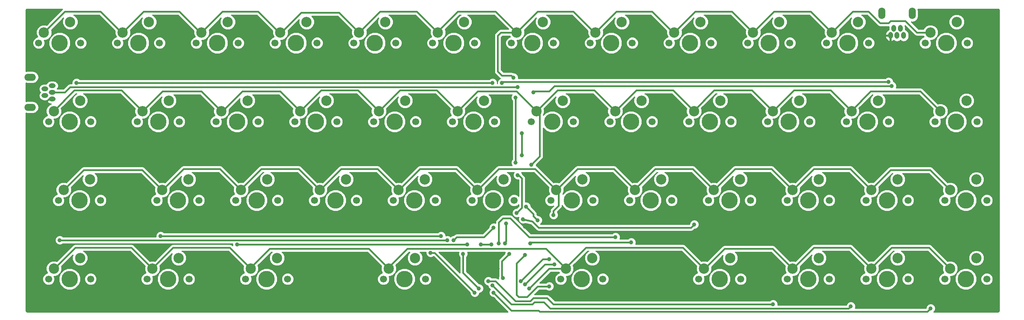
<source format=gtl>
G04 (created by PCBNEW (2013-07-07 BZR 4022)-stable) date 7/27/2014 4:03:04 PM*
%MOIN*%
G04 Gerber Fmt 3.4, Leading zero omitted, Abs format*
%FSLAX34Y34*%
G01*
G70*
G90*
G04 APERTURE LIST*
%ADD10C,0.00590551*%
%ADD11O,0.065X0.045*%
%ADD12O,0.11X0.067*%
%ADD13O,0.045X0.065*%
%ADD14O,0.067X0.11*%
%ADD15C,0.1567*%
%ADD16C,0.0984*%
%ADD17C,0.0669*%
%ADD18C,0.0393701*%
%ADD19C,0.016*%
%ADD20C,0.01*%
G04 APERTURE END LIST*
G54D10*
G54D11*
X38585Y-39830D03*
X37897Y-39515D03*
X38585Y-39200D03*
X37897Y-38885D03*
X38585Y-38570D03*
G54D12*
X36489Y-37764D03*
X36489Y-40636D03*
G54D13*
X118370Y-33785D03*
X118685Y-33097D03*
X119000Y-33785D03*
X119315Y-33097D03*
X119630Y-33785D03*
G54D14*
X120436Y-31689D03*
X117564Y-31689D03*
G54D15*
X125550Y-57000D03*
G54D16*
X126550Y-55000D03*
X124050Y-56000D03*
G54D17*
X123550Y-57000D03*
X127550Y-57000D03*
G54D15*
X71175Y-42000D03*
G54D16*
X72175Y-40000D03*
X69675Y-41000D03*
G54D17*
X69175Y-42000D03*
X73175Y-42000D03*
G54D15*
X80550Y-49500D03*
G54D16*
X81550Y-47500D03*
X79050Y-48500D03*
G54D17*
X78550Y-49500D03*
X82550Y-49500D03*
G54D15*
X91800Y-34500D03*
G54D16*
X92800Y-32500D03*
X90300Y-33500D03*
G54D17*
X89800Y-34500D03*
X93800Y-34500D03*
G54D15*
X72112Y-57000D03*
G54D16*
X73112Y-55000D03*
X70612Y-56000D03*
G54D17*
X70112Y-57000D03*
X74112Y-57000D03*
G54D15*
X99300Y-34500D03*
G54D16*
X100300Y-32500D03*
X97800Y-33500D03*
G54D17*
X97300Y-34500D03*
X101300Y-34500D03*
G54D15*
X106800Y-34500D03*
G54D16*
X107800Y-32500D03*
X105300Y-33500D03*
G54D17*
X104800Y-34500D03*
X108800Y-34500D03*
G54D15*
X110550Y-57000D03*
G54D16*
X111550Y-55000D03*
X109050Y-56000D03*
G54D17*
X108550Y-57000D03*
X112550Y-57000D03*
G54D15*
X118050Y-49500D03*
G54D16*
X119050Y-47500D03*
X116550Y-48500D03*
G54D17*
X116050Y-49500D03*
X120050Y-49500D03*
G54D15*
X50550Y-49500D03*
G54D16*
X51550Y-47500D03*
X49050Y-48500D03*
G54D17*
X48550Y-49500D03*
X52550Y-49500D03*
G54D15*
X58050Y-49500D03*
G54D16*
X59050Y-47500D03*
X56550Y-48500D03*
G54D17*
X56050Y-49500D03*
X60050Y-49500D03*
G54D15*
X65550Y-49500D03*
G54D16*
X66550Y-47500D03*
X64050Y-48500D03*
G54D17*
X63550Y-49500D03*
X67550Y-49500D03*
G54D15*
X73050Y-49500D03*
G54D16*
X74050Y-47500D03*
X71550Y-48500D03*
G54D17*
X71050Y-49500D03*
X75050Y-49500D03*
G54D15*
X63675Y-42000D03*
G54D16*
X64675Y-40000D03*
X62175Y-41000D03*
G54D17*
X61675Y-42000D03*
X65675Y-42000D03*
G54D15*
X93675Y-42000D03*
G54D16*
X94675Y-40000D03*
X92175Y-41000D03*
G54D17*
X91675Y-42000D03*
X95675Y-42000D03*
G54D15*
X101175Y-42000D03*
G54D16*
X102175Y-40000D03*
X99675Y-41000D03*
G54D17*
X99175Y-42000D03*
X103175Y-42000D03*
G54D15*
X108675Y-42000D03*
G54D16*
X109675Y-40000D03*
X107175Y-41000D03*
G54D17*
X106675Y-42000D03*
X110675Y-42000D03*
G54D15*
X88050Y-49500D03*
G54D16*
X89050Y-47500D03*
X86550Y-48500D03*
G54D17*
X86050Y-49500D03*
X90050Y-49500D03*
G54D15*
X102112Y-57000D03*
G54D16*
X103112Y-55000D03*
X100612Y-56000D03*
G54D17*
X100112Y-57000D03*
X104112Y-57000D03*
G54D15*
X103050Y-49500D03*
G54D16*
X104050Y-47500D03*
X101550Y-48500D03*
G54D17*
X101050Y-49500D03*
X105050Y-49500D03*
G54D15*
X95550Y-49500D03*
G54D16*
X96550Y-47500D03*
X94050Y-48500D03*
G54D17*
X93550Y-49500D03*
X97550Y-49500D03*
G54D15*
X86175Y-42000D03*
G54D16*
X87175Y-40000D03*
X84675Y-41000D03*
G54D17*
X84175Y-42000D03*
X88175Y-42000D03*
G54D15*
X76800Y-34500D03*
G54D16*
X77800Y-32500D03*
X75300Y-33500D03*
G54D17*
X74800Y-34500D03*
X78800Y-34500D03*
G54D15*
X58987Y-57000D03*
G54D16*
X59987Y-55000D03*
X57487Y-56000D03*
G54D17*
X56987Y-57000D03*
X60987Y-57000D03*
G54D15*
X49612Y-57000D03*
G54D16*
X50612Y-55000D03*
X48112Y-56000D03*
G54D17*
X47612Y-57000D03*
X51612Y-57000D03*
G54D15*
X118050Y-57000D03*
G54D16*
X119050Y-55000D03*
X116550Y-56000D03*
G54D17*
X116050Y-57000D03*
X120050Y-57000D03*
G54D15*
X84300Y-34500D03*
G54D16*
X85300Y-32500D03*
X82800Y-33500D03*
G54D17*
X82300Y-34500D03*
X86300Y-34500D03*
G54D15*
X40237Y-57000D03*
G54D16*
X41237Y-55000D03*
X38737Y-56000D03*
G54D17*
X38237Y-57000D03*
X42237Y-57000D03*
G54D15*
X41175Y-49500D03*
G54D16*
X42175Y-47500D03*
X39675Y-48500D03*
G54D17*
X39175Y-49500D03*
X43175Y-49500D03*
G54D15*
X39300Y-34500D03*
G54D16*
X40300Y-32500D03*
X37800Y-33500D03*
G54D17*
X37300Y-34500D03*
X41300Y-34500D03*
G54D15*
X46800Y-34500D03*
G54D16*
X47800Y-32500D03*
X45300Y-33500D03*
G54D17*
X44800Y-34500D03*
X48800Y-34500D03*
G54D15*
X54300Y-34500D03*
G54D16*
X55300Y-32500D03*
X52800Y-33500D03*
G54D17*
X52300Y-34500D03*
X56300Y-34500D03*
G54D15*
X61800Y-34500D03*
G54D16*
X62800Y-32500D03*
X60300Y-33500D03*
G54D17*
X59800Y-34500D03*
X63800Y-34500D03*
G54D15*
X69300Y-34500D03*
G54D16*
X70300Y-32500D03*
X67800Y-33500D03*
G54D17*
X67300Y-34500D03*
X71300Y-34500D03*
G54D15*
X78675Y-42000D03*
G54D16*
X79675Y-40000D03*
X77175Y-41000D03*
G54D17*
X76675Y-42000D03*
X80675Y-42000D03*
G54D15*
X114300Y-34500D03*
G54D16*
X115300Y-32500D03*
X112800Y-33500D03*
G54D17*
X112300Y-34500D03*
X116300Y-34500D03*
G54D15*
X48675Y-42000D03*
G54D16*
X49675Y-40000D03*
X47175Y-41000D03*
G54D17*
X46675Y-42000D03*
X50675Y-42000D03*
G54D15*
X40237Y-42000D03*
G54D16*
X41237Y-40000D03*
X38737Y-41000D03*
G54D17*
X38237Y-42000D03*
X42237Y-42000D03*
G54D15*
X123675Y-34500D03*
G54D16*
X124675Y-32500D03*
X122175Y-33500D03*
G54D17*
X121675Y-34500D03*
X125675Y-34500D03*
G54D15*
X116175Y-42000D03*
G54D16*
X117175Y-40000D03*
X114675Y-41000D03*
G54D17*
X114175Y-42000D03*
X118175Y-42000D03*
G54D15*
X110550Y-49500D03*
G54D16*
X111550Y-47500D03*
X109050Y-48500D03*
G54D17*
X108550Y-49500D03*
X112550Y-49500D03*
G54D15*
X56175Y-42000D03*
G54D16*
X57175Y-40000D03*
X54675Y-41000D03*
G54D17*
X54175Y-42000D03*
X58175Y-42000D03*
G54D15*
X88987Y-57000D03*
G54D16*
X89987Y-55000D03*
X87487Y-56000D03*
G54D17*
X86987Y-57000D03*
X90987Y-57000D03*
G54D15*
X124612Y-42000D03*
G54D16*
X125612Y-40000D03*
X123112Y-41000D03*
G54D17*
X122612Y-42000D03*
X126612Y-42000D03*
G54D15*
X125550Y-49500D03*
G54D16*
X126550Y-47500D03*
X124050Y-48500D03*
G54D17*
X123550Y-49500D03*
X127550Y-49500D03*
G54D18*
X39300Y-53300D03*
X76200Y-53300D03*
X107200Y-59400D03*
X80100Y-57200D03*
X114600Y-59600D03*
X80500Y-57600D03*
X122200Y-59800D03*
X80600Y-58300D03*
X48900Y-52900D03*
X75600Y-52900D03*
X56200Y-53700D03*
X78100Y-53700D03*
X74600Y-54500D03*
X78800Y-58300D03*
X77700Y-54600D03*
X79200Y-57900D03*
X83600Y-54700D03*
X84800Y-51400D03*
X83700Y-50100D03*
X85900Y-57700D03*
X92200Y-53000D03*
X81100Y-53600D03*
X99700Y-51800D03*
X83400Y-51300D03*
X81800Y-51700D03*
X81700Y-53600D03*
X82100Y-54600D03*
X81500Y-56900D03*
X82700Y-45900D03*
X82900Y-47100D03*
X82800Y-50700D03*
X82500Y-37800D03*
X82700Y-39700D03*
X84200Y-46100D03*
X85900Y-55100D03*
X83200Y-57200D03*
X86400Y-55600D03*
X83600Y-57500D03*
X86300Y-50900D03*
X84000Y-57900D03*
X80600Y-52100D03*
X76800Y-53300D03*
X82900Y-38700D03*
X118500Y-38600D03*
X84400Y-39200D03*
X93700Y-53500D03*
X84100Y-53600D03*
X118200Y-38200D03*
X81400Y-38300D03*
X80500Y-38300D03*
X40900Y-38300D03*
X83300Y-43100D03*
X79400Y-53700D03*
X80400Y-53700D03*
X83300Y-45200D03*
X83600Y-52000D03*
X79200Y-55400D03*
X80000Y-56600D03*
X77000Y-58600D03*
X81000Y-56000D03*
X80500Y-55300D03*
X77200Y-55000D03*
X117800Y-35100D03*
X37800Y-41200D03*
X67500Y-56100D03*
X65200Y-56100D03*
X63000Y-56100D03*
X65800Y-58100D03*
X64700Y-58100D03*
G54D19*
X76200Y-53300D02*
X39300Y-53300D01*
X86300Y-59400D02*
X107200Y-59400D01*
X85700Y-58800D02*
X86300Y-59400D01*
X84400Y-58800D02*
X85700Y-58800D01*
X84100Y-59100D02*
X84400Y-58800D01*
X82700Y-59100D02*
X84100Y-59100D01*
X80800Y-57200D02*
X82700Y-59100D01*
X80100Y-57200D02*
X80800Y-57200D01*
X114400Y-59800D02*
X114600Y-59600D01*
X86000Y-59800D02*
X114400Y-59800D01*
X85400Y-59200D02*
X86000Y-59800D01*
X84500Y-59200D02*
X85400Y-59200D01*
X84300Y-59400D02*
X84500Y-59200D01*
X82300Y-59400D02*
X84300Y-59400D01*
X80500Y-57600D02*
X82300Y-59400D01*
X121900Y-60100D02*
X122200Y-59800D01*
X85000Y-60100D02*
X121900Y-60100D01*
X84900Y-60000D02*
X85000Y-60100D01*
X82300Y-60000D02*
X84900Y-60000D01*
X82200Y-59900D02*
X82300Y-60000D01*
X80600Y-58300D02*
X82200Y-59900D01*
X75600Y-52900D02*
X48900Y-52900D01*
X78100Y-53700D02*
X56200Y-53700D01*
X75000Y-54500D02*
X74600Y-54500D01*
X78800Y-58300D02*
X75000Y-54500D01*
X77700Y-56400D02*
X77700Y-54600D01*
X79200Y-57900D02*
X77700Y-56400D01*
X83000Y-58700D02*
X83800Y-58700D01*
X82800Y-58500D02*
X83000Y-58700D01*
X82800Y-58200D02*
X82800Y-55500D01*
X82800Y-58300D02*
X82800Y-58200D01*
X82800Y-55500D02*
X83600Y-54700D01*
X84400Y-51000D02*
X84800Y-51400D01*
X84400Y-50800D02*
X84400Y-51000D01*
X83700Y-50100D02*
X84400Y-50800D01*
X82800Y-58300D02*
X82800Y-58500D01*
X84800Y-57700D02*
X85900Y-57700D01*
X83800Y-58700D02*
X84800Y-57700D01*
X81100Y-52000D02*
X81100Y-51600D01*
X82200Y-51200D02*
X84000Y-53000D01*
X84000Y-53000D02*
X92200Y-53000D01*
X81100Y-53600D02*
X81100Y-52000D01*
X81500Y-51200D02*
X82200Y-51200D01*
X81100Y-51600D02*
X81500Y-51200D01*
X85000Y-52100D02*
X84900Y-52100D01*
X85000Y-52100D02*
X99400Y-52100D01*
X99400Y-52100D02*
X99700Y-51800D01*
X84300Y-51500D02*
X83400Y-51300D01*
X84900Y-52100D02*
X84300Y-51500D01*
X83400Y-51300D02*
X83500Y-51400D01*
X81800Y-53400D02*
X81800Y-52900D01*
X81700Y-53500D02*
X81800Y-53400D01*
X81600Y-53500D02*
X81700Y-53500D01*
X81700Y-53600D02*
X81600Y-53500D01*
X81400Y-55300D02*
X82100Y-54600D01*
X81400Y-56800D02*
X81400Y-55300D01*
X81500Y-56900D02*
X81400Y-56800D01*
X81800Y-51700D02*
X81800Y-52900D01*
X83000Y-47100D02*
X82900Y-47100D01*
X83300Y-47400D02*
X83000Y-47100D01*
X83300Y-50200D02*
X83300Y-47400D01*
X82800Y-50700D02*
X83300Y-50200D01*
X82700Y-45900D02*
X82700Y-45800D01*
X81300Y-33500D02*
X82800Y-33500D01*
X81000Y-33800D02*
X81300Y-33500D01*
X81000Y-37200D02*
X81000Y-33800D01*
X81400Y-37600D02*
X81000Y-37200D01*
X82300Y-37600D02*
X81400Y-37600D01*
X82500Y-37800D02*
X82300Y-37600D01*
X82700Y-45900D02*
X82700Y-45800D01*
X82700Y-45800D02*
X82700Y-39700D01*
X112800Y-33500D02*
X114800Y-31500D01*
X117400Y-32600D02*
X118200Y-32600D01*
X116300Y-31500D02*
X117400Y-32600D01*
X114800Y-31500D02*
X116300Y-31500D01*
X105300Y-33500D02*
X107300Y-31500D01*
X110800Y-31500D02*
X112800Y-33500D01*
X107300Y-31500D02*
X110800Y-31500D01*
X97800Y-33500D02*
X99800Y-31500D01*
X103300Y-31500D02*
X105300Y-33500D01*
X99800Y-31500D02*
X103300Y-31500D01*
X90300Y-33500D02*
X92300Y-31500D01*
X97700Y-33500D02*
X97800Y-33500D01*
X95700Y-31500D02*
X97700Y-33500D01*
X92300Y-31500D02*
X95700Y-31500D01*
X82800Y-33500D02*
X84800Y-31500D01*
X90200Y-33500D02*
X90300Y-33500D01*
X88200Y-31500D02*
X90200Y-33500D01*
X84800Y-31500D02*
X88200Y-31500D01*
X75300Y-33500D02*
X75300Y-33400D01*
X80800Y-31500D02*
X82800Y-33500D01*
X77200Y-31500D02*
X80800Y-31500D01*
X75300Y-33400D02*
X77200Y-31500D01*
X67800Y-33500D02*
X69800Y-31500D01*
X73300Y-31500D02*
X75300Y-33500D01*
X69800Y-31500D02*
X73300Y-31500D01*
X60300Y-33500D02*
X60400Y-33500D01*
X65900Y-31600D02*
X67800Y-33500D01*
X62300Y-31600D02*
X65900Y-31600D01*
X60400Y-33500D02*
X62300Y-31600D01*
X52800Y-33500D02*
X54800Y-31500D01*
X60200Y-33500D02*
X60300Y-33500D01*
X58200Y-31500D02*
X60200Y-33500D01*
X54800Y-31500D02*
X58200Y-31500D01*
X45300Y-33500D02*
X47300Y-31500D01*
X52700Y-33500D02*
X52800Y-33500D01*
X50700Y-31500D02*
X52700Y-33500D01*
X47300Y-31500D02*
X50700Y-31500D01*
X37800Y-33500D02*
X39800Y-31500D01*
X45200Y-33500D02*
X45300Y-33500D01*
X43200Y-31500D02*
X45200Y-33500D01*
X39800Y-31500D02*
X43200Y-31500D01*
X120900Y-33500D02*
X119800Y-32400D01*
X119800Y-32400D02*
X118400Y-32400D01*
X118400Y-32400D02*
X118200Y-32600D01*
X120900Y-33500D02*
X122175Y-33500D01*
X85000Y-41325D02*
X84675Y-41000D01*
X85000Y-45300D02*
X85000Y-41325D01*
X84200Y-46100D02*
X85000Y-45300D01*
X85300Y-55100D02*
X85900Y-55100D01*
X83200Y-57200D02*
X85300Y-55100D01*
X114675Y-41000D02*
X114675Y-40925D01*
X121212Y-39100D02*
X123112Y-41000D01*
X116500Y-39100D02*
X121212Y-39100D01*
X114675Y-40925D02*
X116500Y-39100D01*
X107175Y-41000D02*
X107200Y-41000D01*
X112675Y-39000D02*
X114675Y-41000D01*
X109200Y-39000D02*
X112675Y-39000D01*
X107200Y-41000D02*
X109200Y-39000D01*
X99675Y-41000D02*
X99675Y-40925D01*
X105175Y-39000D02*
X107175Y-41000D01*
X101600Y-39000D02*
X105175Y-39000D01*
X99675Y-40925D02*
X101600Y-39000D01*
X92175Y-41000D02*
X92200Y-41000D01*
X97675Y-39000D02*
X99675Y-41000D01*
X94200Y-39000D02*
X97675Y-39000D01*
X92200Y-41000D02*
X94200Y-39000D01*
X84675Y-41000D02*
X84700Y-41000D01*
X90175Y-39000D02*
X92175Y-41000D01*
X86700Y-39000D02*
X90175Y-39000D01*
X84700Y-41000D02*
X86700Y-39000D01*
X77175Y-41000D02*
X77200Y-41000D01*
X82775Y-39100D02*
X84675Y-41000D01*
X79100Y-39100D02*
X82775Y-39100D01*
X77200Y-41000D02*
X79100Y-39100D01*
X69675Y-41000D02*
X69700Y-41000D01*
X75175Y-39000D02*
X77175Y-41000D01*
X71700Y-39000D02*
X75175Y-39000D01*
X69700Y-41000D02*
X71700Y-39000D01*
X62175Y-41000D02*
X62200Y-41000D01*
X67675Y-39000D02*
X69675Y-41000D01*
X64200Y-39000D02*
X67675Y-39000D01*
X62200Y-41000D02*
X64200Y-39000D01*
X54675Y-41000D02*
X54800Y-41000D01*
X60275Y-39100D02*
X62175Y-41000D01*
X56700Y-39100D02*
X60275Y-39100D01*
X54800Y-41000D02*
X56700Y-39100D01*
X47175Y-41000D02*
X47200Y-41000D01*
X52775Y-39100D02*
X54675Y-41000D01*
X49100Y-39100D02*
X52775Y-39100D01*
X47200Y-41000D02*
X49100Y-39100D01*
X38737Y-41000D02*
X38737Y-40962D01*
X45175Y-39000D02*
X47175Y-41000D01*
X40700Y-39000D02*
X45175Y-39000D01*
X38737Y-40962D02*
X40700Y-39000D01*
X86300Y-50900D02*
X86300Y-50500D01*
X83600Y-57500D02*
X85500Y-55600D01*
X85500Y-55600D02*
X86400Y-55600D01*
X86800Y-48750D02*
X86550Y-48500D01*
X86800Y-50000D02*
X86800Y-48750D01*
X86300Y-50500D02*
X86800Y-50000D01*
X116550Y-48500D02*
X116550Y-48450D01*
X122150Y-46600D02*
X124050Y-48500D01*
X118400Y-46600D02*
X122150Y-46600D01*
X116550Y-48450D02*
X118400Y-46600D01*
X109050Y-48500D02*
X109100Y-48500D01*
X114550Y-46500D02*
X116550Y-48500D01*
X111100Y-46500D02*
X114550Y-46500D01*
X109100Y-48500D02*
X111100Y-46500D01*
X101550Y-48500D02*
X101600Y-48500D01*
X107050Y-46500D02*
X109050Y-48500D01*
X103600Y-46500D02*
X107050Y-46500D01*
X101600Y-48500D02*
X103600Y-46500D01*
X94050Y-48500D02*
X94050Y-48450D01*
X99550Y-46500D02*
X101550Y-48500D01*
X96000Y-46500D02*
X99550Y-46500D01*
X94050Y-48450D02*
X96000Y-46500D01*
X86550Y-48500D02*
X86600Y-48500D01*
X92050Y-46500D02*
X94050Y-48500D01*
X88600Y-46500D02*
X92050Y-46500D01*
X86600Y-48500D02*
X88600Y-46500D01*
X79050Y-48500D02*
X79100Y-48500D01*
X84550Y-46500D02*
X86550Y-48500D01*
X81100Y-46500D02*
X84550Y-46500D01*
X79100Y-48500D02*
X81100Y-46500D01*
X71550Y-48500D02*
X71600Y-48500D01*
X77050Y-46500D02*
X79050Y-48500D01*
X73600Y-46500D02*
X77050Y-46500D01*
X71600Y-48500D02*
X73600Y-46500D01*
X64050Y-48500D02*
X64100Y-48500D01*
X69550Y-46500D02*
X71550Y-48500D01*
X66100Y-46500D02*
X69550Y-46500D01*
X64100Y-48500D02*
X66100Y-46500D01*
X56550Y-48500D02*
X56550Y-48450D01*
X62050Y-46500D02*
X64050Y-48500D01*
X58500Y-46500D02*
X62050Y-46500D01*
X56550Y-48450D02*
X58500Y-46500D01*
X49050Y-48500D02*
X49100Y-48500D01*
X54550Y-46500D02*
X56550Y-48500D01*
X51100Y-46500D02*
X54550Y-46500D01*
X49100Y-48500D02*
X51100Y-46500D01*
X39675Y-48500D02*
X39700Y-48500D01*
X47150Y-46600D02*
X49050Y-48500D01*
X41600Y-46600D02*
X47150Y-46600D01*
X39700Y-48500D02*
X41600Y-46600D01*
X85900Y-56000D02*
X87487Y-56000D01*
X84000Y-57900D02*
X85900Y-56000D01*
X70612Y-56000D02*
X70612Y-55887D01*
X85587Y-54100D02*
X87487Y-56000D01*
X72400Y-54100D02*
X85587Y-54100D01*
X70612Y-55887D02*
X72400Y-54100D01*
X116550Y-56000D02*
X116550Y-55950D01*
X122050Y-54000D02*
X124050Y-56000D01*
X118500Y-54000D02*
X122050Y-54000D01*
X116550Y-55950D02*
X118500Y-54000D01*
X109050Y-56000D02*
X109100Y-56000D01*
X114550Y-54000D02*
X116550Y-56000D01*
X111100Y-54000D02*
X114550Y-54000D01*
X109100Y-56000D02*
X111100Y-54000D01*
X100612Y-56000D02*
X100700Y-56000D01*
X107150Y-54100D02*
X109050Y-56000D01*
X102600Y-54100D02*
X107150Y-54100D01*
X100700Y-56000D02*
X102600Y-54100D01*
X87487Y-56000D02*
X87487Y-55912D01*
X87487Y-55912D02*
X89400Y-54000D01*
X89400Y-54000D02*
X98612Y-54000D01*
X98612Y-54000D02*
X100612Y-56000D01*
X57487Y-56000D02*
X57487Y-55912D01*
X68712Y-54100D02*
X70612Y-56000D01*
X59300Y-54100D02*
X68712Y-54100D01*
X57487Y-55912D02*
X59300Y-54100D01*
X48112Y-56000D02*
X48112Y-55987D01*
X55487Y-54000D02*
X57487Y-56000D01*
X50100Y-54000D02*
X55487Y-54000D01*
X48112Y-55987D02*
X50100Y-54000D01*
X38737Y-56000D02*
X38800Y-56000D01*
X46112Y-54000D02*
X48112Y-56000D01*
X40800Y-54000D02*
X46112Y-54000D01*
X38800Y-56000D02*
X40800Y-54000D01*
X80600Y-52100D02*
X79700Y-53000D01*
X79700Y-53000D02*
X77100Y-53000D01*
X77100Y-53000D02*
X76800Y-53300D01*
X39800Y-39200D02*
X38477Y-39200D01*
X40300Y-38700D02*
X39800Y-39200D01*
X82900Y-38700D02*
X40300Y-38700D01*
X86400Y-38600D02*
X118500Y-38600D01*
X85900Y-39100D02*
X86400Y-38600D01*
X84500Y-39100D02*
X85900Y-39100D01*
X84400Y-39200D02*
X84500Y-39100D01*
X84200Y-53500D02*
X93700Y-53500D01*
X84100Y-53600D02*
X84200Y-53500D01*
X81500Y-38200D02*
X118200Y-38200D01*
X81400Y-38300D02*
X81500Y-38200D01*
X40900Y-38300D02*
X80500Y-38300D01*
X79400Y-53700D02*
X80400Y-53700D01*
X83300Y-45200D02*
X83300Y-43100D01*
X118370Y-33677D02*
X118370Y-34530D01*
X118370Y-34530D02*
X117800Y-35100D01*
X38477Y-39830D02*
X38270Y-39830D01*
X37800Y-40300D02*
X37800Y-41200D01*
X38270Y-39830D02*
X37800Y-40300D01*
G54D10*
G36*
X77370Y-56404D02*
X75396Y-54430D01*
X77286Y-54430D01*
X77253Y-54510D01*
X77253Y-54688D01*
X77320Y-54852D01*
X77370Y-54901D01*
X77370Y-56400D01*
X77370Y-56404D01*
X77370Y-56404D01*
G37*
G54D20*
X77370Y-56404D02*
X75396Y-54430D01*
X77286Y-54430D01*
X77253Y-54510D01*
X77253Y-54688D01*
X77320Y-54852D01*
X77370Y-54901D01*
X77370Y-56400D01*
X77370Y-56404D01*
G54D10*
G36*
X128730Y-59972D02*
X128715Y-60048D01*
X128688Y-60088D01*
X128647Y-60115D01*
X128573Y-60130D01*
X128400Y-60130D01*
X128134Y-60130D01*
X128134Y-56884D01*
X128134Y-49384D01*
X128045Y-49169D01*
X127881Y-49004D01*
X127666Y-48915D01*
X127434Y-48915D01*
X127292Y-48974D01*
X127292Y-47353D01*
X127197Y-47123D01*
X127197Y-41884D01*
X127108Y-41669D01*
X126944Y-41504D01*
X126729Y-41415D01*
X126496Y-41415D01*
X126354Y-41474D01*
X126354Y-39853D01*
X126259Y-39623D01*
X126259Y-34384D01*
X126170Y-34169D01*
X126006Y-34004D01*
X125791Y-33915D01*
X125559Y-33915D01*
X125417Y-33974D01*
X125417Y-32353D01*
X125304Y-32080D01*
X125095Y-31871D01*
X124823Y-31758D01*
X124528Y-31757D01*
X124255Y-31870D01*
X124046Y-32079D01*
X123933Y-32351D01*
X123932Y-32646D01*
X124045Y-32919D01*
X124254Y-33128D01*
X124526Y-33241D01*
X124821Y-33242D01*
X125094Y-33129D01*
X125303Y-32920D01*
X125416Y-32648D01*
X125417Y-32353D01*
X125417Y-33974D01*
X125344Y-34004D01*
X125179Y-34168D01*
X125090Y-34383D01*
X125090Y-34615D01*
X125179Y-34830D01*
X125343Y-34995D01*
X125558Y-35084D01*
X125790Y-35084D01*
X126005Y-34995D01*
X126170Y-34831D01*
X126259Y-34616D01*
X126259Y-34384D01*
X126259Y-39623D01*
X126241Y-39580D01*
X126033Y-39371D01*
X125760Y-39258D01*
X125465Y-39257D01*
X125192Y-39370D01*
X124983Y-39579D01*
X124870Y-39851D01*
X124870Y-40146D01*
X124983Y-40419D01*
X125191Y-40628D01*
X125464Y-40741D01*
X125759Y-40742D01*
X126032Y-40629D01*
X126241Y-40420D01*
X126354Y-40148D01*
X126354Y-39853D01*
X126354Y-41474D01*
X126281Y-41504D01*
X126117Y-41668D01*
X126028Y-41883D01*
X126027Y-42115D01*
X126116Y-42330D01*
X126280Y-42495D01*
X126495Y-42584D01*
X126728Y-42584D01*
X126943Y-42495D01*
X127107Y-42331D01*
X127196Y-42116D01*
X127197Y-41884D01*
X127197Y-47123D01*
X127179Y-47080D01*
X126970Y-46871D01*
X126698Y-46758D01*
X126403Y-46757D01*
X126130Y-46870D01*
X125921Y-47079D01*
X125808Y-47351D01*
X125807Y-47646D01*
X125920Y-47919D01*
X126129Y-48128D01*
X126401Y-48241D01*
X126696Y-48242D01*
X126969Y-48129D01*
X127178Y-47920D01*
X127291Y-47648D01*
X127292Y-47353D01*
X127292Y-48974D01*
X127219Y-49004D01*
X127054Y-49168D01*
X126965Y-49383D01*
X126965Y-49615D01*
X127054Y-49830D01*
X127218Y-49995D01*
X127433Y-50084D01*
X127665Y-50084D01*
X127880Y-49995D01*
X128045Y-49831D01*
X128134Y-49616D01*
X128134Y-49384D01*
X128134Y-56884D01*
X128045Y-56669D01*
X127881Y-56504D01*
X127666Y-56415D01*
X127434Y-56415D01*
X127292Y-56474D01*
X127292Y-54853D01*
X127179Y-54580D01*
X126970Y-54371D01*
X126698Y-54258D01*
X126403Y-54257D01*
X126130Y-54370D01*
X125921Y-54579D01*
X125808Y-54851D01*
X125807Y-55146D01*
X125920Y-55419D01*
X126129Y-55628D01*
X126401Y-55741D01*
X126696Y-55742D01*
X126969Y-55629D01*
X127178Y-55420D01*
X127291Y-55148D01*
X127292Y-54853D01*
X127292Y-56474D01*
X127219Y-56504D01*
X127054Y-56668D01*
X126965Y-56883D01*
X126965Y-57115D01*
X127054Y-57330D01*
X127218Y-57495D01*
X127433Y-57584D01*
X127665Y-57584D01*
X127880Y-57495D01*
X128045Y-57331D01*
X128134Y-57116D01*
X128134Y-56884D01*
X128134Y-60130D01*
X128000Y-60130D01*
X122501Y-60130D01*
X122578Y-60053D01*
X122646Y-59889D01*
X122646Y-59711D01*
X122579Y-59547D01*
X122453Y-59421D01*
X122289Y-59353D01*
X122111Y-59353D01*
X121947Y-59420D01*
X121821Y-59546D01*
X121753Y-59710D01*
X121753Y-59770D01*
X120634Y-59770D01*
X120634Y-56884D01*
X120545Y-56669D01*
X120381Y-56504D01*
X120166Y-56415D01*
X119934Y-56415D01*
X119719Y-56504D01*
X119554Y-56668D01*
X119465Y-56883D01*
X119465Y-57115D01*
X119554Y-57330D01*
X119718Y-57495D01*
X119933Y-57584D01*
X120165Y-57584D01*
X120380Y-57495D01*
X120545Y-57331D01*
X120634Y-57116D01*
X120634Y-56884D01*
X120634Y-59770D01*
X115013Y-59770D01*
X115046Y-59689D01*
X115046Y-59511D01*
X114979Y-59347D01*
X114853Y-59221D01*
X114689Y-59153D01*
X114511Y-59153D01*
X114347Y-59220D01*
X114221Y-59346D01*
X114170Y-59470D01*
X113134Y-59470D01*
X113134Y-56884D01*
X113045Y-56669D01*
X112881Y-56504D01*
X112666Y-56415D01*
X112434Y-56415D01*
X112219Y-56504D01*
X112054Y-56668D01*
X111965Y-56883D01*
X111965Y-57115D01*
X112054Y-57330D01*
X112218Y-57495D01*
X112433Y-57584D01*
X112665Y-57584D01*
X112880Y-57495D01*
X113045Y-57331D01*
X113134Y-57116D01*
X113134Y-56884D01*
X113134Y-59470D01*
X107646Y-59470D01*
X107646Y-59311D01*
X107579Y-59147D01*
X107453Y-59021D01*
X107289Y-58953D01*
X107111Y-58953D01*
X106947Y-59020D01*
X106898Y-59070D01*
X104697Y-59070D01*
X104697Y-56884D01*
X104608Y-56669D01*
X104444Y-56504D01*
X104229Y-56415D01*
X103996Y-56415D01*
X103781Y-56504D01*
X103617Y-56668D01*
X103528Y-56883D01*
X103527Y-57115D01*
X103616Y-57330D01*
X103780Y-57495D01*
X103995Y-57584D01*
X104228Y-57584D01*
X104443Y-57495D01*
X104607Y-57331D01*
X104696Y-57116D01*
X104697Y-56884D01*
X104697Y-59070D01*
X91572Y-59070D01*
X91572Y-56884D01*
X91483Y-56669D01*
X91319Y-56504D01*
X91104Y-56415D01*
X90871Y-56415D01*
X90656Y-56504D01*
X90492Y-56668D01*
X90403Y-56883D01*
X90402Y-57115D01*
X90491Y-57330D01*
X90655Y-57495D01*
X90870Y-57584D01*
X91103Y-57584D01*
X91318Y-57495D01*
X91482Y-57331D01*
X91571Y-57116D01*
X91572Y-56884D01*
X91572Y-59070D01*
X86436Y-59070D01*
X85933Y-58566D01*
X85826Y-58495D01*
X85700Y-58470D01*
X84496Y-58470D01*
X84936Y-58030D01*
X85598Y-58030D01*
X85646Y-58078D01*
X85810Y-58146D01*
X85988Y-58146D01*
X86152Y-58079D01*
X86278Y-57953D01*
X86346Y-57789D01*
X86346Y-57611D01*
X86279Y-57447D01*
X86153Y-57321D01*
X85989Y-57253D01*
X85811Y-57253D01*
X85647Y-57320D01*
X85598Y-57370D01*
X84996Y-57370D01*
X86036Y-56330D01*
X86821Y-56330D01*
X86858Y-56419D01*
X86858Y-56420D01*
X86656Y-56504D01*
X86492Y-56668D01*
X86403Y-56883D01*
X86402Y-57115D01*
X86491Y-57330D01*
X86655Y-57495D01*
X86870Y-57584D01*
X87103Y-57584D01*
X87318Y-57495D01*
X87482Y-57331D01*
X87571Y-57116D01*
X87572Y-56884D01*
X87513Y-56742D01*
X87634Y-56742D01*
X87907Y-56629D01*
X88103Y-56433D01*
X87954Y-56793D01*
X87953Y-57204D01*
X88110Y-57584D01*
X88401Y-57875D01*
X88781Y-58033D01*
X89192Y-58033D01*
X89572Y-57876D01*
X89863Y-57586D01*
X90020Y-57206D01*
X90021Y-56795D01*
X89864Y-56415D01*
X89573Y-56124D01*
X89193Y-55966D01*
X88782Y-55966D01*
X88402Y-56123D01*
X88124Y-56401D01*
X88229Y-56148D01*
X88229Y-55853D01*
X88166Y-55700D01*
X89536Y-54330D01*
X89665Y-54330D01*
X89567Y-54370D01*
X89358Y-54579D01*
X89245Y-54851D01*
X89245Y-55146D01*
X89358Y-55419D01*
X89566Y-55628D01*
X89839Y-55741D01*
X90134Y-55742D01*
X90407Y-55629D01*
X90616Y-55420D01*
X90729Y-55148D01*
X90729Y-54853D01*
X90616Y-54580D01*
X90408Y-54371D01*
X90308Y-54330D01*
X98475Y-54330D01*
X99907Y-55762D01*
X99870Y-55851D01*
X99870Y-56146D01*
X99983Y-56419D01*
X99983Y-56420D01*
X99781Y-56504D01*
X99617Y-56668D01*
X99528Y-56883D01*
X99527Y-57115D01*
X99616Y-57330D01*
X99780Y-57495D01*
X99995Y-57584D01*
X100228Y-57584D01*
X100443Y-57495D01*
X100607Y-57331D01*
X100696Y-57116D01*
X100697Y-56884D01*
X100638Y-56742D01*
X100759Y-56742D01*
X101032Y-56629D01*
X101228Y-56433D01*
X101079Y-56793D01*
X101078Y-57204D01*
X101235Y-57584D01*
X101526Y-57875D01*
X101906Y-58033D01*
X102317Y-58033D01*
X102697Y-57876D01*
X102988Y-57586D01*
X103145Y-57206D01*
X103146Y-56795D01*
X102989Y-56415D01*
X102698Y-56124D01*
X102318Y-55966D01*
X101907Y-55966D01*
X101527Y-56123D01*
X101249Y-56401D01*
X101354Y-56148D01*
X101354Y-55853D01*
X101342Y-55824D01*
X102410Y-54756D01*
X102370Y-54851D01*
X102370Y-55146D01*
X102483Y-55419D01*
X102691Y-55628D01*
X102964Y-55741D01*
X103259Y-55742D01*
X103532Y-55629D01*
X103741Y-55420D01*
X103854Y-55148D01*
X103854Y-54853D01*
X103741Y-54580D01*
X103591Y-54430D01*
X107013Y-54430D01*
X108345Y-55762D01*
X108308Y-55851D01*
X108307Y-56146D01*
X108420Y-56419D01*
X108421Y-56420D01*
X108219Y-56504D01*
X108054Y-56668D01*
X107965Y-56883D01*
X107965Y-57115D01*
X108054Y-57330D01*
X108218Y-57495D01*
X108433Y-57584D01*
X108665Y-57584D01*
X108880Y-57495D01*
X109045Y-57331D01*
X109134Y-57116D01*
X109134Y-56884D01*
X109075Y-56742D01*
X109196Y-56742D01*
X109469Y-56629D01*
X109666Y-56433D01*
X109516Y-56793D01*
X109516Y-57204D01*
X109673Y-57584D01*
X109963Y-57875D01*
X110343Y-58033D01*
X110754Y-58033D01*
X111134Y-57876D01*
X111425Y-57586D01*
X111583Y-57206D01*
X111583Y-56795D01*
X111426Y-56415D01*
X111136Y-56124D01*
X110756Y-55966D01*
X110345Y-55966D01*
X109965Y-56123D01*
X109686Y-56401D01*
X109791Y-56148D01*
X109792Y-55853D01*
X109769Y-55797D01*
X110874Y-54692D01*
X110808Y-54851D01*
X110807Y-55146D01*
X110920Y-55419D01*
X111129Y-55628D01*
X111401Y-55741D01*
X111696Y-55742D01*
X111969Y-55629D01*
X112178Y-55420D01*
X112291Y-55148D01*
X112292Y-54853D01*
X112179Y-54580D01*
X111970Y-54371D01*
X111871Y-54330D01*
X114413Y-54330D01*
X115845Y-55762D01*
X115808Y-55851D01*
X115807Y-56146D01*
X115920Y-56419D01*
X115921Y-56420D01*
X115719Y-56504D01*
X115554Y-56668D01*
X115465Y-56883D01*
X115465Y-57115D01*
X115554Y-57330D01*
X115718Y-57495D01*
X115933Y-57584D01*
X116165Y-57584D01*
X116380Y-57495D01*
X116545Y-57331D01*
X116634Y-57116D01*
X116634Y-56884D01*
X116575Y-56742D01*
X116696Y-56742D01*
X116969Y-56629D01*
X117166Y-56433D01*
X117016Y-56793D01*
X117016Y-57204D01*
X117173Y-57584D01*
X117463Y-57875D01*
X117843Y-58033D01*
X118254Y-58033D01*
X118634Y-57876D01*
X118925Y-57586D01*
X119083Y-57206D01*
X119083Y-56795D01*
X118926Y-56415D01*
X118636Y-56124D01*
X118256Y-55966D01*
X117845Y-55966D01*
X117465Y-56123D01*
X117186Y-56401D01*
X117291Y-56148D01*
X117292Y-55853D01*
X117239Y-55726D01*
X118636Y-54330D01*
X118728Y-54330D01*
X118630Y-54370D01*
X118421Y-54579D01*
X118308Y-54851D01*
X118307Y-55146D01*
X118420Y-55419D01*
X118629Y-55628D01*
X118901Y-55741D01*
X119196Y-55742D01*
X119469Y-55629D01*
X119678Y-55420D01*
X119791Y-55148D01*
X119792Y-54853D01*
X119679Y-54580D01*
X119470Y-54371D01*
X119371Y-54330D01*
X121913Y-54330D01*
X123345Y-55762D01*
X123308Y-55851D01*
X123307Y-56146D01*
X123420Y-56419D01*
X123421Y-56420D01*
X123219Y-56504D01*
X123054Y-56668D01*
X122965Y-56883D01*
X122965Y-57115D01*
X123054Y-57330D01*
X123218Y-57495D01*
X123433Y-57584D01*
X123665Y-57584D01*
X123880Y-57495D01*
X124045Y-57331D01*
X124134Y-57116D01*
X124134Y-56884D01*
X124075Y-56742D01*
X124196Y-56742D01*
X124469Y-56629D01*
X124666Y-56433D01*
X124516Y-56793D01*
X124516Y-57204D01*
X124673Y-57584D01*
X124963Y-57875D01*
X125343Y-58033D01*
X125754Y-58033D01*
X126134Y-57876D01*
X126425Y-57586D01*
X126583Y-57206D01*
X126583Y-56795D01*
X126426Y-56415D01*
X126136Y-56124D01*
X125756Y-55966D01*
X125345Y-55966D01*
X124965Y-56123D01*
X124686Y-56401D01*
X124791Y-56148D01*
X124792Y-55853D01*
X124679Y-55580D01*
X124470Y-55371D01*
X124198Y-55258D01*
X123903Y-55257D01*
X123812Y-55295D01*
X122283Y-53766D01*
X122176Y-53695D01*
X122050Y-53670D01*
X120634Y-53670D01*
X120634Y-49384D01*
X120545Y-49169D01*
X120381Y-49004D01*
X120166Y-48915D01*
X119934Y-48915D01*
X119719Y-49004D01*
X119554Y-49168D01*
X119465Y-49383D01*
X119465Y-49615D01*
X119554Y-49830D01*
X119718Y-49995D01*
X119933Y-50084D01*
X120165Y-50084D01*
X120380Y-49995D01*
X120545Y-49831D01*
X120634Y-49616D01*
X120634Y-49384D01*
X120634Y-53670D01*
X118500Y-53670D01*
X118499Y-53670D01*
X118474Y-53674D01*
X118373Y-53695D01*
X118266Y-53766D01*
X118266Y-53766D01*
X116752Y-55280D01*
X116698Y-55258D01*
X116403Y-55257D01*
X116312Y-55295D01*
X114783Y-53766D01*
X114676Y-53695D01*
X114550Y-53670D01*
X113134Y-53670D01*
X113134Y-49384D01*
X113045Y-49169D01*
X112881Y-49004D01*
X112666Y-48915D01*
X112434Y-48915D01*
X112219Y-49004D01*
X112054Y-49168D01*
X111965Y-49383D01*
X111965Y-49615D01*
X112054Y-49830D01*
X112218Y-49995D01*
X112433Y-50084D01*
X112665Y-50084D01*
X112880Y-49995D01*
X113045Y-49831D01*
X113134Y-49616D01*
X113134Y-49384D01*
X113134Y-53670D01*
X111100Y-53670D01*
X111099Y-53670D01*
X111074Y-53674D01*
X110973Y-53695D01*
X110866Y-53766D01*
X110866Y-53766D01*
X110866Y-53766D01*
X109323Y-55310D01*
X109198Y-55258D01*
X108903Y-55257D01*
X108812Y-55295D01*
X107383Y-53866D01*
X107276Y-53795D01*
X107150Y-53770D01*
X105634Y-53770D01*
X105634Y-49384D01*
X105545Y-49169D01*
X105381Y-49004D01*
X105166Y-48915D01*
X104934Y-48915D01*
X104719Y-49004D01*
X104554Y-49168D01*
X104465Y-49383D01*
X104465Y-49615D01*
X104554Y-49830D01*
X104718Y-49995D01*
X104933Y-50084D01*
X105165Y-50084D01*
X105380Y-49995D01*
X105545Y-49831D01*
X105634Y-49616D01*
X105634Y-49384D01*
X105634Y-53770D01*
X102600Y-53770D01*
X102473Y-53795D01*
X102366Y-53866D01*
X102366Y-53866D01*
X100912Y-55321D01*
X100760Y-55258D01*
X100465Y-55257D01*
X100374Y-55295D01*
X98845Y-53766D01*
X98738Y-53695D01*
X98612Y-53670D01*
X94113Y-53670D01*
X94146Y-53589D01*
X94146Y-53411D01*
X94079Y-53247D01*
X93953Y-53121D01*
X93789Y-53053D01*
X93611Y-53053D01*
X93447Y-53120D01*
X93398Y-53170D01*
X92613Y-53170D01*
X92646Y-53089D01*
X92646Y-52911D01*
X92579Y-52747D01*
X92453Y-52621D01*
X92289Y-52553D01*
X92111Y-52553D01*
X91947Y-52620D01*
X91898Y-52670D01*
X84136Y-52670D01*
X82433Y-50966D01*
X82326Y-50895D01*
X82200Y-50870D01*
X81500Y-50870D01*
X81373Y-50895D01*
X81266Y-50966D01*
X81266Y-50966D01*
X81266Y-50966D01*
X80866Y-51366D01*
X80795Y-51473D01*
X80770Y-51600D01*
X80770Y-51686D01*
X80689Y-51653D01*
X80511Y-51653D01*
X80347Y-51720D01*
X80221Y-51846D01*
X80153Y-52010D01*
X80153Y-52080D01*
X79563Y-52670D01*
X77100Y-52670D01*
X77099Y-52670D01*
X77074Y-52674D01*
X76973Y-52695D01*
X76866Y-52766D01*
X76866Y-52766D01*
X76780Y-52853D01*
X76711Y-52853D01*
X76547Y-52920D01*
X76500Y-52968D01*
X76453Y-52921D01*
X76289Y-52853D01*
X76111Y-52853D01*
X76046Y-52879D01*
X76046Y-52811D01*
X75979Y-52647D01*
X75853Y-52521D01*
X75689Y-52453D01*
X75634Y-52453D01*
X75634Y-49384D01*
X75545Y-49169D01*
X75381Y-49004D01*
X75166Y-48915D01*
X74934Y-48915D01*
X74719Y-49004D01*
X74554Y-49168D01*
X74465Y-49383D01*
X74465Y-49615D01*
X74554Y-49830D01*
X74718Y-49995D01*
X74933Y-50084D01*
X75165Y-50084D01*
X75380Y-49995D01*
X75545Y-49831D01*
X75634Y-49616D01*
X75634Y-49384D01*
X75634Y-52453D01*
X75511Y-52453D01*
X75347Y-52520D01*
X75298Y-52570D01*
X68134Y-52570D01*
X68134Y-49384D01*
X68045Y-49169D01*
X67881Y-49004D01*
X67666Y-48915D01*
X67434Y-48915D01*
X67219Y-49004D01*
X67054Y-49168D01*
X66965Y-49383D01*
X66965Y-49615D01*
X67054Y-49830D01*
X67218Y-49995D01*
X67433Y-50084D01*
X67665Y-50084D01*
X67880Y-49995D01*
X68045Y-49831D01*
X68134Y-49616D01*
X68134Y-49384D01*
X68134Y-52570D01*
X60634Y-52570D01*
X60634Y-49384D01*
X60545Y-49169D01*
X60381Y-49004D01*
X60166Y-48915D01*
X59934Y-48915D01*
X59719Y-49004D01*
X59554Y-49168D01*
X59465Y-49383D01*
X59465Y-49615D01*
X59554Y-49830D01*
X59718Y-49995D01*
X59933Y-50084D01*
X60165Y-50084D01*
X60380Y-49995D01*
X60545Y-49831D01*
X60634Y-49616D01*
X60634Y-49384D01*
X60634Y-52570D01*
X53134Y-52570D01*
X53134Y-49384D01*
X53045Y-49169D01*
X52881Y-49004D01*
X52666Y-48915D01*
X52434Y-48915D01*
X52219Y-49004D01*
X52054Y-49168D01*
X51965Y-49383D01*
X51965Y-49615D01*
X52054Y-49830D01*
X52218Y-49995D01*
X52433Y-50084D01*
X52665Y-50084D01*
X52880Y-49995D01*
X53045Y-49831D01*
X53134Y-49616D01*
X53134Y-49384D01*
X53134Y-52570D01*
X49201Y-52570D01*
X49153Y-52521D01*
X48989Y-52453D01*
X48811Y-52453D01*
X48647Y-52520D01*
X48521Y-52646D01*
X48453Y-52810D01*
X48453Y-52970D01*
X43759Y-52970D01*
X43759Y-49384D01*
X43670Y-49169D01*
X43506Y-49004D01*
X43291Y-48915D01*
X43059Y-48915D01*
X42844Y-49004D01*
X42679Y-49168D01*
X42590Y-49383D01*
X42590Y-49615D01*
X42679Y-49830D01*
X42843Y-49995D01*
X43058Y-50084D01*
X43290Y-50084D01*
X43505Y-49995D01*
X43670Y-49831D01*
X43759Y-49616D01*
X43759Y-49384D01*
X43759Y-52970D01*
X39601Y-52970D01*
X39553Y-52921D01*
X39389Y-52853D01*
X39211Y-52853D01*
X39047Y-52920D01*
X38921Y-53046D01*
X38853Y-53210D01*
X38853Y-53388D01*
X38920Y-53552D01*
X39046Y-53678D01*
X39210Y-53746D01*
X39388Y-53746D01*
X39552Y-53679D01*
X39601Y-53630D01*
X55753Y-53630D01*
X55753Y-53788D01*
X55760Y-53806D01*
X55720Y-53766D01*
X55613Y-53695D01*
X55487Y-53670D01*
X50100Y-53670D01*
X49973Y-53695D01*
X49866Y-53766D01*
X49866Y-53766D01*
X48341Y-55291D01*
X48260Y-55258D01*
X47965Y-55257D01*
X47874Y-55295D01*
X46345Y-53766D01*
X46238Y-53695D01*
X46112Y-53670D01*
X40800Y-53670D01*
X40799Y-53670D01*
X40774Y-53674D01*
X40673Y-53695D01*
X40566Y-53766D01*
X40566Y-53766D01*
X40566Y-53766D01*
X39019Y-55313D01*
X38885Y-55258D01*
X38590Y-55257D01*
X38317Y-55370D01*
X38108Y-55579D01*
X37995Y-55851D01*
X37995Y-56146D01*
X38108Y-56419D01*
X38108Y-56420D01*
X37906Y-56504D01*
X37742Y-56668D01*
X37653Y-56883D01*
X37652Y-57115D01*
X37741Y-57330D01*
X37905Y-57495D01*
X38120Y-57584D01*
X38353Y-57584D01*
X38568Y-57495D01*
X38732Y-57331D01*
X38821Y-57116D01*
X38822Y-56884D01*
X38763Y-56742D01*
X38884Y-56742D01*
X39157Y-56629D01*
X39353Y-56433D01*
X39204Y-56793D01*
X39203Y-57204D01*
X39360Y-57584D01*
X39651Y-57875D01*
X40031Y-58033D01*
X40442Y-58033D01*
X40822Y-57876D01*
X41113Y-57586D01*
X41270Y-57206D01*
X41271Y-56795D01*
X41114Y-56415D01*
X40823Y-56124D01*
X40443Y-55966D01*
X40032Y-55966D01*
X39652Y-56123D01*
X39374Y-56401D01*
X39479Y-56148D01*
X39479Y-55853D01*
X39460Y-55806D01*
X40552Y-54713D01*
X40495Y-54851D01*
X40495Y-55146D01*
X40608Y-55419D01*
X40816Y-55628D01*
X41089Y-55741D01*
X41384Y-55742D01*
X41657Y-55629D01*
X41866Y-55420D01*
X41979Y-55148D01*
X41979Y-54853D01*
X41866Y-54580D01*
X41658Y-54371D01*
X41558Y-54330D01*
X45975Y-54330D01*
X47407Y-55762D01*
X47370Y-55851D01*
X47370Y-56146D01*
X47483Y-56419D01*
X47483Y-56420D01*
X47281Y-56504D01*
X47117Y-56668D01*
X47028Y-56883D01*
X47027Y-57115D01*
X47116Y-57330D01*
X47280Y-57495D01*
X47495Y-57584D01*
X47728Y-57584D01*
X47943Y-57495D01*
X48107Y-57331D01*
X48196Y-57116D01*
X48197Y-56884D01*
X48138Y-56742D01*
X48259Y-56742D01*
X48532Y-56629D01*
X48728Y-56433D01*
X48579Y-56793D01*
X48578Y-57204D01*
X48735Y-57584D01*
X49026Y-57875D01*
X49406Y-58033D01*
X49817Y-58033D01*
X50197Y-57876D01*
X50488Y-57586D01*
X50645Y-57206D01*
X50646Y-56795D01*
X50489Y-56415D01*
X50198Y-56124D01*
X49818Y-55966D01*
X49407Y-55966D01*
X49027Y-56123D01*
X48749Y-56401D01*
X48854Y-56148D01*
X48854Y-55853D01*
X48813Y-55753D01*
X49981Y-54585D01*
X49870Y-54851D01*
X49870Y-55146D01*
X49983Y-55419D01*
X50191Y-55628D01*
X50464Y-55741D01*
X50759Y-55742D01*
X51032Y-55629D01*
X51241Y-55420D01*
X51354Y-55148D01*
X51354Y-54853D01*
X51241Y-54580D01*
X51033Y-54371D01*
X50933Y-54330D01*
X55350Y-54330D01*
X56782Y-55762D01*
X56745Y-55851D01*
X56745Y-56146D01*
X56858Y-56419D01*
X56858Y-56420D01*
X56656Y-56504D01*
X56492Y-56668D01*
X56403Y-56883D01*
X56402Y-57115D01*
X56491Y-57330D01*
X56655Y-57495D01*
X56870Y-57584D01*
X57103Y-57584D01*
X57318Y-57495D01*
X57482Y-57331D01*
X57571Y-57116D01*
X57572Y-56884D01*
X57513Y-56742D01*
X57634Y-56742D01*
X57907Y-56629D01*
X58103Y-56433D01*
X57954Y-56793D01*
X57953Y-57204D01*
X58110Y-57584D01*
X58401Y-57875D01*
X58781Y-58033D01*
X59192Y-58033D01*
X59572Y-57876D01*
X59863Y-57586D01*
X60020Y-57206D01*
X60021Y-56795D01*
X59864Y-56415D01*
X59573Y-56124D01*
X59193Y-55966D01*
X58782Y-55966D01*
X58402Y-56123D01*
X58124Y-56401D01*
X58229Y-56148D01*
X58229Y-55853D01*
X58166Y-55700D01*
X59436Y-54430D01*
X59508Y-54430D01*
X59358Y-54579D01*
X59245Y-54851D01*
X59245Y-55146D01*
X59358Y-55419D01*
X59566Y-55628D01*
X59839Y-55741D01*
X60134Y-55742D01*
X60407Y-55629D01*
X60616Y-55420D01*
X60729Y-55148D01*
X60729Y-54853D01*
X60616Y-54580D01*
X60466Y-54430D01*
X68575Y-54430D01*
X69907Y-55762D01*
X69870Y-55851D01*
X69870Y-56146D01*
X69983Y-56419D01*
X69983Y-56420D01*
X69781Y-56504D01*
X69617Y-56668D01*
X69528Y-56883D01*
X69527Y-57115D01*
X69616Y-57330D01*
X69780Y-57495D01*
X69995Y-57584D01*
X70228Y-57584D01*
X70443Y-57495D01*
X70607Y-57331D01*
X70696Y-57116D01*
X70697Y-56884D01*
X70638Y-56742D01*
X70759Y-56742D01*
X71032Y-56629D01*
X71228Y-56433D01*
X71079Y-56793D01*
X71078Y-57204D01*
X71235Y-57584D01*
X71526Y-57875D01*
X71906Y-58033D01*
X72317Y-58033D01*
X72697Y-57876D01*
X72988Y-57586D01*
X73145Y-57206D01*
X73146Y-56795D01*
X72989Y-56415D01*
X72698Y-56124D01*
X72318Y-55966D01*
X71907Y-55966D01*
X71527Y-56123D01*
X71249Y-56401D01*
X71354Y-56148D01*
X71354Y-55853D01*
X71284Y-55682D01*
X72536Y-54430D01*
X72633Y-54430D01*
X72483Y-54579D01*
X72370Y-54851D01*
X72370Y-55146D01*
X72483Y-55419D01*
X72691Y-55628D01*
X72964Y-55741D01*
X73259Y-55742D01*
X73532Y-55629D01*
X73741Y-55420D01*
X73854Y-55148D01*
X73854Y-54853D01*
X73741Y-54580D01*
X73591Y-54430D01*
X74153Y-54430D01*
X74153Y-54588D01*
X74220Y-54752D01*
X74346Y-54878D01*
X74510Y-54946D01*
X74688Y-54946D01*
X74852Y-54879D01*
X74882Y-54849D01*
X78353Y-58319D01*
X78353Y-58388D01*
X78420Y-58552D01*
X78546Y-58678D01*
X78710Y-58746D01*
X78888Y-58746D01*
X79052Y-58679D01*
X79178Y-58553D01*
X79246Y-58389D01*
X79246Y-58346D01*
X79288Y-58346D01*
X79452Y-58279D01*
X79578Y-58153D01*
X79646Y-57989D01*
X79646Y-57811D01*
X79579Y-57647D01*
X79453Y-57521D01*
X79289Y-57453D01*
X79219Y-57453D01*
X78030Y-56263D01*
X78030Y-54901D01*
X78078Y-54853D01*
X78146Y-54689D01*
X78146Y-54511D01*
X78113Y-54430D01*
X81686Y-54430D01*
X81653Y-54510D01*
X81653Y-54580D01*
X81166Y-55066D01*
X81095Y-55173D01*
X81070Y-55300D01*
X81070Y-56770D01*
X81053Y-56810D01*
X81053Y-56986D01*
X81033Y-56966D01*
X80926Y-56895D01*
X80800Y-56870D01*
X80401Y-56870D01*
X80353Y-56821D01*
X80189Y-56753D01*
X80011Y-56753D01*
X79847Y-56820D01*
X79721Y-56946D01*
X79653Y-57110D01*
X79653Y-57288D01*
X79720Y-57452D01*
X79846Y-57578D01*
X80010Y-57646D01*
X80053Y-57646D01*
X80053Y-57688D01*
X80120Y-57852D01*
X80246Y-57978D01*
X80276Y-57991D01*
X80221Y-58046D01*
X80153Y-58210D01*
X80153Y-58388D01*
X80220Y-58552D01*
X80346Y-58678D01*
X80510Y-58746D01*
X80580Y-58746D01*
X81963Y-60130D01*
X74697Y-60130D01*
X74697Y-56884D01*
X74608Y-56669D01*
X74444Y-56504D01*
X74229Y-56415D01*
X73996Y-56415D01*
X73781Y-56504D01*
X73617Y-56668D01*
X73528Y-56883D01*
X73527Y-57115D01*
X73616Y-57330D01*
X73780Y-57495D01*
X73995Y-57584D01*
X74228Y-57584D01*
X74443Y-57495D01*
X74607Y-57331D01*
X74696Y-57116D01*
X74697Y-56884D01*
X74697Y-60130D01*
X61572Y-60130D01*
X61572Y-56884D01*
X61483Y-56669D01*
X61319Y-56504D01*
X61104Y-56415D01*
X60871Y-56415D01*
X60656Y-56504D01*
X60492Y-56668D01*
X60403Y-56883D01*
X60402Y-57115D01*
X60491Y-57330D01*
X60655Y-57495D01*
X60870Y-57584D01*
X61103Y-57584D01*
X61318Y-57495D01*
X61482Y-57331D01*
X61571Y-57116D01*
X61572Y-56884D01*
X61572Y-60130D01*
X52197Y-60130D01*
X52197Y-56884D01*
X52108Y-56669D01*
X51944Y-56504D01*
X51729Y-56415D01*
X51496Y-56415D01*
X51281Y-56504D01*
X51117Y-56668D01*
X51028Y-56883D01*
X51027Y-57115D01*
X51116Y-57330D01*
X51280Y-57495D01*
X51495Y-57584D01*
X51728Y-57584D01*
X51943Y-57495D01*
X52107Y-57331D01*
X52196Y-57116D01*
X52197Y-56884D01*
X52197Y-60130D01*
X42822Y-60130D01*
X42822Y-56884D01*
X42733Y-56669D01*
X42569Y-56504D01*
X42354Y-56415D01*
X42121Y-56415D01*
X41906Y-56504D01*
X41742Y-56668D01*
X41653Y-56883D01*
X41652Y-57115D01*
X41741Y-57330D01*
X41905Y-57495D01*
X42120Y-57584D01*
X42353Y-57584D01*
X42568Y-57495D01*
X42732Y-57331D01*
X42821Y-57116D01*
X42822Y-56884D01*
X42822Y-60130D01*
X36600Y-60130D01*
X36227Y-60130D01*
X36151Y-60115D01*
X36111Y-60088D01*
X36084Y-60047D01*
X36069Y-59973D01*
X36069Y-59600D01*
X36069Y-41183D01*
X36258Y-41221D01*
X36719Y-41221D01*
X36943Y-41176D01*
X37133Y-41049D01*
X37260Y-40859D01*
X37304Y-40636D01*
X37260Y-40412D01*
X37133Y-40222D01*
X36943Y-40095D01*
X36719Y-40051D01*
X36258Y-40051D01*
X36069Y-40088D01*
X36069Y-38311D01*
X36258Y-38349D01*
X36719Y-38349D01*
X36943Y-38304D01*
X37133Y-38177D01*
X37260Y-37987D01*
X37304Y-37764D01*
X37260Y-37540D01*
X37133Y-37350D01*
X36943Y-37223D01*
X36719Y-37179D01*
X36258Y-37179D01*
X36069Y-37216D01*
X36069Y-31800D01*
X36069Y-31426D01*
X36084Y-31352D01*
X36111Y-31311D01*
X36151Y-31284D01*
X36227Y-31269D01*
X36600Y-31269D01*
X39563Y-31269D01*
X38037Y-32795D01*
X37948Y-32758D01*
X37653Y-32757D01*
X37380Y-32870D01*
X37171Y-33079D01*
X37058Y-33351D01*
X37057Y-33646D01*
X37170Y-33919D01*
X37171Y-33920D01*
X36969Y-34004D01*
X36804Y-34168D01*
X36715Y-34383D01*
X36715Y-34615D01*
X36804Y-34830D01*
X36968Y-34995D01*
X37183Y-35084D01*
X37415Y-35084D01*
X37630Y-34995D01*
X37795Y-34831D01*
X37884Y-34616D01*
X37884Y-34384D01*
X37825Y-34242D01*
X37946Y-34242D01*
X38219Y-34129D01*
X38416Y-33933D01*
X38266Y-34293D01*
X38266Y-34704D01*
X38423Y-35084D01*
X38713Y-35375D01*
X39093Y-35533D01*
X39504Y-35533D01*
X39884Y-35376D01*
X40175Y-35086D01*
X40333Y-34706D01*
X40333Y-34295D01*
X40176Y-33915D01*
X39886Y-33624D01*
X39506Y-33466D01*
X39095Y-33466D01*
X38715Y-33623D01*
X38436Y-33901D01*
X38541Y-33648D01*
X38542Y-33353D01*
X38504Y-33262D01*
X39659Y-32106D01*
X39558Y-32351D01*
X39557Y-32646D01*
X39670Y-32919D01*
X39879Y-33128D01*
X40151Y-33241D01*
X40446Y-33242D01*
X40719Y-33129D01*
X40928Y-32920D01*
X41041Y-32648D01*
X41042Y-32353D01*
X40929Y-32080D01*
X40720Y-31871D01*
X40621Y-31830D01*
X43063Y-31830D01*
X44566Y-33332D01*
X44558Y-33351D01*
X44557Y-33646D01*
X44670Y-33919D01*
X44671Y-33920D01*
X44469Y-34004D01*
X44304Y-34168D01*
X44215Y-34383D01*
X44215Y-34615D01*
X44304Y-34830D01*
X44468Y-34995D01*
X44683Y-35084D01*
X44915Y-35084D01*
X45130Y-34995D01*
X45295Y-34831D01*
X45384Y-34616D01*
X45384Y-34384D01*
X45325Y-34242D01*
X45446Y-34242D01*
X45719Y-34129D01*
X45916Y-33933D01*
X45766Y-34293D01*
X45766Y-34704D01*
X45923Y-35084D01*
X46213Y-35375D01*
X46593Y-35533D01*
X47004Y-35533D01*
X47384Y-35376D01*
X47675Y-35086D01*
X47833Y-34706D01*
X47833Y-34295D01*
X47676Y-33915D01*
X47386Y-33624D01*
X47006Y-33466D01*
X46595Y-33466D01*
X46215Y-33623D01*
X45936Y-33901D01*
X46041Y-33648D01*
X46042Y-33353D01*
X46004Y-33262D01*
X47159Y-32106D01*
X47058Y-32351D01*
X47057Y-32646D01*
X47170Y-32919D01*
X47379Y-33128D01*
X47651Y-33241D01*
X47946Y-33242D01*
X48219Y-33129D01*
X48428Y-32920D01*
X48541Y-32648D01*
X48542Y-32353D01*
X48429Y-32080D01*
X48220Y-31871D01*
X48121Y-31830D01*
X50563Y-31830D01*
X52066Y-33332D01*
X52058Y-33351D01*
X52057Y-33646D01*
X52170Y-33919D01*
X52171Y-33920D01*
X51969Y-34004D01*
X51804Y-34168D01*
X51715Y-34383D01*
X51715Y-34615D01*
X51804Y-34830D01*
X51968Y-34995D01*
X52183Y-35084D01*
X52415Y-35084D01*
X52630Y-34995D01*
X52795Y-34831D01*
X52884Y-34616D01*
X52884Y-34384D01*
X52825Y-34242D01*
X52946Y-34242D01*
X53219Y-34129D01*
X53416Y-33933D01*
X53266Y-34293D01*
X53266Y-34704D01*
X53423Y-35084D01*
X53713Y-35375D01*
X54093Y-35533D01*
X54504Y-35533D01*
X54884Y-35376D01*
X55175Y-35086D01*
X55333Y-34706D01*
X55333Y-34295D01*
X55176Y-33915D01*
X54886Y-33624D01*
X54506Y-33466D01*
X54095Y-33466D01*
X53715Y-33623D01*
X53436Y-33901D01*
X53541Y-33648D01*
X53542Y-33353D01*
X53504Y-33262D01*
X54659Y-32106D01*
X54558Y-32351D01*
X54557Y-32646D01*
X54670Y-32919D01*
X54879Y-33128D01*
X55151Y-33241D01*
X55446Y-33242D01*
X55719Y-33129D01*
X55928Y-32920D01*
X56041Y-32648D01*
X56042Y-32353D01*
X55929Y-32080D01*
X55720Y-31871D01*
X55621Y-31830D01*
X58063Y-31830D01*
X59566Y-33332D01*
X59558Y-33351D01*
X59557Y-33646D01*
X59670Y-33919D01*
X59671Y-33920D01*
X59469Y-34004D01*
X59304Y-34168D01*
X59215Y-34383D01*
X59215Y-34615D01*
X59304Y-34830D01*
X59468Y-34995D01*
X59683Y-35084D01*
X59915Y-35084D01*
X60130Y-34995D01*
X60295Y-34831D01*
X60384Y-34616D01*
X60384Y-34384D01*
X60325Y-34242D01*
X60446Y-34242D01*
X60719Y-34129D01*
X60916Y-33933D01*
X60766Y-34293D01*
X60766Y-34704D01*
X60923Y-35084D01*
X61213Y-35375D01*
X61593Y-35533D01*
X62004Y-35533D01*
X62384Y-35376D01*
X62675Y-35086D01*
X62833Y-34706D01*
X62833Y-34295D01*
X62676Y-33915D01*
X62386Y-33624D01*
X62006Y-33466D01*
X61595Y-33466D01*
X61215Y-33623D01*
X60936Y-33901D01*
X61041Y-33648D01*
X61042Y-33353D01*
X61033Y-33332D01*
X62088Y-32277D01*
X62058Y-32351D01*
X62057Y-32646D01*
X62170Y-32919D01*
X62379Y-33128D01*
X62651Y-33241D01*
X62946Y-33242D01*
X63219Y-33129D01*
X63428Y-32920D01*
X63541Y-32648D01*
X63542Y-32353D01*
X63429Y-32080D01*
X63279Y-31930D01*
X65763Y-31930D01*
X67095Y-33262D01*
X67058Y-33351D01*
X67057Y-33646D01*
X67170Y-33919D01*
X67171Y-33920D01*
X66969Y-34004D01*
X66804Y-34168D01*
X66715Y-34383D01*
X66715Y-34615D01*
X66804Y-34830D01*
X66968Y-34995D01*
X67183Y-35084D01*
X67415Y-35084D01*
X67630Y-34995D01*
X67795Y-34831D01*
X67884Y-34616D01*
X67884Y-34384D01*
X67825Y-34242D01*
X67946Y-34242D01*
X68219Y-34129D01*
X68416Y-33933D01*
X68266Y-34293D01*
X68266Y-34704D01*
X68423Y-35084D01*
X68713Y-35375D01*
X69093Y-35533D01*
X69504Y-35533D01*
X69884Y-35376D01*
X70175Y-35086D01*
X70333Y-34706D01*
X70333Y-34295D01*
X70176Y-33915D01*
X69886Y-33624D01*
X69506Y-33466D01*
X69095Y-33466D01*
X68715Y-33623D01*
X68436Y-33901D01*
X68541Y-33648D01*
X68542Y-33353D01*
X68504Y-33262D01*
X69659Y-32106D01*
X69558Y-32351D01*
X69557Y-32646D01*
X69670Y-32919D01*
X69879Y-33128D01*
X70151Y-33241D01*
X70446Y-33242D01*
X70719Y-33129D01*
X70928Y-32920D01*
X71041Y-32648D01*
X71042Y-32353D01*
X70929Y-32080D01*
X70720Y-31871D01*
X70621Y-31830D01*
X73163Y-31830D01*
X74595Y-33262D01*
X74558Y-33351D01*
X74557Y-33646D01*
X74670Y-33919D01*
X74671Y-33920D01*
X74469Y-34004D01*
X74304Y-34168D01*
X74215Y-34383D01*
X74215Y-34615D01*
X74304Y-34830D01*
X74468Y-34995D01*
X74683Y-35084D01*
X74915Y-35084D01*
X75130Y-34995D01*
X75295Y-34831D01*
X75384Y-34616D01*
X75384Y-34384D01*
X75325Y-34242D01*
X75446Y-34242D01*
X75719Y-34129D01*
X75916Y-33933D01*
X75766Y-34293D01*
X75766Y-34704D01*
X75923Y-35084D01*
X76213Y-35375D01*
X76593Y-35533D01*
X77004Y-35533D01*
X77384Y-35376D01*
X77675Y-35086D01*
X77833Y-34706D01*
X77833Y-34295D01*
X77676Y-33915D01*
X77386Y-33624D01*
X77006Y-33466D01*
X76595Y-33466D01*
X76215Y-33623D01*
X75936Y-33901D01*
X76041Y-33648D01*
X76042Y-33353D01*
X75975Y-33191D01*
X77336Y-31830D01*
X77478Y-31830D01*
X77380Y-31870D01*
X77171Y-32079D01*
X77058Y-32351D01*
X77057Y-32646D01*
X77170Y-32919D01*
X77379Y-33128D01*
X77651Y-33241D01*
X77946Y-33242D01*
X78219Y-33129D01*
X78428Y-32920D01*
X78541Y-32648D01*
X78542Y-32353D01*
X78429Y-32080D01*
X78220Y-31871D01*
X78121Y-31830D01*
X80663Y-31830D01*
X82003Y-33170D01*
X81300Y-33170D01*
X81299Y-33170D01*
X81274Y-33174D01*
X81173Y-33195D01*
X81066Y-33266D01*
X81066Y-33266D01*
X80766Y-33566D01*
X80695Y-33673D01*
X80670Y-33800D01*
X80670Y-37200D01*
X80695Y-37326D01*
X80766Y-37433D01*
X81166Y-37833D01*
X81166Y-37833D01*
X81240Y-37882D01*
X81147Y-37920D01*
X81021Y-38046D01*
X80953Y-38210D01*
X80953Y-38370D01*
X80946Y-38370D01*
X80946Y-38211D01*
X80879Y-38047D01*
X80753Y-37921D01*
X80589Y-37853D01*
X80411Y-37853D01*
X80247Y-37920D01*
X80198Y-37970D01*
X79384Y-37970D01*
X79384Y-34384D01*
X79295Y-34169D01*
X79131Y-34004D01*
X78916Y-33915D01*
X78684Y-33915D01*
X78469Y-34004D01*
X78304Y-34168D01*
X78215Y-34383D01*
X78215Y-34615D01*
X78304Y-34830D01*
X78468Y-34995D01*
X78683Y-35084D01*
X78915Y-35084D01*
X79130Y-34995D01*
X79295Y-34831D01*
X79384Y-34616D01*
X79384Y-34384D01*
X79384Y-37970D01*
X71884Y-37970D01*
X71884Y-34384D01*
X71795Y-34169D01*
X71631Y-34004D01*
X71416Y-33915D01*
X71184Y-33915D01*
X70969Y-34004D01*
X70804Y-34168D01*
X70715Y-34383D01*
X70715Y-34615D01*
X70804Y-34830D01*
X70968Y-34995D01*
X71183Y-35084D01*
X71415Y-35084D01*
X71630Y-34995D01*
X71795Y-34831D01*
X71884Y-34616D01*
X71884Y-34384D01*
X71884Y-37970D01*
X64384Y-37970D01*
X64384Y-34384D01*
X64295Y-34169D01*
X64131Y-34004D01*
X63916Y-33915D01*
X63684Y-33915D01*
X63469Y-34004D01*
X63304Y-34168D01*
X63215Y-34383D01*
X63215Y-34615D01*
X63304Y-34830D01*
X63468Y-34995D01*
X63683Y-35084D01*
X63915Y-35084D01*
X64130Y-34995D01*
X64295Y-34831D01*
X64384Y-34616D01*
X64384Y-34384D01*
X64384Y-37970D01*
X56884Y-37970D01*
X56884Y-34384D01*
X56795Y-34169D01*
X56631Y-34004D01*
X56416Y-33915D01*
X56184Y-33915D01*
X55969Y-34004D01*
X55804Y-34168D01*
X55715Y-34383D01*
X55715Y-34615D01*
X55804Y-34830D01*
X55968Y-34995D01*
X56183Y-35084D01*
X56415Y-35084D01*
X56630Y-34995D01*
X56795Y-34831D01*
X56884Y-34616D01*
X56884Y-34384D01*
X56884Y-37970D01*
X49384Y-37970D01*
X49384Y-34384D01*
X49295Y-34169D01*
X49131Y-34004D01*
X48916Y-33915D01*
X48684Y-33915D01*
X48469Y-34004D01*
X48304Y-34168D01*
X48215Y-34383D01*
X48215Y-34615D01*
X48304Y-34830D01*
X48468Y-34995D01*
X48683Y-35084D01*
X48915Y-35084D01*
X49130Y-34995D01*
X49295Y-34831D01*
X49384Y-34616D01*
X49384Y-34384D01*
X49384Y-37970D01*
X41884Y-37970D01*
X41884Y-34384D01*
X41795Y-34169D01*
X41631Y-34004D01*
X41416Y-33915D01*
X41184Y-33915D01*
X40969Y-34004D01*
X40804Y-34168D01*
X40715Y-34383D01*
X40715Y-34615D01*
X40804Y-34830D01*
X40968Y-34995D01*
X41183Y-35084D01*
X41415Y-35084D01*
X41630Y-34995D01*
X41795Y-34831D01*
X41884Y-34616D01*
X41884Y-34384D01*
X41884Y-37970D01*
X41201Y-37970D01*
X41153Y-37921D01*
X40989Y-37853D01*
X40811Y-37853D01*
X40647Y-37920D01*
X40521Y-38046D01*
X40453Y-38210D01*
X40453Y-38370D01*
X40300Y-38370D01*
X40173Y-38395D01*
X40066Y-38466D01*
X39663Y-38870D01*
X39056Y-38870D01*
X39135Y-38751D01*
X39171Y-38570D01*
X39135Y-38388D01*
X39032Y-38234D01*
X38878Y-38131D01*
X38696Y-38095D01*
X38473Y-38095D01*
X38291Y-38131D01*
X38137Y-38234D01*
X38034Y-38388D01*
X38029Y-38414D01*
X38008Y-38410D01*
X37785Y-38410D01*
X37603Y-38446D01*
X37449Y-38549D01*
X37346Y-38703D01*
X37310Y-38885D01*
X37346Y-39066D01*
X37435Y-39200D01*
X37346Y-39333D01*
X37310Y-39515D01*
X37346Y-39696D01*
X37449Y-39850D01*
X37603Y-39953D01*
X37785Y-39990D01*
X38008Y-39990D01*
X38036Y-39984D01*
X38113Y-40130D01*
X38257Y-40249D01*
X38435Y-40305D01*
X38476Y-40305D01*
X38317Y-40370D01*
X38108Y-40579D01*
X37995Y-40851D01*
X37995Y-41146D01*
X38108Y-41419D01*
X38108Y-41420D01*
X37906Y-41504D01*
X37742Y-41668D01*
X37653Y-41883D01*
X37652Y-42115D01*
X37741Y-42330D01*
X37905Y-42495D01*
X38120Y-42584D01*
X38353Y-42584D01*
X38568Y-42495D01*
X38732Y-42331D01*
X38821Y-42116D01*
X38822Y-41884D01*
X38763Y-41742D01*
X38884Y-41742D01*
X39157Y-41629D01*
X39353Y-41433D01*
X39204Y-41793D01*
X39203Y-42204D01*
X39360Y-42584D01*
X39651Y-42875D01*
X40031Y-43033D01*
X40442Y-43033D01*
X40822Y-42876D01*
X41113Y-42586D01*
X41270Y-42206D01*
X41271Y-41795D01*
X41114Y-41415D01*
X40823Y-41124D01*
X40443Y-40966D01*
X40032Y-40966D01*
X39652Y-41123D01*
X39374Y-41401D01*
X39479Y-41148D01*
X39479Y-40853D01*
X39431Y-40735D01*
X40836Y-39330D01*
X40915Y-39330D01*
X40817Y-39370D01*
X40608Y-39579D01*
X40495Y-39851D01*
X40495Y-40146D01*
X40608Y-40419D01*
X40816Y-40628D01*
X41089Y-40741D01*
X41384Y-40742D01*
X41657Y-40629D01*
X41866Y-40420D01*
X41979Y-40148D01*
X41979Y-39853D01*
X41866Y-39580D01*
X41658Y-39371D01*
X41558Y-39330D01*
X45038Y-39330D01*
X46470Y-40762D01*
X46433Y-40851D01*
X46432Y-41146D01*
X46545Y-41419D01*
X46546Y-41420D01*
X46344Y-41504D01*
X46179Y-41668D01*
X46090Y-41883D01*
X46090Y-42115D01*
X46179Y-42330D01*
X46343Y-42495D01*
X46558Y-42584D01*
X46790Y-42584D01*
X47005Y-42495D01*
X47170Y-42331D01*
X47259Y-42116D01*
X47259Y-41884D01*
X47200Y-41742D01*
X47321Y-41742D01*
X47594Y-41629D01*
X47791Y-41433D01*
X47641Y-41793D01*
X47641Y-42204D01*
X47798Y-42584D01*
X48088Y-42875D01*
X48468Y-43033D01*
X48879Y-43033D01*
X49259Y-42876D01*
X49550Y-42586D01*
X49708Y-42206D01*
X49708Y-41795D01*
X49551Y-41415D01*
X49261Y-41124D01*
X48881Y-40966D01*
X48470Y-40966D01*
X48090Y-41123D01*
X47811Y-41401D01*
X47916Y-41148D01*
X47917Y-40853D01*
X47886Y-40779D01*
X49017Y-39649D01*
X48933Y-39851D01*
X48932Y-40146D01*
X49045Y-40419D01*
X49254Y-40628D01*
X49526Y-40741D01*
X49821Y-40742D01*
X50094Y-40629D01*
X50303Y-40420D01*
X50416Y-40148D01*
X50417Y-39853D01*
X50304Y-39580D01*
X50154Y-39430D01*
X52638Y-39430D01*
X53970Y-40762D01*
X53933Y-40851D01*
X53932Y-41146D01*
X54045Y-41419D01*
X54046Y-41420D01*
X53844Y-41504D01*
X53679Y-41668D01*
X53590Y-41883D01*
X53590Y-42115D01*
X53679Y-42330D01*
X53843Y-42495D01*
X54058Y-42584D01*
X54290Y-42584D01*
X54505Y-42495D01*
X54670Y-42331D01*
X54759Y-42116D01*
X54759Y-41884D01*
X54700Y-41742D01*
X54821Y-41742D01*
X55094Y-41629D01*
X55291Y-41433D01*
X55141Y-41793D01*
X55141Y-42204D01*
X55298Y-42584D01*
X55588Y-42875D01*
X55968Y-43033D01*
X56379Y-43033D01*
X56759Y-42876D01*
X57050Y-42586D01*
X57208Y-42206D01*
X57208Y-41795D01*
X57051Y-41415D01*
X56761Y-41124D01*
X56381Y-40966D01*
X55970Y-40966D01*
X55590Y-41123D01*
X55311Y-41401D01*
X55416Y-41148D01*
X55417Y-40853D01*
X55416Y-40850D01*
X56446Y-39820D01*
X56433Y-39851D01*
X56432Y-40146D01*
X56545Y-40419D01*
X56754Y-40628D01*
X57026Y-40741D01*
X57321Y-40742D01*
X57594Y-40629D01*
X57803Y-40420D01*
X57916Y-40148D01*
X57917Y-39853D01*
X57804Y-39580D01*
X57654Y-39430D01*
X60138Y-39430D01*
X61470Y-40762D01*
X61433Y-40851D01*
X61432Y-41146D01*
X61545Y-41419D01*
X61546Y-41420D01*
X61344Y-41504D01*
X61179Y-41668D01*
X61090Y-41883D01*
X61090Y-42115D01*
X61179Y-42330D01*
X61343Y-42495D01*
X61558Y-42584D01*
X61790Y-42584D01*
X62005Y-42495D01*
X62170Y-42331D01*
X62259Y-42116D01*
X62259Y-41884D01*
X62200Y-41742D01*
X62321Y-41742D01*
X62594Y-41629D01*
X62791Y-41433D01*
X62641Y-41793D01*
X62641Y-42204D01*
X62798Y-42584D01*
X63088Y-42875D01*
X63468Y-43033D01*
X63879Y-43033D01*
X64259Y-42876D01*
X64550Y-42586D01*
X64708Y-42206D01*
X64708Y-41795D01*
X64551Y-41415D01*
X64261Y-41124D01*
X63881Y-40966D01*
X63470Y-40966D01*
X63090Y-41123D01*
X62811Y-41401D01*
X62916Y-41148D01*
X62917Y-40853D01*
X62886Y-40779D01*
X64017Y-39649D01*
X63933Y-39851D01*
X63932Y-40146D01*
X64045Y-40419D01*
X64254Y-40628D01*
X64526Y-40741D01*
X64821Y-40742D01*
X65094Y-40629D01*
X65303Y-40420D01*
X65416Y-40148D01*
X65417Y-39853D01*
X65304Y-39580D01*
X65095Y-39371D01*
X64996Y-39330D01*
X67538Y-39330D01*
X68970Y-40762D01*
X68933Y-40851D01*
X68932Y-41146D01*
X69045Y-41419D01*
X69046Y-41420D01*
X68844Y-41504D01*
X68679Y-41668D01*
X68590Y-41883D01*
X68590Y-42115D01*
X68679Y-42330D01*
X68843Y-42495D01*
X69058Y-42584D01*
X69290Y-42584D01*
X69505Y-42495D01*
X69670Y-42331D01*
X69759Y-42116D01*
X69759Y-41884D01*
X69700Y-41742D01*
X69821Y-41742D01*
X70094Y-41629D01*
X70291Y-41433D01*
X70141Y-41793D01*
X70141Y-42204D01*
X70298Y-42584D01*
X70588Y-42875D01*
X70968Y-43033D01*
X71379Y-43033D01*
X71759Y-42876D01*
X72050Y-42586D01*
X72208Y-42206D01*
X72208Y-41795D01*
X72051Y-41415D01*
X71761Y-41124D01*
X71381Y-40966D01*
X70970Y-40966D01*
X70590Y-41123D01*
X70311Y-41401D01*
X70416Y-41148D01*
X70417Y-40853D01*
X70386Y-40779D01*
X71517Y-39649D01*
X71433Y-39851D01*
X71432Y-40146D01*
X71545Y-40419D01*
X71754Y-40628D01*
X72026Y-40741D01*
X72321Y-40742D01*
X72594Y-40629D01*
X72803Y-40420D01*
X72916Y-40148D01*
X72917Y-39853D01*
X72804Y-39580D01*
X72595Y-39371D01*
X72496Y-39330D01*
X75038Y-39330D01*
X76470Y-40762D01*
X76433Y-40851D01*
X76432Y-41146D01*
X76545Y-41419D01*
X76546Y-41420D01*
X76344Y-41504D01*
X76179Y-41668D01*
X76090Y-41883D01*
X76090Y-42115D01*
X76179Y-42330D01*
X76343Y-42495D01*
X76558Y-42584D01*
X76790Y-42584D01*
X77005Y-42495D01*
X77170Y-42331D01*
X77259Y-42116D01*
X77259Y-41884D01*
X77200Y-41742D01*
X77321Y-41742D01*
X77594Y-41629D01*
X77791Y-41433D01*
X77641Y-41793D01*
X77641Y-42204D01*
X77798Y-42584D01*
X78088Y-42875D01*
X78468Y-43033D01*
X78879Y-43033D01*
X79259Y-42876D01*
X79550Y-42586D01*
X79708Y-42206D01*
X79708Y-41795D01*
X79551Y-41415D01*
X79261Y-41124D01*
X78881Y-40966D01*
X78470Y-40966D01*
X78090Y-41123D01*
X77811Y-41401D01*
X77916Y-41148D01*
X77917Y-40853D01*
X77886Y-40779D01*
X79017Y-39649D01*
X78933Y-39851D01*
X78932Y-40146D01*
X79045Y-40419D01*
X79254Y-40628D01*
X79526Y-40741D01*
X79821Y-40742D01*
X80094Y-40629D01*
X80303Y-40420D01*
X80416Y-40148D01*
X80417Y-39853D01*
X80304Y-39580D01*
X80154Y-39430D01*
X82337Y-39430D01*
X82321Y-39446D01*
X82253Y-39610D01*
X82253Y-39788D01*
X82320Y-39952D01*
X82370Y-40001D01*
X82370Y-45598D01*
X82321Y-45646D01*
X82253Y-45810D01*
X82253Y-45988D01*
X82320Y-46152D01*
X82338Y-46170D01*
X81259Y-46170D01*
X81259Y-41884D01*
X81170Y-41669D01*
X81006Y-41504D01*
X80791Y-41415D01*
X80559Y-41415D01*
X80344Y-41504D01*
X80179Y-41668D01*
X80090Y-41883D01*
X80090Y-42115D01*
X80179Y-42330D01*
X80343Y-42495D01*
X80558Y-42584D01*
X80790Y-42584D01*
X81005Y-42495D01*
X81170Y-42331D01*
X81259Y-42116D01*
X81259Y-41884D01*
X81259Y-46170D01*
X81100Y-46170D01*
X81099Y-46170D01*
X81074Y-46174D01*
X80973Y-46195D01*
X80866Y-46266D01*
X80866Y-46266D01*
X80866Y-46266D01*
X79323Y-47810D01*
X79198Y-47758D01*
X78903Y-47757D01*
X78812Y-47795D01*
X77283Y-46266D01*
X77176Y-46195D01*
X77050Y-46170D01*
X73759Y-46170D01*
X73759Y-41884D01*
X73670Y-41669D01*
X73506Y-41504D01*
X73291Y-41415D01*
X73059Y-41415D01*
X72844Y-41504D01*
X72679Y-41668D01*
X72590Y-41883D01*
X72590Y-42115D01*
X72679Y-42330D01*
X72843Y-42495D01*
X73058Y-42584D01*
X73290Y-42584D01*
X73505Y-42495D01*
X73670Y-42331D01*
X73759Y-42116D01*
X73759Y-41884D01*
X73759Y-46170D01*
X73600Y-46170D01*
X73599Y-46170D01*
X73574Y-46174D01*
X73473Y-46195D01*
X73366Y-46266D01*
X73366Y-46266D01*
X73366Y-46266D01*
X71823Y-47810D01*
X71698Y-47758D01*
X71403Y-47757D01*
X71312Y-47795D01*
X69783Y-46266D01*
X69676Y-46195D01*
X69550Y-46170D01*
X66259Y-46170D01*
X66259Y-41884D01*
X66170Y-41669D01*
X66006Y-41504D01*
X65791Y-41415D01*
X65559Y-41415D01*
X65344Y-41504D01*
X65179Y-41668D01*
X65090Y-41883D01*
X65090Y-42115D01*
X65179Y-42330D01*
X65343Y-42495D01*
X65558Y-42584D01*
X65790Y-42584D01*
X66005Y-42495D01*
X66170Y-42331D01*
X66259Y-42116D01*
X66259Y-41884D01*
X66259Y-46170D01*
X66100Y-46170D01*
X66099Y-46170D01*
X66074Y-46174D01*
X65973Y-46195D01*
X65866Y-46266D01*
X65866Y-46266D01*
X65866Y-46266D01*
X64323Y-47810D01*
X64198Y-47758D01*
X63903Y-47757D01*
X63812Y-47795D01*
X62283Y-46266D01*
X62176Y-46195D01*
X62050Y-46170D01*
X58759Y-46170D01*
X58759Y-41884D01*
X58670Y-41669D01*
X58506Y-41504D01*
X58291Y-41415D01*
X58059Y-41415D01*
X57844Y-41504D01*
X57679Y-41668D01*
X57590Y-41883D01*
X57590Y-42115D01*
X57679Y-42330D01*
X57843Y-42495D01*
X58058Y-42584D01*
X58290Y-42584D01*
X58505Y-42495D01*
X58670Y-42331D01*
X58759Y-42116D01*
X58759Y-41884D01*
X58759Y-46170D01*
X58500Y-46170D01*
X58499Y-46170D01*
X58474Y-46174D01*
X58373Y-46195D01*
X58266Y-46266D01*
X58266Y-46266D01*
X56752Y-47780D01*
X56698Y-47758D01*
X56403Y-47757D01*
X56312Y-47795D01*
X54783Y-46266D01*
X54676Y-46195D01*
X54550Y-46170D01*
X51259Y-46170D01*
X51259Y-41884D01*
X51170Y-41669D01*
X51006Y-41504D01*
X50791Y-41415D01*
X50559Y-41415D01*
X50344Y-41504D01*
X50179Y-41668D01*
X50090Y-41883D01*
X50090Y-42115D01*
X50179Y-42330D01*
X50343Y-42495D01*
X50558Y-42584D01*
X50790Y-42584D01*
X51005Y-42495D01*
X51170Y-42331D01*
X51259Y-42116D01*
X51259Y-41884D01*
X51259Y-46170D01*
X51100Y-46170D01*
X51099Y-46170D01*
X51074Y-46174D01*
X50973Y-46195D01*
X50866Y-46266D01*
X50866Y-46266D01*
X50866Y-46266D01*
X49323Y-47810D01*
X49198Y-47758D01*
X48903Y-47757D01*
X48812Y-47795D01*
X47383Y-46366D01*
X47276Y-46295D01*
X47150Y-46270D01*
X42822Y-46270D01*
X42822Y-41884D01*
X42733Y-41669D01*
X42569Y-41504D01*
X42354Y-41415D01*
X42121Y-41415D01*
X41906Y-41504D01*
X41742Y-41668D01*
X41653Y-41883D01*
X41652Y-42115D01*
X41741Y-42330D01*
X41905Y-42495D01*
X42120Y-42584D01*
X42353Y-42584D01*
X42568Y-42495D01*
X42732Y-42331D01*
X42821Y-42116D01*
X42822Y-41884D01*
X42822Y-46270D01*
X41600Y-46270D01*
X41473Y-46295D01*
X41366Y-46366D01*
X41366Y-46366D01*
X39930Y-47802D01*
X39823Y-47758D01*
X39528Y-47757D01*
X39255Y-47870D01*
X39046Y-48079D01*
X38933Y-48351D01*
X38932Y-48646D01*
X39045Y-48919D01*
X39046Y-48920D01*
X38844Y-49004D01*
X38679Y-49168D01*
X38590Y-49383D01*
X38590Y-49615D01*
X38679Y-49830D01*
X38843Y-49995D01*
X39058Y-50084D01*
X39290Y-50084D01*
X39505Y-49995D01*
X39670Y-49831D01*
X39759Y-49616D01*
X39759Y-49384D01*
X39700Y-49242D01*
X39821Y-49242D01*
X40094Y-49129D01*
X40291Y-48933D01*
X40141Y-49293D01*
X40141Y-49704D01*
X40298Y-50084D01*
X40588Y-50375D01*
X40968Y-50533D01*
X41379Y-50533D01*
X41759Y-50376D01*
X42050Y-50086D01*
X42208Y-49706D01*
X42208Y-49295D01*
X42051Y-48915D01*
X41761Y-48624D01*
X41381Y-48466D01*
X40970Y-48466D01*
X40590Y-48623D01*
X40311Y-48901D01*
X40416Y-48648D01*
X40417Y-48353D01*
X40386Y-48279D01*
X41517Y-47149D01*
X41433Y-47351D01*
X41432Y-47646D01*
X41545Y-47919D01*
X41754Y-48128D01*
X42026Y-48241D01*
X42321Y-48242D01*
X42594Y-48129D01*
X42803Y-47920D01*
X42916Y-47648D01*
X42917Y-47353D01*
X42804Y-47080D01*
X42654Y-46930D01*
X47013Y-46930D01*
X48345Y-48262D01*
X48308Y-48351D01*
X48307Y-48646D01*
X48420Y-48919D01*
X48421Y-48920D01*
X48219Y-49004D01*
X48054Y-49168D01*
X47965Y-49383D01*
X47965Y-49615D01*
X48054Y-49830D01*
X48218Y-49995D01*
X48433Y-50084D01*
X48665Y-50084D01*
X48880Y-49995D01*
X49045Y-49831D01*
X49134Y-49616D01*
X49134Y-49384D01*
X49075Y-49242D01*
X49196Y-49242D01*
X49469Y-49129D01*
X49666Y-48933D01*
X49516Y-49293D01*
X49516Y-49704D01*
X49673Y-50084D01*
X49963Y-50375D01*
X50343Y-50533D01*
X50754Y-50533D01*
X51134Y-50376D01*
X51425Y-50086D01*
X51583Y-49706D01*
X51583Y-49295D01*
X51426Y-48915D01*
X51136Y-48624D01*
X50756Y-48466D01*
X50345Y-48466D01*
X49965Y-48623D01*
X49686Y-48901D01*
X49791Y-48648D01*
X49792Y-48353D01*
X49769Y-48297D01*
X50874Y-47192D01*
X50808Y-47351D01*
X50807Y-47646D01*
X50920Y-47919D01*
X51129Y-48128D01*
X51401Y-48241D01*
X51696Y-48242D01*
X51969Y-48129D01*
X52178Y-47920D01*
X52291Y-47648D01*
X52292Y-47353D01*
X52179Y-47080D01*
X51970Y-46871D01*
X51871Y-46830D01*
X54413Y-46830D01*
X55845Y-48262D01*
X55808Y-48351D01*
X55807Y-48646D01*
X55920Y-48919D01*
X55921Y-48920D01*
X55719Y-49004D01*
X55554Y-49168D01*
X55465Y-49383D01*
X55465Y-49615D01*
X55554Y-49830D01*
X55718Y-49995D01*
X55933Y-50084D01*
X56165Y-50084D01*
X56380Y-49995D01*
X56545Y-49831D01*
X56634Y-49616D01*
X56634Y-49384D01*
X56575Y-49242D01*
X56696Y-49242D01*
X56969Y-49129D01*
X57166Y-48933D01*
X57016Y-49293D01*
X57016Y-49704D01*
X57173Y-50084D01*
X57463Y-50375D01*
X57843Y-50533D01*
X58254Y-50533D01*
X58634Y-50376D01*
X58925Y-50086D01*
X59083Y-49706D01*
X59083Y-49295D01*
X58926Y-48915D01*
X58636Y-48624D01*
X58256Y-48466D01*
X57845Y-48466D01*
X57465Y-48623D01*
X57186Y-48901D01*
X57291Y-48648D01*
X57292Y-48353D01*
X57239Y-48226D01*
X58636Y-46830D01*
X58728Y-46830D01*
X58630Y-46870D01*
X58421Y-47079D01*
X58308Y-47351D01*
X58307Y-47646D01*
X58420Y-47919D01*
X58629Y-48128D01*
X58901Y-48241D01*
X59196Y-48242D01*
X59469Y-48129D01*
X59678Y-47920D01*
X59791Y-47648D01*
X59792Y-47353D01*
X59679Y-47080D01*
X59470Y-46871D01*
X59371Y-46830D01*
X61913Y-46830D01*
X63345Y-48262D01*
X63308Y-48351D01*
X63307Y-48646D01*
X63420Y-48919D01*
X63421Y-48920D01*
X63219Y-49004D01*
X63054Y-49168D01*
X62965Y-49383D01*
X62965Y-49615D01*
X63054Y-49830D01*
X63218Y-49995D01*
X63433Y-50084D01*
X63665Y-50084D01*
X63880Y-49995D01*
X64045Y-49831D01*
X64134Y-49616D01*
X64134Y-49384D01*
X64075Y-49242D01*
X64196Y-49242D01*
X64469Y-49129D01*
X64666Y-48933D01*
X64516Y-49293D01*
X64516Y-49704D01*
X64673Y-50084D01*
X64963Y-50375D01*
X65343Y-50533D01*
X65754Y-50533D01*
X66134Y-50376D01*
X66425Y-50086D01*
X66583Y-49706D01*
X66583Y-49295D01*
X66426Y-48915D01*
X66136Y-48624D01*
X65756Y-48466D01*
X65345Y-48466D01*
X64965Y-48623D01*
X64686Y-48901D01*
X64791Y-48648D01*
X64792Y-48353D01*
X64769Y-48297D01*
X65874Y-47192D01*
X65808Y-47351D01*
X65807Y-47646D01*
X65920Y-47919D01*
X66129Y-48128D01*
X66401Y-48241D01*
X66696Y-48242D01*
X66969Y-48129D01*
X67178Y-47920D01*
X67291Y-47648D01*
X67292Y-47353D01*
X67179Y-47080D01*
X66970Y-46871D01*
X66871Y-46830D01*
X69413Y-46830D01*
X70845Y-48262D01*
X70808Y-48351D01*
X70807Y-48646D01*
X70920Y-48919D01*
X70921Y-48920D01*
X70719Y-49004D01*
X70554Y-49168D01*
X70465Y-49383D01*
X70465Y-49615D01*
X70554Y-49830D01*
X70718Y-49995D01*
X70933Y-50084D01*
X71165Y-50084D01*
X71380Y-49995D01*
X71545Y-49831D01*
X71634Y-49616D01*
X71634Y-49384D01*
X71575Y-49242D01*
X71696Y-49242D01*
X71969Y-49129D01*
X72166Y-48933D01*
X72016Y-49293D01*
X72016Y-49704D01*
X72173Y-50084D01*
X72463Y-50375D01*
X72843Y-50533D01*
X73254Y-50533D01*
X73634Y-50376D01*
X73925Y-50086D01*
X74083Y-49706D01*
X74083Y-49295D01*
X73926Y-48915D01*
X73636Y-48624D01*
X73256Y-48466D01*
X72845Y-48466D01*
X72465Y-48623D01*
X72186Y-48901D01*
X72291Y-48648D01*
X72292Y-48353D01*
X72269Y-48297D01*
X73374Y-47192D01*
X73308Y-47351D01*
X73307Y-47646D01*
X73420Y-47919D01*
X73629Y-48128D01*
X73901Y-48241D01*
X74196Y-48242D01*
X74469Y-48129D01*
X74678Y-47920D01*
X74791Y-47648D01*
X74792Y-47353D01*
X74679Y-47080D01*
X74470Y-46871D01*
X74371Y-46830D01*
X76913Y-46830D01*
X78345Y-48262D01*
X78308Y-48351D01*
X78307Y-48646D01*
X78420Y-48919D01*
X78421Y-48920D01*
X78219Y-49004D01*
X78054Y-49168D01*
X77965Y-49383D01*
X77965Y-49615D01*
X78054Y-49830D01*
X78218Y-49995D01*
X78433Y-50084D01*
X78665Y-50084D01*
X78880Y-49995D01*
X79045Y-49831D01*
X79134Y-49616D01*
X79134Y-49384D01*
X79075Y-49242D01*
X79196Y-49242D01*
X79469Y-49129D01*
X79666Y-48933D01*
X79516Y-49293D01*
X79516Y-49704D01*
X79673Y-50084D01*
X79963Y-50375D01*
X80343Y-50533D01*
X80754Y-50533D01*
X81134Y-50376D01*
X81425Y-50086D01*
X81583Y-49706D01*
X81583Y-49295D01*
X81426Y-48915D01*
X81136Y-48624D01*
X80756Y-48466D01*
X80345Y-48466D01*
X79965Y-48623D01*
X79686Y-48901D01*
X79791Y-48648D01*
X79792Y-48353D01*
X79769Y-48297D01*
X80874Y-47192D01*
X80808Y-47351D01*
X80807Y-47646D01*
X80920Y-47919D01*
X81129Y-48128D01*
X81401Y-48241D01*
X81696Y-48242D01*
X81969Y-48129D01*
X82178Y-47920D01*
X82291Y-47648D01*
X82292Y-47353D01*
X82179Y-47080D01*
X81970Y-46871D01*
X81871Y-46830D01*
X82537Y-46830D01*
X82521Y-46846D01*
X82453Y-47010D01*
X82453Y-47188D01*
X82520Y-47352D01*
X82646Y-47478D01*
X82810Y-47546D01*
X82970Y-47546D01*
X82970Y-49093D01*
X82881Y-49004D01*
X82666Y-48915D01*
X82434Y-48915D01*
X82219Y-49004D01*
X82054Y-49168D01*
X81965Y-49383D01*
X81965Y-49615D01*
X82054Y-49830D01*
X82218Y-49995D01*
X82433Y-50084D01*
X82665Y-50084D01*
X82880Y-49995D01*
X82970Y-49906D01*
X82970Y-50063D01*
X82780Y-50253D01*
X82711Y-50253D01*
X82547Y-50320D01*
X82421Y-50446D01*
X82353Y-50610D01*
X82353Y-50788D01*
X82420Y-50952D01*
X82546Y-51078D01*
X82710Y-51146D01*
X82888Y-51146D01*
X82998Y-51101D01*
X82953Y-51210D01*
X82953Y-51388D01*
X83020Y-51552D01*
X83146Y-51678D01*
X83310Y-51746D01*
X83488Y-51746D01*
X83556Y-51718D01*
X83626Y-51704D01*
X83645Y-51692D01*
X84134Y-51800D01*
X84666Y-52333D01*
X84773Y-52404D01*
X84773Y-52404D01*
X84900Y-52430D01*
X85000Y-52430D01*
X99400Y-52430D01*
X99526Y-52404D01*
X99526Y-52404D01*
X99633Y-52333D01*
X99719Y-52246D01*
X99788Y-52246D01*
X99952Y-52179D01*
X100078Y-52053D01*
X100146Y-51889D01*
X100146Y-51711D01*
X100079Y-51547D01*
X99953Y-51421D01*
X99789Y-51353D01*
X99611Y-51353D01*
X99447Y-51420D01*
X99321Y-51546D01*
X99253Y-51710D01*
X99253Y-51770D01*
X98134Y-51770D01*
X98134Y-49384D01*
X98045Y-49169D01*
X97881Y-49004D01*
X97666Y-48915D01*
X97434Y-48915D01*
X97219Y-49004D01*
X97054Y-49168D01*
X96965Y-49383D01*
X96965Y-49615D01*
X97054Y-49830D01*
X97218Y-49995D01*
X97433Y-50084D01*
X97665Y-50084D01*
X97880Y-49995D01*
X98045Y-49831D01*
X98134Y-49616D01*
X98134Y-49384D01*
X98134Y-51770D01*
X90634Y-51770D01*
X90634Y-49384D01*
X90545Y-49169D01*
X90381Y-49004D01*
X90166Y-48915D01*
X89934Y-48915D01*
X89719Y-49004D01*
X89554Y-49168D01*
X89465Y-49383D01*
X89465Y-49615D01*
X89554Y-49830D01*
X89718Y-49995D01*
X89933Y-50084D01*
X90165Y-50084D01*
X90380Y-49995D01*
X90545Y-49831D01*
X90634Y-49616D01*
X90634Y-49384D01*
X90634Y-51770D01*
X85061Y-51770D01*
X85178Y-51653D01*
X85246Y-51489D01*
X85246Y-51311D01*
X85179Y-51147D01*
X85053Y-51021D01*
X84889Y-50953D01*
X84819Y-50953D01*
X84730Y-50863D01*
X84730Y-50800D01*
X84729Y-50799D01*
X84730Y-50799D01*
X84725Y-50774D01*
X84704Y-50673D01*
X84704Y-50673D01*
X84633Y-50566D01*
X84633Y-50566D01*
X84146Y-50080D01*
X84146Y-50011D01*
X84079Y-49847D01*
X83953Y-49721D01*
X83789Y-49653D01*
X83630Y-49653D01*
X83630Y-47400D01*
X83629Y-47399D01*
X83630Y-47399D01*
X83625Y-47374D01*
X83604Y-47273D01*
X83604Y-47273D01*
X83533Y-47166D01*
X83533Y-47166D01*
X83324Y-46958D01*
X83279Y-46847D01*
X83261Y-46830D01*
X84413Y-46830D01*
X85845Y-48262D01*
X85808Y-48351D01*
X85807Y-48646D01*
X85920Y-48919D01*
X85921Y-48920D01*
X85719Y-49004D01*
X85554Y-49168D01*
X85465Y-49383D01*
X85465Y-49615D01*
X85554Y-49830D01*
X85718Y-49995D01*
X85933Y-50084D01*
X86165Y-50084D01*
X86307Y-50026D01*
X86066Y-50266D01*
X85995Y-50373D01*
X85970Y-50500D01*
X85970Y-50598D01*
X85921Y-50646D01*
X85853Y-50810D01*
X85853Y-50988D01*
X85920Y-51152D01*
X86046Y-51278D01*
X86210Y-51346D01*
X86388Y-51346D01*
X86552Y-51279D01*
X86678Y-51153D01*
X86746Y-50989D01*
X86746Y-50811D01*
X86679Y-50647D01*
X86649Y-50617D01*
X87033Y-50233D01*
X87104Y-50126D01*
X87104Y-50126D01*
X87130Y-50000D01*
X87130Y-49979D01*
X87173Y-50084D01*
X87463Y-50375D01*
X87843Y-50533D01*
X88254Y-50533D01*
X88634Y-50376D01*
X88925Y-50086D01*
X89083Y-49706D01*
X89083Y-49295D01*
X88926Y-48915D01*
X88636Y-48624D01*
X88256Y-48466D01*
X87845Y-48466D01*
X87465Y-48623D01*
X87186Y-48901D01*
X87291Y-48648D01*
X87292Y-48353D01*
X87269Y-48297D01*
X88374Y-47192D01*
X88308Y-47351D01*
X88307Y-47646D01*
X88420Y-47919D01*
X88629Y-48128D01*
X88901Y-48241D01*
X89196Y-48242D01*
X89469Y-48129D01*
X89678Y-47920D01*
X89791Y-47648D01*
X89792Y-47353D01*
X89679Y-47080D01*
X89470Y-46871D01*
X89371Y-46830D01*
X91913Y-46830D01*
X93345Y-48262D01*
X93308Y-48351D01*
X93307Y-48646D01*
X93420Y-48919D01*
X93421Y-48920D01*
X93219Y-49004D01*
X93054Y-49168D01*
X92965Y-49383D01*
X92965Y-49615D01*
X93054Y-49830D01*
X93218Y-49995D01*
X93433Y-50084D01*
X93665Y-50084D01*
X93880Y-49995D01*
X94045Y-49831D01*
X94134Y-49616D01*
X94134Y-49384D01*
X94075Y-49242D01*
X94196Y-49242D01*
X94469Y-49129D01*
X94666Y-48933D01*
X94516Y-49293D01*
X94516Y-49704D01*
X94673Y-50084D01*
X94963Y-50375D01*
X95343Y-50533D01*
X95754Y-50533D01*
X96134Y-50376D01*
X96425Y-50086D01*
X96583Y-49706D01*
X96583Y-49295D01*
X96426Y-48915D01*
X96136Y-48624D01*
X95756Y-48466D01*
X95345Y-48466D01*
X94965Y-48623D01*
X94686Y-48901D01*
X94791Y-48648D01*
X94792Y-48353D01*
X94739Y-48226D01*
X96136Y-46830D01*
X96228Y-46830D01*
X96130Y-46870D01*
X95921Y-47079D01*
X95808Y-47351D01*
X95807Y-47646D01*
X95920Y-47919D01*
X96129Y-48128D01*
X96401Y-48241D01*
X96696Y-48242D01*
X96969Y-48129D01*
X97178Y-47920D01*
X97291Y-47648D01*
X97292Y-47353D01*
X97179Y-47080D01*
X96970Y-46871D01*
X96871Y-46830D01*
X99413Y-46830D01*
X100845Y-48262D01*
X100808Y-48351D01*
X100807Y-48646D01*
X100920Y-48919D01*
X100921Y-48920D01*
X100719Y-49004D01*
X100554Y-49168D01*
X100465Y-49383D01*
X100465Y-49615D01*
X100554Y-49830D01*
X100718Y-49995D01*
X100933Y-50084D01*
X101165Y-50084D01*
X101380Y-49995D01*
X101545Y-49831D01*
X101634Y-49616D01*
X101634Y-49384D01*
X101575Y-49242D01*
X101696Y-49242D01*
X101969Y-49129D01*
X102166Y-48933D01*
X102016Y-49293D01*
X102016Y-49704D01*
X102173Y-50084D01*
X102463Y-50375D01*
X102843Y-50533D01*
X103254Y-50533D01*
X103634Y-50376D01*
X103925Y-50086D01*
X104083Y-49706D01*
X104083Y-49295D01*
X103926Y-48915D01*
X103636Y-48624D01*
X103256Y-48466D01*
X102845Y-48466D01*
X102465Y-48623D01*
X102186Y-48901D01*
X102291Y-48648D01*
X102292Y-48353D01*
X102269Y-48297D01*
X103374Y-47192D01*
X103308Y-47351D01*
X103307Y-47646D01*
X103420Y-47919D01*
X103629Y-48128D01*
X103901Y-48241D01*
X104196Y-48242D01*
X104469Y-48129D01*
X104678Y-47920D01*
X104791Y-47648D01*
X104792Y-47353D01*
X104679Y-47080D01*
X104470Y-46871D01*
X104371Y-46830D01*
X106913Y-46830D01*
X108345Y-48262D01*
X108308Y-48351D01*
X108307Y-48646D01*
X108420Y-48919D01*
X108421Y-48920D01*
X108219Y-49004D01*
X108054Y-49168D01*
X107965Y-49383D01*
X107965Y-49615D01*
X108054Y-49830D01*
X108218Y-49995D01*
X108433Y-50084D01*
X108665Y-50084D01*
X108880Y-49995D01*
X109045Y-49831D01*
X109134Y-49616D01*
X109134Y-49384D01*
X109075Y-49242D01*
X109196Y-49242D01*
X109469Y-49129D01*
X109666Y-48933D01*
X109516Y-49293D01*
X109516Y-49704D01*
X109673Y-50084D01*
X109963Y-50375D01*
X110343Y-50533D01*
X110754Y-50533D01*
X111134Y-50376D01*
X111425Y-50086D01*
X111583Y-49706D01*
X111583Y-49295D01*
X111426Y-48915D01*
X111136Y-48624D01*
X110756Y-48466D01*
X110345Y-48466D01*
X109965Y-48623D01*
X109686Y-48901D01*
X109791Y-48648D01*
X109792Y-48353D01*
X109769Y-48297D01*
X110874Y-47192D01*
X110808Y-47351D01*
X110807Y-47646D01*
X110920Y-47919D01*
X111129Y-48128D01*
X111401Y-48241D01*
X111696Y-48242D01*
X111969Y-48129D01*
X112178Y-47920D01*
X112291Y-47648D01*
X112292Y-47353D01*
X112179Y-47080D01*
X111970Y-46871D01*
X111871Y-46830D01*
X114413Y-46830D01*
X115845Y-48262D01*
X115808Y-48351D01*
X115807Y-48646D01*
X115920Y-48919D01*
X115921Y-48920D01*
X115719Y-49004D01*
X115554Y-49168D01*
X115465Y-49383D01*
X115465Y-49615D01*
X115554Y-49830D01*
X115718Y-49995D01*
X115933Y-50084D01*
X116165Y-50084D01*
X116380Y-49995D01*
X116545Y-49831D01*
X116634Y-49616D01*
X116634Y-49384D01*
X116575Y-49242D01*
X116696Y-49242D01*
X116969Y-49129D01*
X117166Y-48933D01*
X117016Y-49293D01*
X117016Y-49704D01*
X117173Y-50084D01*
X117463Y-50375D01*
X117843Y-50533D01*
X118254Y-50533D01*
X118634Y-50376D01*
X118925Y-50086D01*
X119083Y-49706D01*
X119083Y-49295D01*
X118926Y-48915D01*
X118636Y-48624D01*
X118256Y-48466D01*
X117845Y-48466D01*
X117465Y-48623D01*
X117186Y-48901D01*
X117291Y-48648D01*
X117292Y-48353D01*
X117239Y-48226D01*
X118536Y-46930D01*
X118570Y-46930D01*
X118421Y-47079D01*
X118308Y-47351D01*
X118307Y-47646D01*
X118420Y-47919D01*
X118629Y-48128D01*
X118901Y-48241D01*
X119196Y-48242D01*
X119469Y-48129D01*
X119678Y-47920D01*
X119791Y-47648D01*
X119792Y-47353D01*
X119679Y-47080D01*
X119529Y-46930D01*
X122013Y-46930D01*
X123345Y-48262D01*
X123308Y-48351D01*
X123307Y-48646D01*
X123420Y-48919D01*
X123421Y-48920D01*
X123219Y-49004D01*
X123054Y-49168D01*
X122965Y-49383D01*
X122965Y-49615D01*
X123054Y-49830D01*
X123218Y-49995D01*
X123433Y-50084D01*
X123665Y-50084D01*
X123880Y-49995D01*
X124045Y-49831D01*
X124134Y-49616D01*
X124134Y-49384D01*
X124075Y-49242D01*
X124196Y-49242D01*
X124469Y-49129D01*
X124666Y-48933D01*
X124516Y-49293D01*
X124516Y-49704D01*
X124673Y-50084D01*
X124963Y-50375D01*
X125343Y-50533D01*
X125754Y-50533D01*
X126134Y-50376D01*
X126425Y-50086D01*
X126583Y-49706D01*
X126583Y-49295D01*
X126426Y-48915D01*
X126136Y-48624D01*
X125756Y-48466D01*
X125345Y-48466D01*
X124965Y-48623D01*
X124686Y-48901D01*
X124791Y-48648D01*
X124792Y-48353D01*
X124679Y-48080D01*
X124470Y-47871D01*
X124198Y-47758D01*
X123903Y-47757D01*
X123812Y-47795D01*
X122383Y-46366D01*
X122276Y-46295D01*
X122150Y-46270D01*
X118759Y-46270D01*
X118759Y-41884D01*
X118670Y-41669D01*
X118506Y-41504D01*
X118291Y-41415D01*
X118059Y-41415D01*
X117844Y-41504D01*
X117679Y-41668D01*
X117590Y-41883D01*
X117590Y-42115D01*
X117679Y-42330D01*
X117843Y-42495D01*
X118058Y-42584D01*
X118290Y-42584D01*
X118505Y-42495D01*
X118670Y-42331D01*
X118759Y-42116D01*
X118759Y-41884D01*
X118759Y-46270D01*
X118400Y-46270D01*
X118273Y-46295D01*
X118166Y-46366D01*
X116752Y-47780D01*
X116698Y-47758D01*
X116403Y-47757D01*
X116312Y-47795D01*
X114783Y-46266D01*
X114676Y-46195D01*
X114550Y-46170D01*
X111259Y-46170D01*
X111259Y-41884D01*
X111170Y-41669D01*
X111006Y-41504D01*
X110791Y-41415D01*
X110559Y-41415D01*
X110344Y-41504D01*
X110179Y-41668D01*
X110090Y-41883D01*
X110090Y-42115D01*
X110179Y-42330D01*
X110343Y-42495D01*
X110558Y-42584D01*
X110790Y-42584D01*
X111005Y-42495D01*
X111170Y-42331D01*
X111259Y-42116D01*
X111259Y-41884D01*
X111259Y-46170D01*
X111100Y-46170D01*
X111099Y-46170D01*
X111074Y-46174D01*
X110973Y-46195D01*
X110866Y-46266D01*
X110866Y-46266D01*
X110866Y-46266D01*
X109323Y-47810D01*
X109198Y-47758D01*
X108903Y-47757D01*
X108812Y-47795D01*
X107283Y-46266D01*
X107176Y-46195D01*
X107050Y-46170D01*
X103759Y-46170D01*
X103759Y-41884D01*
X103670Y-41669D01*
X103506Y-41504D01*
X103291Y-41415D01*
X103059Y-41415D01*
X102844Y-41504D01*
X102679Y-41668D01*
X102590Y-41883D01*
X102590Y-42115D01*
X102679Y-42330D01*
X102843Y-42495D01*
X103058Y-42584D01*
X103290Y-42584D01*
X103505Y-42495D01*
X103670Y-42331D01*
X103759Y-42116D01*
X103759Y-41884D01*
X103759Y-46170D01*
X103600Y-46170D01*
X103599Y-46170D01*
X103574Y-46174D01*
X103473Y-46195D01*
X103366Y-46266D01*
X103366Y-46266D01*
X103366Y-46266D01*
X101823Y-47810D01*
X101698Y-47758D01*
X101403Y-47757D01*
X101312Y-47795D01*
X99783Y-46266D01*
X99676Y-46195D01*
X99550Y-46170D01*
X96259Y-46170D01*
X96259Y-41884D01*
X96170Y-41669D01*
X96006Y-41504D01*
X95791Y-41415D01*
X95559Y-41415D01*
X95344Y-41504D01*
X95179Y-41668D01*
X95090Y-41883D01*
X95090Y-42115D01*
X95179Y-42330D01*
X95343Y-42495D01*
X95558Y-42584D01*
X95790Y-42584D01*
X96005Y-42495D01*
X96170Y-42331D01*
X96259Y-42116D01*
X96259Y-41884D01*
X96259Y-46170D01*
X96000Y-46170D01*
X95999Y-46170D01*
X95974Y-46174D01*
X95873Y-46195D01*
X95766Y-46266D01*
X95766Y-46266D01*
X94252Y-47780D01*
X94198Y-47758D01*
X93903Y-47757D01*
X93812Y-47795D01*
X92283Y-46266D01*
X92176Y-46195D01*
X92050Y-46170D01*
X88759Y-46170D01*
X88759Y-41884D01*
X88670Y-41669D01*
X88506Y-41504D01*
X88291Y-41415D01*
X88059Y-41415D01*
X87844Y-41504D01*
X87679Y-41668D01*
X87590Y-41883D01*
X87590Y-42115D01*
X87679Y-42330D01*
X87843Y-42495D01*
X88058Y-42584D01*
X88290Y-42584D01*
X88505Y-42495D01*
X88670Y-42331D01*
X88759Y-42116D01*
X88759Y-41884D01*
X88759Y-46170D01*
X88600Y-46170D01*
X88599Y-46170D01*
X88574Y-46174D01*
X88473Y-46195D01*
X88366Y-46266D01*
X88366Y-46266D01*
X88366Y-46266D01*
X86823Y-47810D01*
X86698Y-47758D01*
X86403Y-47757D01*
X86312Y-47795D01*
X84783Y-46266D01*
X84676Y-46195D01*
X84646Y-46189D01*
X84646Y-46119D01*
X85233Y-45533D01*
X85233Y-45533D01*
X85233Y-45533D01*
X85304Y-45426D01*
X85304Y-45426D01*
X85329Y-45300D01*
X85330Y-45300D01*
X85330Y-42616D01*
X85588Y-42875D01*
X85968Y-43033D01*
X86379Y-43033D01*
X86759Y-42876D01*
X87050Y-42586D01*
X87208Y-42206D01*
X87208Y-41795D01*
X87051Y-41415D01*
X86761Y-41124D01*
X86381Y-40966D01*
X85970Y-40966D01*
X85590Y-41123D01*
X85330Y-41383D01*
X85330Y-41357D01*
X85416Y-41148D01*
X85417Y-40853D01*
X85386Y-40779D01*
X86517Y-39649D01*
X86433Y-39851D01*
X86432Y-40146D01*
X86545Y-40419D01*
X86754Y-40628D01*
X87026Y-40741D01*
X87321Y-40742D01*
X87594Y-40629D01*
X87803Y-40420D01*
X87916Y-40148D01*
X87917Y-39853D01*
X87804Y-39580D01*
X87595Y-39371D01*
X87496Y-39330D01*
X90038Y-39330D01*
X91470Y-40762D01*
X91433Y-40851D01*
X91432Y-41146D01*
X91545Y-41419D01*
X91546Y-41420D01*
X91344Y-41504D01*
X91179Y-41668D01*
X91090Y-41883D01*
X91090Y-42115D01*
X91179Y-42330D01*
X91343Y-42495D01*
X91558Y-42584D01*
X91790Y-42584D01*
X92005Y-42495D01*
X92170Y-42331D01*
X92259Y-42116D01*
X92259Y-41884D01*
X92200Y-41742D01*
X92321Y-41742D01*
X92594Y-41629D01*
X92791Y-41433D01*
X92641Y-41793D01*
X92641Y-42204D01*
X92798Y-42584D01*
X93088Y-42875D01*
X93468Y-43033D01*
X93879Y-43033D01*
X94259Y-42876D01*
X94550Y-42586D01*
X94708Y-42206D01*
X94708Y-41795D01*
X94551Y-41415D01*
X94261Y-41124D01*
X93881Y-40966D01*
X93470Y-40966D01*
X93090Y-41123D01*
X92811Y-41401D01*
X92916Y-41148D01*
X92917Y-40853D01*
X92886Y-40779D01*
X94017Y-39649D01*
X93933Y-39851D01*
X93932Y-40146D01*
X94045Y-40419D01*
X94254Y-40628D01*
X94526Y-40741D01*
X94821Y-40742D01*
X95094Y-40629D01*
X95303Y-40420D01*
X95416Y-40148D01*
X95417Y-39853D01*
X95304Y-39580D01*
X95095Y-39371D01*
X94996Y-39330D01*
X97538Y-39330D01*
X98970Y-40762D01*
X98933Y-40851D01*
X98932Y-41146D01*
X99045Y-41419D01*
X99046Y-41420D01*
X98844Y-41504D01*
X98679Y-41668D01*
X98590Y-41883D01*
X98590Y-42115D01*
X98679Y-42330D01*
X98843Y-42495D01*
X99058Y-42584D01*
X99290Y-42584D01*
X99505Y-42495D01*
X99670Y-42331D01*
X99759Y-42116D01*
X99759Y-41884D01*
X99700Y-41742D01*
X99821Y-41742D01*
X100094Y-41629D01*
X100291Y-41433D01*
X100141Y-41793D01*
X100141Y-42204D01*
X100298Y-42584D01*
X100588Y-42875D01*
X100968Y-43033D01*
X101379Y-43033D01*
X101759Y-42876D01*
X102050Y-42586D01*
X102208Y-42206D01*
X102208Y-41795D01*
X102051Y-41415D01*
X101761Y-41124D01*
X101381Y-40966D01*
X100970Y-40966D01*
X100590Y-41123D01*
X100311Y-41401D01*
X100416Y-41148D01*
X100417Y-40853D01*
X100357Y-40709D01*
X101736Y-39330D01*
X101853Y-39330D01*
X101755Y-39370D01*
X101546Y-39579D01*
X101433Y-39851D01*
X101432Y-40146D01*
X101545Y-40419D01*
X101754Y-40628D01*
X102026Y-40741D01*
X102321Y-40742D01*
X102594Y-40629D01*
X102803Y-40420D01*
X102916Y-40148D01*
X102917Y-39853D01*
X102804Y-39580D01*
X102595Y-39371D01*
X102496Y-39330D01*
X105038Y-39330D01*
X106470Y-40762D01*
X106433Y-40851D01*
X106432Y-41146D01*
X106545Y-41419D01*
X106546Y-41420D01*
X106344Y-41504D01*
X106179Y-41668D01*
X106090Y-41883D01*
X106090Y-42115D01*
X106179Y-42330D01*
X106343Y-42495D01*
X106558Y-42584D01*
X106790Y-42584D01*
X107005Y-42495D01*
X107170Y-42331D01*
X107259Y-42116D01*
X107259Y-41884D01*
X107200Y-41742D01*
X107321Y-41742D01*
X107594Y-41629D01*
X107791Y-41433D01*
X107641Y-41793D01*
X107641Y-42204D01*
X107798Y-42584D01*
X108088Y-42875D01*
X108468Y-43033D01*
X108879Y-43033D01*
X109259Y-42876D01*
X109550Y-42586D01*
X109708Y-42206D01*
X109708Y-41795D01*
X109551Y-41415D01*
X109261Y-41124D01*
X108881Y-40966D01*
X108470Y-40966D01*
X108090Y-41123D01*
X107811Y-41401D01*
X107916Y-41148D01*
X107917Y-40853D01*
X107886Y-40779D01*
X109017Y-39649D01*
X108933Y-39851D01*
X108932Y-40146D01*
X109045Y-40419D01*
X109254Y-40628D01*
X109526Y-40741D01*
X109821Y-40742D01*
X110094Y-40629D01*
X110303Y-40420D01*
X110416Y-40148D01*
X110417Y-39853D01*
X110304Y-39580D01*
X110095Y-39371D01*
X109996Y-39330D01*
X112538Y-39330D01*
X113970Y-40762D01*
X113933Y-40851D01*
X113932Y-41146D01*
X114045Y-41419D01*
X114046Y-41420D01*
X113844Y-41504D01*
X113679Y-41668D01*
X113590Y-41883D01*
X113590Y-42115D01*
X113679Y-42330D01*
X113843Y-42495D01*
X114058Y-42584D01*
X114290Y-42584D01*
X114505Y-42495D01*
X114670Y-42331D01*
X114759Y-42116D01*
X114759Y-41884D01*
X114700Y-41742D01*
X114821Y-41742D01*
X115094Y-41629D01*
X115291Y-41433D01*
X115141Y-41793D01*
X115141Y-42204D01*
X115298Y-42584D01*
X115588Y-42875D01*
X115968Y-43033D01*
X116379Y-43033D01*
X116759Y-42876D01*
X117050Y-42586D01*
X117208Y-42206D01*
X117208Y-41795D01*
X117051Y-41415D01*
X116761Y-41124D01*
X116381Y-40966D01*
X115970Y-40966D01*
X115590Y-41123D01*
X115311Y-41401D01*
X115416Y-41148D01*
X115417Y-40853D01*
X115357Y-40709D01*
X116636Y-39430D01*
X116695Y-39430D01*
X116546Y-39579D01*
X116433Y-39851D01*
X116432Y-40146D01*
X116545Y-40419D01*
X116754Y-40628D01*
X117026Y-40741D01*
X117321Y-40742D01*
X117594Y-40629D01*
X117803Y-40420D01*
X117916Y-40148D01*
X117917Y-39853D01*
X117804Y-39580D01*
X117654Y-39430D01*
X121075Y-39430D01*
X122407Y-40762D01*
X122370Y-40851D01*
X122370Y-41146D01*
X122483Y-41419D01*
X122483Y-41420D01*
X122281Y-41504D01*
X122117Y-41668D01*
X122028Y-41883D01*
X122027Y-42115D01*
X122116Y-42330D01*
X122280Y-42495D01*
X122495Y-42584D01*
X122728Y-42584D01*
X122943Y-42495D01*
X123107Y-42331D01*
X123196Y-42116D01*
X123197Y-41884D01*
X123138Y-41742D01*
X123259Y-41742D01*
X123532Y-41629D01*
X123728Y-41433D01*
X123579Y-41793D01*
X123578Y-42204D01*
X123735Y-42584D01*
X124026Y-42875D01*
X124406Y-43033D01*
X124817Y-43033D01*
X125197Y-42876D01*
X125488Y-42586D01*
X125645Y-42206D01*
X125646Y-41795D01*
X125489Y-41415D01*
X125198Y-41124D01*
X124818Y-40966D01*
X124407Y-40966D01*
X124027Y-41123D01*
X123749Y-41401D01*
X123854Y-41148D01*
X123854Y-40853D01*
X123741Y-40580D01*
X123533Y-40371D01*
X123260Y-40258D01*
X122965Y-40257D01*
X122874Y-40295D01*
X121445Y-38866D01*
X121338Y-38795D01*
X121212Y-38770D01*
X118913Y-38770D01*
X118946Y-38689D01*
X118946Y-38511D01*
X118879Y-38347D01*
X118753Y-38221D01*
X118646Y-38177D01*
X118646Y-38111D01*
X118579Y-37947D01*
X118453Y-37821D01*
X118320Y-37765D01*
X118320Y-34294D01*
X118320Y-33835D01*
X117895Y-33835D01*
X117895Y-33935D01*
X117950Y-34112D01*
X118069Y-34256D01*
X118234Y-34342D01*
X118246Y-34343D01*
X118320Y-34294D01*
X118320Y-37765D01*
X118289Y-37753D01*
X118111Y-37753D01*
X117947Y-37820D01*
X117898Y-37870D01*
X116884Y-37870D01*
X116884Y-34384D01*
X116795Y-34169D01*
X116631Y-34004D01*
X116416Y-33915D01*
X116184Y-33915D01*
X115969Y-34004D01*
X115804Y-34168D01*
X115715Y-34383D01*
X115715Y-34615D01*
X115804Y-34830D01*
X115968Y-34995D01*
X116183Y-35084D01*
X116415Y-35084D01*
X116630Y-34995D01*
X116795Y-34831D01*
X116884Y-34616D01*
X116884Y-34384D01*
X116884Y-37870D01*
X109384Y-37870D01*
X109384Y-34384D01*
X109295Y-34169D01*
X109131Y-34004D01*
X108916Y-33915D01*
X108684Y-33915D01*
X108469Y-34004D01*
X108304Y-34168D01*
X108215Y-34383D01*
X108215Y-34615D01*
X108304Y-34830D01*
X108468Y-34995D01*
X108683Y-35084D01*
X108915Y-35084D01*
X109130Y-34995D01*
X109295Y-34831D01*
X109384Y-34616D01*
X109384Y-34384D01*
X109384Y-37870D01*
X101884Y-37870D01*
X101884Y-34384D01*
X101795Y-34169D01*
X101631Y-34004D01*
X101416Y-33915D01*
X101184Y-33915D01*
X100969Y-34004D01*
X100804Y-34168D01*
X100715Y-34383D01*
X100715Y-34615D01*
X100804Y-34830D01*
X100968Y-34995D01*
X101183Y-35084D01*
X101415Y-35084D01*
X101630Y-34995D01*
X101795Y-34831D01*
X101884Y-34616D01*
X101884Y-34384D01*
X101884Y-37870D01*
X94384Y-37870D01*
X94384Y-34384D01*
X94295Y-34169D01*
X94131Y-34004D01*
X93916Y-33915D01*
X93684Y-33915D01*
X93469Y-34004D01*
X93304Y-34168D01*
X93215Y-34383D01*
X93215Y-34615D01*
X93304Y-34830D01*
X93468Y-34995D01*
X93683Y-35084D01*
X93915Y-35084D01*
X94130Y-34995D01*
X94295Y-34831D01*
X94384Y-34616D01*
X94384Y-34384D01*
X94384Y-37870D01*
X86884Y-37870D01*
X86884Y-34384D01*
X86795Y-34169D01*
X86631Y-34004D01*
X86416Y-33915D01*
X86184Y-33915D01*
X85969Y-34004D01*
X85804Y-34168D01*
X85715Y-34383D01*
X85715Y-34615D01*
X85804Y-34830D01*
X85968Y-34995D01*
X86183Y-35084D01*
X86415Y-35084D01*
X86630Y-34995D01*
X86795Y-34831D01*
X86884Y-34616D01*
X86884Y-34384D01*
X86884Y-37870D01*
X82946Y-37870D01*
X82946Y-37711D01*
X82879Y-37547D01*
X82753Y-37421D01*
X82589Y-37353D01*
X82513Y-37353D01*
X82426Y-37295D01*
X82300Y-37270D01*
X81536Y-37270D01*
X81330Y-37063D01*
X81330Y-33936D01*
X81436Y-33830D01*
X82133Y-33830D01*
X82170Y-33919D01*
X82171Y-33920D01*
X81969Y-34004D01*
X81804Y-34168D01*
X81715Y-34383D01*
X81715Y-34615D01*
X81804Y-34830D01*
X81968Y-34995D01*
X82183Y-35084D01*
X82415Y-35084D01*
X82630Y-34995D01*
X82795Y-34831D01*
X82884Y-34616D01*
X82884Y-34384D01*
X82825Y-34242D01*
X82946Y-34242D01*
X83219Y-34129D01*
X83416Y-33933D01*
X83266Y-34293D01*
X83266Y-34704D01*
X83423Y-35084D01*
X83713Y-35375D01*
X84093Y-35533D01*
X84504Y-35533D01*
X84884Y-35376D01*
X85175Y-35086D01*
X85333Y-34706D01*
X85333Y-34295D01*
X85176Y-33915D01*
X84886Y-33624D01*
X84506Y-33466D01*
X84095Y-33466D01*
X83715Y-33623D01*
X83436Y-33901D01*
X83541Y-33648D01*
X83542Y-33353D01*
X83504Y-33262D01*
X84659Y-32106D01*
X84558Y-32351D01*
X84557Y-32646D01*
X84670Y-32919D01*
X84879Y-33128D01*
X85151Y-33241D01*
X85446Y-33242D01*
X85719Y-33129D01*
X85928Y-32920D01*
X86041Y-32648D01*
X86042Y-32353D01*
X85929Y-32080D01*
X85720Y-31871D01*
X85621Y-31830D01*
X88063Y-31830D01*
X89566Y-33332D01*
X89558Y-33351D01*
X89557Y-33646D01*
X89670Y-33919D01*
X89671Y-33920D01*
X89469Y-34004D01*
X89304Y-34168D01*
X89215Y-34383D01*
X89215Y-34615D01*
X89304Y-34830D01*
X89468Y-34995D01*
X89683Y-35084D01*
X89915Y-35084D01*
X90130Y-34995D01*
X90295Y-34831D01*
X90384Y-34616D01*
X90384Y-34384D01*
X90325Y-34242D01*
X90446Y-34242D01*
X90719Y-34129D01*
X90916Y-33933D01*
X90766Y-34293D01*
X90766Y-34704D01*
X90923Y-35084D01*
X91213Y-35375D01*
X91593Y-35533D01*
X92004Y-35533D01*
X92384Y-35376D01*
X92675Y-35086D01*
X92833Y-34706D01*
X92833Y-34295D01*
X92676Y-33915D01*
X92386Y-33624D01*
X92006Y-33466D01*
X91595Y-33466D01*
X91215Y-33623D01*
X90936Y-33901D01*
X91041Y-33648D01*
X91042Y-33353D01*
X91004Y-33262D01*
X92159Y-32106D01*
X92058Y-32351D01*
X92057Y-32646D01*
X92170Y-32919D01*
X92379Y-33128D01*
X92651Y-33241D01*
X92946Y-33242D01*
X93219Y-33129D01*
X93428Y-32920D01*
X93541Y-32648D01*
X93542Y-32353D01*
X93429Y-32080D01*
X93220Y-31871D01*
X93121Y-31830D01*
X95563Y-31830D01*
X97066Y-33332D01*
X97058Y-33351D01*
X97057Y-33646D01*
X97170Y-33919D01*
X97171Y-33920D01*
X96969Y-34004D01*
X96804Y-34168D01*
X96715Y-34383D01*
X96715Y-34615D01*
X96804Y-34830D01*
X96968Y-34995D01*
X97183Y-35084D01*
X97415Y-35084D01*
X97630Y-34995D01*
X97795Y-34831D01*
X97884Y-34616D01*
X97884Y-34384D01*
X97825Y-34242D01*
X97946Y-34242D01*
X98219Y-34129D01*
X98416Y-33933D01*
X98266Y-34293D01*
X98266Y-34704D01*
X98423Y-35084D01*
X98713Y-35375D01*
X99093Y-35533D01*
X99504Y-35533D01*
X99884Y-35376D01*
X100175Y-35086D01*
X100333Y-34706D01*
X100333Y-34295D01*
X100176Y-33915D01*
X99886Y-33624D01*
X99506Y-33466D01*
X99095Y-33466D01*
X98715Y-33623D01*
X98436Y-33901D01*
X98541Y-33648D01*
X98542Y-33353D01*
X98504Y-33262D01*
X99659Y-32106D01*
X99558Y-32351D01*
X99557Y-32646D01*
X99670Y-32919D01*
X99879Y-33128D01*
X100151Y-33241D01*
X100446Y-33242D01*
X100719Y-33129D01*
X100928Y-32920D01*
X101041Y-32648D01*
X101042Y-32353D01*
X100929Y-32080D01*
X100720Y-31871D01*
X100621Y-31830D01*
X103163Y-31830D01*
X104595Y-33262D01*
X104558Y-33351D01*
X104557Y-33646D01*
X104670Y-33919D01*
X104671Y-33920D01*
X104469Y-34004D01*
X104304Y-34168D01*
X104215Y-34383D01*
X104215Y-34615D01*
X104304Y-34830D01*
X104468Y-34995D01*
X104683Y-35084D01*
X104915Y-35084D01*
X105130Y-34995D01*
X105295Y-34831D01*
X105384Y-34616D01*
X105384Y-34384D01*
X105325Y-34242D01*
X105446Y-34242D01*
X105719Y-34129D01*
X105916Y-33933D01*
X105766Y-34293D01*
X105766Y-34704D01*
X105923Y-35084D01*
X106213Y-35375D01*
X106593Y-35533D01*
X107004Y-35533D01*
X107384Y-35376D01*
X107675Y-35086D01*
X107833Y-34706D01*
X107833Y-34295D01*
X107676Y-33915D01*
X107386Y-33624D01*
X107006Y-33466D01*
X106595Y-33466D01*
X106215Y-33623D01*
X105936Y-33901D01*
X106041Y-33648D01*
X106042Y-33353D01*
X106004Y-33262D01*
X107159Y-32106D01*
X107058Y-32351D01*
X107057Y-32646D01*
X107170Y-32919D01*
X107379Y-33128D01*
X107651Y-33241D01*
X107946Y-33242D01*
X108219Y-33129D01*
X108428Y-32920D01*
X108541Y-32648D01*
X108542Y-32353D01*
X108429Y-32080D01*
X108220Y-31871D01*
X108121Y-31830D01*
X110663Y-31830D01*
X112095Y-33262D01*
X112058Y-33351D01*
X112057Y-33646D01*
X112170Y-33919D01*
X112171Y-33920D01*
X111969Y-34004D01*
X111804Y-34168D01*
X111715Y-34383D01*
X111715Y-34615D01*
X111804Y-34830D01*
X111968Y-34995D01*
X112183Y-35084D01*
X112415Y-35084D01*
X112630Y-34995D01*
X112795Y-34831D01*
X112884Y-34616D01*
X112884Y-34384D01*
X112825Y-34242D01*
X112946Y-34242D01*
X113219Y-34129D01*
X113416Y-33933D01*
X113266Y-34293D01*
X113266Y-34704D01*
X113423Y-35084D01*
X113713Y-35375D01*
X114093Y-35533D01*
X114504Y-35533D01*
X114884Y-35376D01*
X115175Y-35086D01*
X115333Y-34706D01*
X115333Y-34295D01*
X115176Y-33915D01*
X114886Y-33624D01*
X114506Y-33466D01*
X114095Y-33466D01*
X113715Y-33623D01*
X113436Y-33901D01*
X113541Y-33648D01*
X113542Y-33353D01*
X113504Y-33262D01*
X114659Y-32106D01*
X114558Y-32351D01*
X114557Y-32646D01*
X114670Y-32919D01*
X114879Y-33128D01*
X115151Y-33241D01*
X115446Y-33242D01*
X115719Y-33129D01*
X115928Y-32920D01*
X116041Y-32648D01*
X116042Y-32353D01*
X115929Y-32080D01*
X115720Y-31871D01*
X115621Y-31830D01*
X116163Y-31830D01*
X117166Y-32833D01*
X117166Y-32833D01*
X117273Y-32904D01*
X117273Y-32904D01*
X117400Y-32930D01*
X118200Y-32930D01*
X118221Y-32925D01*
X118210Y-32985D01*
X118210Y-33208D01*
X118215Y-33236D01*
X118069Y-33313D01*
X117950Y-33457D01*
X117895Y-33635D01*
X117895Y-33735D01*
X118320Y-33735D01*
X118320Y-33727D01*
X118420Y-33727D01*
X118420Y-33735D01*
X118427Y-33735D01*
X118427Y-33835D01*
X118420Y-33835D01*
X118420Y-34294D01*
X118493Y-34343D01*
X118505Y-34342D01*
X118670Y-34256D01*
X118681Y-34243D01*
X118818Y-34335D01*
X119000Y-34371D01*
X119181Y-34335D01*
X119315Y-34246D01*
X119448Y-34335D01*
X119630Y-34371D01*
X119811Y-34335D01*
X119965Y-34232D01*
X120068Y-34078D01*
X120105Y-33896D01*
X120105Y-33673D01*
X120068Y-33491D01*
X119965Y-33337D01*
X119811Y-33234D01*
X119785Y-33229D01*
X119790Y-33208D01*
X119790Y-32985D01*
X119757Y-32824D01*
X120666Y-33733D01*
X120666Y-33733D01*
X120773Y-33804D01*
X120773Y-33804D01*
X120900Y-33830D01*
X121508Y-33830D01*
X121545Y-33919D01*
X121546Y-33920D01*
X121344Y-34004D01*
X121179Y-34168D01*
X121090Y-34383D01*
X121090Y-34615D01*
X121179Y-34830D01*
X121343Y-34995D01*
X121558Y-35084D01*
X121790Y-35084D01*
X122005Y-34995D01*
X122170Y-34831D01*
X122259Y-34616D01*
X122259Y-34384D01*
X122200Y-34242D01*
X122321Y-34242D01*
X122594Y-34129D01*
X122791Y-33933D01*
X122641Y-34293D01*
X122641Y-34704D01*
X122798Y-35084D01*
X123088Y-35375D01*
X123468Y-35533D01*
X123879Y-35533D01*
X124259Y-35376D01*
X124550Y-35086D01*
X124708Y-34706D01*
X124708Y-34295D01*
X124551Y-33915D01*
X124261Y-33624D01*
X123881Y-33466D01*
X123470Y-33466D01*
X123090Y-33623D01*
X122811Y-33901D01*
X122916Y-33648D01*
X122917Y-33353D01*
X122804Y-33080D01*
X122595Y-32871D01*
X122323Y-32758D01*
X122028Y-32757D01*
X121755Y-32870D01*
X121546Y-33079D01*
X121508Y-33170D01*
X121036Y-33170D01*
X120355Y-32488D01*
X120436Y-32504D01*
X120659Y-32460D01*
X120849Y-32333D01*
X120976Y-32143D01*
X121021Y-31919D01*
X121021Y-31458D01*
X120983Y-31269D01*
X128200Y-31269D01*
X128573Y-31269D01*
X128647Y-31284D01*
X128688Y-31311D01*
X128715Y-31351D01*
X128730Y-31427D01*
X128730Y-31800D01*
X128730Y-59800D01*
X128730Y-59972D01*
X128730Y-59972D01*
G37*
G54D20*
X128730Y-59972D02*
X128715Y-60048D01*
X128688Y-60088D01*
X128647Y-60115D01*
X128573Y-60130D01*
X128400Y-60130D01*
X128134Y-60130D01*
X128134Y-56884D01*
X128134Y-49384D01*
X128045Y-49169D01*
X127881Y-49004D01*
X127666Y-48915D01*
X127434Y-48915D01*
X127292Y-48974D01*
X127292Y-47353D01*
X127197Y-47123D01*
X127197Y-41884D01*
X127108Y-41669D01*
X126944Y-41504D01*
X126729Y-41415D01*
X126496Y-41415D01*
X126354Y-41474D01*
X126354Y-39853D01*
X126259Y-39623D01*
X126259Y-34384D01*
X126170Y-34169D01*
X126006Y-34004D01*
X125791Y-33915D01*
X125559Y-33915D01*
X125417Y-33974D01*
X125417Y-32353D01*
X125304Y-32080D01*
X125095Y-31871D01*
X124823Y-31758D01*
X124528Y-31757D01*
X124255Y-31870D01*
X124046Y-32079D01*
X123933Y-32351D01*
X123932Y-32646D01*
X124045Y-32919D01*
X124254Y-33128D01*
X124526Y-33241D01*
X124821Y-33242D01*
X125094Y-33129D01*
X125303Y-32920D01*
X125416Y-32648D01*
X125417Y-32353D01*
X125417Y-33974D01*
X125344Y-34004D01*
X125179Y-34168D01*
X125090Y-34383D01*
X125090Y-34615D01*
X125179Y-34830D01*
X125343Y-34995D01*
X125558Y-35084D01*
X125790Y-35084D01*
X126005Y-34995D01*
X126170Y-34831D01*
X126259Y-34616D01*
X126259Y-34384D01*
X126259Y-39623D01*
X126241Y-39580D01*
X126033Y-39371D01*
X125760Y-39258D01*
X125465Y-39257D01*
X125192Y-39370D01*
X124983Y-39579D01*
X124870Y-39851D01*
X124870Y-40146D01*
X124983Y-40419D01*
X125191Y-40628D01*
X125464Y-40741D01*
X125759Y-40742D01*
X126032Y-40629D01*
X126241Y-40420D01*
X126354Y-40148D01*
X126354Y-39853D01*
X126354Y-41474D01*
X126281Y-41504D01*
X126117Y-41668D01*
X126028Y-41883D01*
X126027Y-42115D01*
X126116Y-42330D01*
X126280Y-42495D01*
X126495Y-42584D01*
X126728Y-42584D01*
X126943Y-42495D01*
X127107Y-42331D01*
X127196Y-42116D01*
X127197Y-41884D01*
X127197Y-47123D01*
X127179Y-47080D01*
X126970Y-46871D01*
X126698Y-46758D01*
X126403Y-46757D01*
X126130Y-46870D01*
X125921Y-47079D01*
X125808Y-47351D01*
X125807Y-47646D01*
X125920Y-47919D01*
X126129Y-48128D01*
X126401Y-48241D01*
X126696Y-48242D01*
X126969Y-48129D01*
X127178Y-47920D01*
X127291Y-47648D01*
X127292Y-47353D01*
X127292Y-48974D01*
X127219Y-49004D01*
X127054Y-49168D01*
X126965Y-49383D01*
X126965Y-49615D01*
X127054Y-49830D01*
X127218Y-49995D01*
X127433Y-50084D01*
X127665Y-50084D01*
X127880Y-49995D01*
X128045Y-49831D01*
X128134Y-49616D01*
X128134Y-49384D01*
X128134Y-56884D01*
X128045Y-56669D01*
X127881Y-56504D01*
X127666Y-56415D01*
X127434Y-56415D01*
X127292Y-56474D01*
X127292Y-54853D01*
X127179Y-54580D01*
X126970Y-54371D01*
X126698Y-54258D01*
X126403Y-54257D01*
X126130Y-54370D01*
X125921Y-54579D01*
X125808Y-54851D01*
X125807Y-55146D01*
X125920Y-55419D01*
X126129Y-55628D01*
X126401Y-55741D01*
X126696Y-55742D01*
X126969Y-55629D01*
X127178Y-55420D01*
X127291Y-55148D01*
X127292Y-54853D01*
X127292Y-56474D01*
X127219Y-56504D01*
X127054Y-56668D01*
X126965Y-56883D01*
X126965Y-57115D01*
X127054Y-57330D01*
X127218Y-57495D01*
X127433Y-57584D01*
X127665Y-57584D01*
X127880Y-57495D01*
X128045Y-57331D01*
X128134Y-57116D01*
X128134Y-56884D01*
X128134Y-60130D01*
X128000Y-60130D01*
X122501Y-60130D01*
X122578Y-60053D01*
X122646Y-59889D01*
X122646Y-59711D01*
X122579Y-59547D01*
X122453Y-59421D01*
X122289Y-59353D01*
X122111Y-59353D01*
X121947Y-59420D01*
X121821Y-59546D01*
X121753Y-59710D01*
X121753Y-59770D01*
X120634Y-59770D01*
X120634Y-56884D01*
X120545Y-56669D01*
X120381Y-56504D01*
X120166Y-56415D01*
X119934Y-56415D01*
X119719Y-56504D01*
X119554Y-56668D01*
X119465Y-56883D01*
X119465Y-57115D01*
X119554Y-57330D01*
X119718Y-57495D01*
X119933Y-57584D01*
X120165Y-57584D01*
X120380Y-57495D01*
X120545Y-57331D01*
X120634Y-57116D01*
X120634Y-56884D01*
X120634Y-59770D01*
X115013Y-59770D01*
X115046Y-59689D01*
X115046Y-59511D01*
X114979Y-59347D01*
X114853Y-59221D01*
X114689Y-59153D01*
X114511Y-59153D01*
X114347Y-59220D01*
X114221Y-59346D01*
X114170Y-59470D01*
X113134Y-59470D01*
X113134Y-56884D01*
X113045Y-56669D01*
X112881Y-56504D01*
X112666Y-56415D01*
X112434Y-56415D01*
X112219Y-56504D01*
X112054Y-56668D01*
X111965Y-56883D01*
X111965Y-57115D01*
X112054Y-57330D01*
X112218Y-57495D01*
X112433Y-57584D01*
X112665Y-57584D01*
X112880Y-57495D01*
X113045Y-57331D01*
X113134Y-57116D01*
X113134Y-56884D01*
X113134Y-59470D01*
X107646Y-59470D01*
X107646Y-59311D01*
X107579Y-59147D01*
X107453Y-59021D01*
X107289Y-58953D01*
X107111Y-58953D01*
X106947Y-59020D01*
X106898Y-59070D01*
X104697Y-59070D01*
X104697Y-56884D01*
X104608Y-56669D01*
X104444Y-56504D01*
X104229Y-56415D01*
X103996Y-56415D01*
X103781Y-56504D01*
X103617Y-56668D01*
X103528Y-56883D01*
X103527Y-57115D01*
X103616Y-57330D01*
X103780Y-57495D01*
X103995Y-57584D01*
X104228Y-57584D01*
X104443Y-57495D01*
X104607Y-57331D01*
X104696Y-57116D01*
X104697Y-56884D01*
X104697Y-59070D01*
X91572Y-59070D01*
X91572Y-56884D01*
X91483Y-56669D01*
X91319Y-56504D01*
X91104Y-56415D01*
X90871Y-56415D01*
X90656Y-56504D01*
X90492Y-56668D01*
X90403Y-56883D01*
X90402Y-57115D01*
X90491Y-57330D01*
X90655Y-57495D01*
X90870Y-57584D01*
X91103Y-57584D01*
X91318Y-57495D01*
X91482Y-57331D01*
X91571Y-57116D01*
X91572Y-56884D01*
X91572Y-59070D01*
X86436Y-59070D01*
X85933Y-58566D01*
X85826Y-58495D01*
X85700Y-58470D01*
X84496Y-58470D01*
X84936Y-58030D01*
X85598Y-58030D01*
X85646Y-58078D01*
X85810Y-58146D01*
X85988Y-58146D01*
X86152Y-58079D01*
X86278Y-57953D01*
X86346Y-57789D01*
X86346Y-57611D01*
X86279Y-57447D01*
X86153Y-57321D01*
X85989Y-57253D01*
X85811Y-57253D01*
X85647Y-57320D01*
X85598Y-57370D01*
X84996Y-57370D01*
X86036Y-56330D01*
X86821Y-56330D01*
X86858Y-56419D01*
X86858Y-56420D01*
X86656Y-56504D01*
X86492Y-56668D01*
X86403Y-56883D01*
X86402Y-57115D01*
X86491Y-57330D01*
X86655Y-57495D01*
X86870Y-57584D01*
X87103Y-57584D01*
X87318Y-57495D01*
X87482Y-57331D01*
X87571Y-57116D01*
X87572Y-56884D01*
X87513Y-56742D01*
X87634Y-56742D01*
X87907Y-56629D01*
X88103Y-56433D01*
X87954Y-56793D01*
X87953Y-57204D01*
X88110Y-57584D01*
X88401Y-57875D01*
X88781Y-58033D01*
X89192Y-58033D01*
X89572Y-57876D01*
X89863Y-57586D01*
X90020Y-57206D01*
X90021Y-56795D01*
X89864Y-56415D01*
X89573Y-56124D01*
X89193Y-55966D01*
X88782Y-55966D01*
X88402Y-56123D01*
X88124Y-56401D01*
X88229Y-56148D01*
X88229Y-55853D01*
X88166Y-55700D01*
X89536Y-54330D01*
X89665Y-54330D01*
X89567Y-54370D01*
X89358Y-54579D01*
X89245Y-54851D01*
X89245Y-55146D01*
X89358Y-55419D01*
X89566Y-55628D01*
X89839Y-55741D01*
X90134Y-55742D01*
X90407Y-55629D01*
X90616Y-55420D01*
X90729Y-55148D01*
X90729Y-54853D01*
X90616Y-54580D01*
X90408Y-54371D01*
X90308Y-54330D01*
X98475Y-54330D01*
X99907Y-55762D01*
X99870Y-55851D01*
X99870Y-56146D01*
X99983Y-56419D01*
X99983Y-56420D01*
X99781Y-56504D01*
X99617Y-56668D01*
X99528Y-56883D01*
X99527Y-57115D01*
X99616Y-57330D01*
X99780Y-57495D01*
X99995Y-57584D01*
X100228Y-57584D01*
X100443Y-57495D01*
X100607Y-57331D01*
X100696Y-57116D01*
X100697Y-56884D01*
X100638Y-56742D01*
X100759Y-56742D01*
X101032Y-56629D01*
X101228Y-56433D01*
X101079Y-56793D01*
X101078Y-57204D01*
X101235Y-57584D01*
X101526Y-57875D01*
X101906Y-58033D01*
X102317Y-58033D01*
X102697Y-57876D01*
X102988Y-57586D01*
X103145Y-57206D01*
X103146Y-56795D01*
X102989Y-56415D01*
X102698Y-56124D01*
X102318Y-55966D01*
X101907Y-55966D01*
X101527Y-56123D01*
X101249Y-56401D01*
X101354Y-56148D01*
X101354Y-55853D01*
X101342Y-55824D01*
X102410Y-54756D01*
X102370Y-54851D01*
X102370Y-55146D01*
X102483Y-55419D01*
X102691Y-55628D01*
X102964Y-55741D01*
X103259Y-55742D01*
X103532Y-55629D01*
X103741Y-55420D01*
X103854Y-55148D01*
X103854Y-54853D01*
X103741Y-54580D01*
X103591Y-54430D01*
X107013Y-54430D01*
X108345Y-55762D01*
X108308Y-55851D01*
X108307Y-56146D01*
X108420Y-56419D01*
X108421Y-56420D01*
X108219Y-56504D01*
X108054Y-56668D01*
X107965Y-56883D01*
X107965Y-57115D01*
X108054Y-57330D01*
X108218Y-57495D01*
X108433Y-57584D01*
X108665Y-57584D01*
X108880Y-57495D01*
X109045Y-57331D01*
X109134Y-57116D01*
X109134Y-56884D01*
X109075Y-56742D01*
X109196Y-56742D01*
X109469Y-56629D01*
X109666Y-56433D01*
X109516Y-56793D01*
X109516Y-57204D01*
X109673Y-57584D01*
X109963Y-57875D01*
X110343Y-58033D01*
X110754Y-58033D01*
X111134Y-57876D01*
X111425Y-57586D01*
X111583Y-57206D01*
X111583Y-56795D01*
X111426Y-56415D01*
X111136Y-56124D01*
X110756Y-55966D01*
X110345Y-55966D01*
X109965Y-56123D01*
X109686Y-56401D01*
X109791Y-56148D01*
X109792Y-55853D01*
X109769Y-55797D01*
X110874Y-54692D01*
X110808Y-54851D01*
X110807Y-55146D01*
X110920Y-55419D01*
X111129Y-55628D01*
X111401Y-55741D01*
X111696Y-55742D01*
X111969Y-55629D01*
X112178Y-55420D01*
X112291Y-55148D01*
X112292Y-54853D01*
X112179Y-54580D01*
X111970Y-54371D01*
X111871Y-54330D01*
X114413Y-54330D01*
X115845Y-55762D01*
X115808Y-55851D01*
X115807Y-56146D01*
X115920Y-56419D01*
X115921Y-56420D01*
X115719Y-56504D01*
X115554Y-56668D01*
X115465Y-56883D01*
X115465Y-57115D01*
X115554Y-57330D01*
X115718Y-57495D01*
X115933Y-57584D01*
X116165Y-57584D01*
X116380Y-57495D01*
X116545Y-57331D01*
X116634Y-57116D01*
X116634Y-56884D01*
X116575Y-56742D01*
X116696Y-56742D01*
X116969Y-56629D01*
X117166Y-56433D01*
X117016Y-56793D01*
X117016Y-57204D01*
X117173Y-57584D01*
X117463Y-57875D01*
X117843Y-58033D01*
X118254Y-58033D01*
X118634Y-57876D01*
X118925Y-57586D01*
X119083Y-57206D01*
X119083Y-56795D01*
X118926Y-56415D01*
X118636Y-56124D01*
X118256Y-55966D01*
X117845Y-55966D01*
X117465Y-56123D01*
X117186Y-56401D01*
X117291Y-56148D01*
X117292Y-55853D01*
X117239Y-55726D01*
X118636Y-54330D01*
X118728Y-54330D01*
X118630Y-54370D01*
X118421Y-54579D01*
X118308Y-54851D01*
X118307Y-55146D01*
X118420Y-55419D01*
X118629Y-55628D01*
X118901Y-55741D01*
X119196Y-55742D01*
X119469Y-55629D01*
X119678Y-55420D01*
X119791Y-55148D01*
X119792Y-54853D01*
X119679Y-54580D01*
X119470Y-54371D01*
X119371Y-54330D01*
X121913Y-54330D01*
X123345Y-55762D01*
X123308Y-55851D01*
X123307Y-56146D01*
X123420Y-56419D01*
X123421Y-56420D01*
X123219Y-56504D01*
X123054Y-56668D01*
X122965Y-56883D01*
X122965Y-57115D01*
X123054Y-57330D01*
X123218Y-57495D01*
X123433Y-57584D01*
X123665Y-57584D01*
X123880Y-57495D01*
X124045Y-57331D01*
X124134Y-57116D01*
X124134Y-56884D01*
X124075Y-56742D01*
X124196Y-56742D01*
X124469Y-56629D01*
X124666Y-56433D01*
X124516Y-56793D01*
X124516Y-57204D01*
X124673Y-57584D01*
X124963Y-57875D01*
X125343Y-58033D01*
X125754Y-58033D01*
X126134Y-57876D01*
X126425Y-57586D01*
X126583Y-57206D01*
X126583Y-56795D01*
X126426Y-56415D01*
X126136Y-56124D01*
X125756Y-55966D01*
X125345Y-55966D01*
X124965Y-56123D01*
X124686Y-56401D01*
X124791Y-56148D01*
X124792Y-55853D01*
X124679Y-55580D01*
X124470Y-55371D01*
X124198Y-55258D01*
X123903Y-55257D01*
X123812Y-55295D01*
X122283Y-53766D01*
X122176Y-53695D01*
X122050Y-53670D01*
X120634Y-53670D01*
X120634Y-49384D01*
X120545Y-49169D01*
X120381Y-49004D01*
X120166Y-48915D01*
X119934Y-48915D01*
X119719Y-49004D01*
X119554Y-49168D01*
X119465Y-49383D01*
X119465Y-49615D01*
X119554Y-49830D01*
X119718Y-49995D01*
X119933Y-50084D01*
X120165Y-50084D01*
X120380Y-49995D01*
X120545Y-49831D01*
X120634Y-49616D01*
X120634Y-49384D01*
X120634Y-53670D01*
X118500Y-53670D01*
X118499Y-53670D01*
X118474Y-53674D01*
X118373Y-53695D01*
X118266Y-53766D01*
X118266Y-53766D01*
X116752Y-55280D01*
X116698Y-55258D01*
X116403Y-55257D01*
X116312Y-55295D01*
X114783Y-53766D01*
X114676Y-53695D01*
X114550Y-53670D01*
X113134Y-53670D01*
X113134Y-49384D01*
X113045Y-49169D01*
X112881Y-49004D01*
X112666Y-48915D01*
X112434Y-48915D01*
X112219Y-49004D01*
X112054Y-49168D01*
X111965Y-49383D01*
X111965Y-49615D01*
X112054Y-49830D01*
X112218Y-49995D01*
X112433Y-50084D01*
X112665Y-50084D01*
X112880Y-49995D01*
X113045Y-49831D01*
X113134Y-49616D01*
X113134Y-49384D01*
X113134Y-53670D01*
X111100Y-53670D01*
X111099Y-53670D01*
X111074Y-53674D01*
X110973Y-53695D01*
X110866Y-53766D01*
X110866Y-53766D01*
X110866Y-53766D01*
X109323Y-55310D01*
X109198Y-55258D01*
X108903Y-55257D01*
X108812Y-55295D01*
X107383Y-53866D01*
X107276Y-53795D01*
X107150Y-53770D01*
X105634Y-53770D01*
X105634Y-49384D01*
X105545Y-49169D01*
X105381Y-49004D01*
X105166Y-48915D01*
X104934Y-48915D01*
X104719Y-49004D01*
X104554Y-49168D01*
X104465Y-49383D01*
X104465Y-49615D01*
X104554Y-49830D01*
X104718Y-49995D01*
X104933Y-50084D01*
X105165Y-50084D01*
X105380Y-49995D01*
X105545Y-49831D01*
X105634Y-49616D01*
X105634Y-49384D01*
X105634Y-53770D01*
X102600Y-53770D01*
X102473Y-53795D01*
X102366Y-53866D01*
X102366Y-53866D01*
X100912Y-55321D01*
X100760Y-55258D01*
X100465Y-55257D01*
X100374Y-55295D01*
X98845Y-53766D01*
X98738Y-53695D01*
X98612Y-53670D01*
X94113Y-53670D01*
X94146Y-53589D01*
X94146Y-53411D01*
X94079Y-53247D01*
X93953Y-53121D01*
X93789Y-53053D01*
X93611Y-53053D01*
X93447Y-53120D01*
X93398Y-53170D01*
X92613Y-53170D01*
X92646Y-53089D01*
X92646Y-52911D01*
X92579Y-52747D01*
X92453Y-52621D01*
X92289Y-52553D01*
X92111Y-52553D01*
X91947Y-52620D01*
X91898Y-52670D01*
X84136Y-52670D01*
X82433Y-50966D01*
X82326Y-50895D01*
X82200Y-50870D01*
X81500Y-50870D01*
X81373Y-50895D01*
X81266Y-50966D01*
X81266Y-50966D01*
X81266Y-50966D01*
X80866Y-51366D01*
X80795Y-51473D01*
X80770Y-51600D01*
X80770Y-51686D01*
X80689Y-51653D01*
X80511Y-51653D01*
X80347Y-51720D01*
X80221Y-51846D01*
X80153Y-52010D01*
X80153Y-52080D01*
X79563Y-52670D01*
X77100Y-52670D01*
X77099Y-52670D01*
X77074Y-52674D01*
X76973Y-52695D01*
X76866Y-52766D01*
X76866Y-52766D01*
X76780Y-52853D01*
X76711Y-52853D01*
X76547Y-52920D01*
X76500Y-52968D01*
X76453Y-52921D01*
X76289Y-52853D01*
X76111Y-52853D01*
X76046Y-52879D01*
X76046Y-52811D01*
X75979Y-52647D01*
X75853Y-52521D01*
X75689Y-52453D01*
X75634Y-52453D01*
X75634Y-49384D01*
X75545Y-49169D01*
X75381Y-49004D01*
X75166Y-48915D01*
X74934Y-48915D01*
X74719Y-49004D01*
X74554Y-49168D01*
X74465Y-49383D01*
X74465Y-49615D01*
X74554Y-49830D01*
X74718Y-49995D01*
X74933Y-50084D01*
X75165Y-50084D01*
X75380Y-49995D01*
X75545Y-49831D01*
X75634Y-49616D01*
X75634Y-49384D01*
X75634Y-52453D01*
X75511Y-52453D01*
X75347Y-52520D01*
X75298Y-52570D01*
X68134Y-52570D01*
X68134Y-49384D01*
X68045Y-49169D01*
X67881Y-49004D01*
X67666Y-48915D01*
X67434Y-48915D01*
X67219Y-49004D01*
X67054Y-49168D01*
X66965Y-49383D01*
X66965Y-49615D01*
X67054Y-49830D01*
X67218Y-49995D01*
X67433Y-50084D01*
X67665Y-50084D01*
X67880Y-49995D01*
X68045Y-49831D01*
X68134Y-49616D01*
X68134Y-49384D01*
X68134Y-52570D01*
X60634Y-52570D01*
X60634Y-49384D01*
X60545Y-49169D01*
X60381Y-49004D01*
X60166Y-48915D01*
X59934Y-48915D01*
X59719Y-49004D01*
X59554Y-49168D01*
X59465Y-49383D01*
X59465Y-49615D01*
X59554Y-49830D01*
X59718Y-49995D01*
X59933Y-50084D01*
X60165Y-50084D01*
X60380Y-49995D01*
X60545Y-49831D01*
X60634Y-49616D01*
X60634Y-49384D01*
X60634Y-52570D01*
X53134Y-52570D01*
X53134Y-49384D01*
X53045Y-49169D01*
X52881Y-49004D01*
X52666Y-48915D01*
X52434Y-48915D01*
X52219Y-49004D01*
X52054Y-49168D01*
X51965Y-49383D01*
X51965Y-49615D01*
X52054Y-49830D01*
X52218Y-49995D01*
X52433Y-50084D01*
X52665Y-50084D01*
X52880Y-49995D01*
X53045Y-49831D01*
X53134Y-49616D01*
X53134Y-49384D01*
X53134Y-52570D01*
X49201Y-52570D01*
X49153Y-52521D01*
X48989Y-52453D01*
X48811Y-52453D01*
X48647Y-52520D01*
X48521Y-52646D01*
X48453Y-52810D01*
X48453Y-52970D01*
X43759Y-52970D01*
X43759Y-49384D01*
X43670Y-49169D01*
X43506Y-49004D01*
X43291Y-48915D01*
X43059Y-48915D01*
X42844Y-49004D01*
X42679Y-49168D01*
X42590Y-49383D01*
X42590Y-49615D01*
X42679Y-49830D01*
X42843Y-49995D01*
X43058Y-50084D01*
X43290Y-50084D01*
X43505Y-49995D01*
X43670Y-49831D01*
X43759Y-49616D01*
X43759Y-49384D01*
X43759Y-52970D01*
X39601Y-52970D01*
X39553Y-52921D01*
X39389Y-52853D01*
X39211Y-52853D01*
X39047Y-52920D01*
X38921Y-53046D01*
X38853Y-53210D01*
X38853Y-53388D01*
X38920Y-53552D01*
X39046Y-53678D01*
X39210Y-53746D01*
X39388Y-53746D01*
X39552Y-53679D01*
X39601Y-53630D01*
X55753Y-53630D01*
X55753Y-53788D01*
X55760Y-53806D01*
X55720Y-53766D01*
X55613Y-53695D01*
X55487Y-53670D01*
X50100Y-53670D01*
X49973Y-53695D01*
X49866Y-53766D01*
X49866Y-53766D01*
X48341Y-55291D01*
X48260Y-55258D01*
X47965Y-55257D01*
X47874Y-55295D01*
X46345Y-53766D01*
X46238Y-53695D01*
X46112Y-53670D01*
X40800Y-53670D01*
X40799Y-53670D01*
X40774Y-53674D01*
X40673Y-53695D01*
X40566Y-53766D01*
X40566Y-53766D01*
X40566Y-53766D01*
X39019Y-55313D01*
X38885Y-55258D01*
X38590Y-55257D01*
X38317Y-55370D01*
X38108Y-55579D01*
X37995Y-55851D01*
X37995Y-56146D01*
X38108Y-56419D01*
X38108Y-56420D01*
X37906Y-56504D01*
X37742Y-56668D01*
X37653Y-56883D01*
X37652Y-57115D01*
X37741Y-57330D01*
X37905Y-57495D01*
X38120Y-57584D01*
X38353Y-57584D01*
X38568Y-57495D01*
X38732Y-57331D01*
X38821Y-57116D01*
X38822Y-56884D01*
X38763Y-56742D01*
X38884Y-56742D01*
X39157Y-56629D01*
X39353Y-56433D01*
X39204Y-56793D01*
X39203Y-57204D01*
X39360Y-57584D01*
X39651Y-57875D01*
X40031Y-58033D01*
X40442Y-58033D01*
X40822Y-57876D01*
X41113Y-57586D01*
X41270Y-57206D01*
X41271Y-56795D01*
X41114Y-56415D01*
X40823Y-56124D01*
X40443Y-55966D01*
X40032Y-55966D01*
X39652Y-56123D01*
X39374Y-56401D01*
X39479Y-56148D01*
X39479Y-55853D01*
X39460Y-55806D01*
X40552Y-54713D01*
X40495Y-54851D01*
X40495Y-55146D01*
X40608Y-55419D01*
X40816Y-55628D01*
X41089Y-55741D01*
X41384Y-55742D01*
X41657Y-55629D01*
X41866Y-55420D01*
X41979Y-55148D01*
X41979Y-54853D01*
X41866Y-54580D01*
X41658Y-54371D01*
X41558Y-54330D01*
X45975Y-54330D01*
X47407Y-55762D01*
X47370Y-55851D01*
X47370Y-56146D01*
X47483Y-56419D01*
X47483Y-56420D01*
X47281Y-56504D01*
X47117Y-56668D01*
X47028Y-56883D01*
X47027Y-57115D01*
X47116Y-57330D01*
X47280Y-57495D01*
X47495Y-57584D01*
X47728Y-57584D01*
X47943Y-57495D01*
X48107Y-57331D01*
X48196Y-57116D01*
X48197Y-56884D01*
X48138Y-56742D01*
X48259Y-56742D01*
X48532Y-56629D01*
X48728Y-56433D01*
X48579Y-56793D01*
X48578Y-57204D01*
X48735Y-57584D01*
X49026Y-57875D01*
X49406Y-58033D01*
X49817Y-58033D01*
X50197Y-57876D01*
X50488Y-57586D01*
X50645Y-57206D01*
X50646Y-56795D01*
X50489Y-56415D01*
X50198Y-56124D01*
X49818Y-55966D01*
X49407Y-55966D01*
X49027Y-56123D01*
X48749Y-56401D01*
X48854Y-56148D01*
X48854Y-55853D01*
X48813Y-55753D01*
X49981Y-54585D01*
X49870Y-54851D01*
X49870Y-55146D01*
X49983Y-55419D01*
X50191Y-55628D01*
X50464Y-55741D01*
X50759Y-55742D01*
X51032Y-55629D01*
X51241Y-55420D01*
X51354Y-55148D01*
X51354Y-54853D01*
X51241Y-54580D01*
X51033Y-54371D01*
X50933Y-54330D01*
X55350Y-54330D01*
X56782Y-55762D01*
X56745Y-55851D01*
X56745Y-56146D01*
X56858Y-56419D01*
X56858Y-56420D01*
X56656Y-56504D01*
X56492Y-56668D01*
X56403Y-56883D01*
X56402Y-57115D01*
X56491Y-57330D01*
X56655Y-57495D01*
X56870Y-57584D01*
X57103Y-57584D01*
X57318Y-57495D01*
X57482Y-57331D01*
X57571Y-57116D01*
X57572Y-56884D01*
X57513Y-56742D01*
X57634Y-56742D01*
X57907Y-56629D01*
X58103Y-56433D01*
X57954Y-56793D01*
X57953Y-57204D01*
X58110Y-57584D01*
X58401Y-57875D01*
X58781Y-58033D01*
X59192Y-58033D01*
X59572Y-57876D01*
X59863Y-57586D01*
X60020Y-57206D01*
X60021Y-56795D01*
X59864Y-56415D01*
X59573Y-56124D01*
X59193Y-55966D01*
X58782Y-55966D01*
X58402Y-56123D01*
X58124Y-56401D01*
X58229Y-56148D01*
X58229Y-55853D01*
X58166Y-55700D01*
X59436Y-54430D01*
X59508Y-54430D01*
X59358Y-54579D01*
X59245Y-54851D01*
X59245Y-55146D01*
X59358Y-55419D01*
X59566Y-55628D01*
X59839Y-55741D01*
X60134Y-55742D01*
X60407Y-55629D01*
X60616Y-55420D01*
X60729Y-55148D01*
X60729Y-54853D01*
X60616Y-54580D01*
X60466Y-54430D01*
X68575Y-54430D01*
X69907Y-55762D01*
X69870Y-55851D01*
X69870Y-56146D01*
X69983Y-56419D01*
X69983Y-56420D01*
X69781Y-56504D01*
X69617Y-56668D01*
X69528Y-56883D01*
X69527Y-57115D01*
X69616Y-57330D01*
X69780Y-57495D01*
X69995Y-57584D01*
X70228Y-57584D01*
X70443Y-57495D01*
X70607Y-57331D01*
X70696Y-57116D01*
X70697Y-56884D01*
X70638Y-56742D01*
X70759Y-56742D01*
X71032Y-56629D01*
X71228Y-56433D01*
X71079Y-56793D01*
X71078Y-57204D01*
X71235Y-57584D01*
X71526Y-57875D01*
X71906Y-58033D01*
X72317Y-58033D01*
X72697Y-57876D01*
X72988Y-57586D01*
X73145Y-57206D01*
X73146Y-56795D01*
X72989Y-56415D01*
X72698Y-56124D01*
X72318Y-55966D01*
X71907Y-55966D01*
X71527Y-56123D01*
X71249Y-56401D01*
X71354Y-56148D01*
X71354Y-55853D01*
X71284Y-55682D01*
X72536Y-54430D01*
X72633Y-54430D01*
X72483Y-54579D01*
X72370Y-54851D01*
X72370Y-55146D01*
X72483Y-55419D01*
X72691Y-55628D01*
X72964Y-55741D01*
X73259Y-55742D01*
X73532Y-55629D01*
X73741Y-55420D01*
X73854Y-55148D01*
X73854Y-54853D01*
X73741Y-54580D01*
X73591Y-54430D01*
X74153Y-54430D01*
X74153Y-54588D01*
X74220Y-54752D01*
X74346Y-54878D01*
X74510Y-54946D01*
X74688Y-54946D01*
X74852Y-54879D01*
X74882Y-54849D01*
X78353Y-58319D01*
X78353Y-58388D01*
X78420Y-58552D01*
X78546Y-58678D01*
X78710Y-58746D01*
X78888Y-58746D01*
X79052Y-58679D01*
X79178Y-58553D01*
X79246Y-58389D01*
X79246Y-58346D01*
X79288Y-58346D01*
X79452Y-58279D01*
X79578Y-58153D01*
X79646Y-57989D01*
X79646Y-57811D01*
X79579Y-57647D01*
X79453Y-57521D01*
X79289Y-57453D01*
X79219Y-57453D01*
X78030Y-56263D01*
X78030Y-54901D01*
X78078Y-54853D01*
X78146Y-54689D01*
X78146Y-54511D01*
X78113Y-54430D01*
X81686Y-54430D01*
X81653Y-54510D01*
X81653Y-54580D01*
X81166Y-55066D01*
X81095Y-55173D01*
X81070Y-55300D01*
X81070Y-56770D01*
X81053Y-56810D01*
X81053Y-56986D01*
X81033Y-56966D01*
X80926Y-56895D01*
X80800Y-56870D01*
X80401Y-56870D01*
X80353Y-56821D01*
X80189Y-56753D01*
X80011Y-56753D01*
X79847Y-56820D01*
X79721Y-56946D01*
X79653Y-57110D01*
X79653Y-57288D01*
X79720Y-57452D01*
X79846Y-57578D01*
X80010Y-57646D01*
X80053Y-57646D01*
X80053Y-57688D01*
X80120Y-57852D01*
X80246Y-57978D01*
X80276Y-57991D01*
X80221Y-58046D01*
X80153Y-58210D01*
X80153Y-58388D01*
X80220Y-58552D01*
X80346Y-58678D01*
X80510Y-58746D01*
X80580Y-58746D01*
X81963Y-60130D01*
X74697Y-60130D01*
X74697Y-56884D01*
X74608Y-56669D01*
X74444Y-56504D01*
X74229Y-56415D01*
X73996Y-56415D01*
X73781Y-56504D01*
X73617Y-56668D01*
X73528Y-56883D01*
X73527Y-57115D01*
X73616Y-57330D01*
X73780Y-57495D01*
X73995Y-57584D01*
X74228Y-57584D01*
X74443Y-57495D01*
X74607Y-57331D01*
X74696Y-57116D01*
X74697Y-56884D01*
X74697Y-60130D01*
X61572Y-60130D01*
X61572Y-56884D01*
X61483Y-56669D01*
X61319Y-56504D01*
X61104Y-56415D01*
X60871Y-56415D01*
X60656Y-56504D01*
X60492Y-56668D01*
X60403Y-56883D01*
X60402Y-57115D01*
X60491Y-57330D01*
X60655Y-57495D01*
X60870Y-57584D01*
X61103Y-57584D01*
X61318Y-57495D01*
X61482Y-57331D01*
X61571Y-57116D01*
X61572Y-56884D01*
X61572Y-60130D01*
X52197Y-60130D01*
X52197Y-56884D01*
X52108Y-56669D01*
X51944Y-56504D01*
X51729Y-56415D01*
X51496Y-56415D01*
X51281Y-56504D01*
X51117Y-56668D01*
X51028Y-56883D01*
X51027Y-57115D01*
X51116Y-57330D01*
X51280Y-57495D01*
X51495Y-57584D01*
X51728Y-57584D01*
X51943Y-57495D01*
X52107Y-57331D01*
X52196Y-57116D01*
X52197Y-56884D01*
X52197Y-60130D01*
X42822Y-60130D01*
X42822Y-56884D01*
X42733Y-56669D01*
X42569Y-56504D01*
X42354Y-56415D01*
X42121Y-56415D01*
X41906Y-56504D01*
X41742Y-56668D01*
X41653Y-56883D01*
X41652Y-57115D01*
X41741Y-57330D01*
X41905Y-57495D01*
X42120Y-57584D01*
X42353Y-57584D01*
X42568Y-57495D01*
X42732Y-57331D01*
X42821Y-57116D01*
X42822Y-56884D01*
X42822Y-60130D01*
X36600Y-60130D01*
X36227Y-60130D01*
X36151Y-60115D01*
X36111Y-60088D01*
X36084Y-60047D01*
X36069Y-59973D01*
X36069Y-59600D01*
X36069Y-41183D01*
X36258Y-41221D01*
X36719Y-41221D01*
X36943Y-41176D01*
X37133Y-41049D01*
X37260Y-40859D01*
X37304Y-40636D01*
X37260Y-40412D01*
X37133Y-40222D01*
X36943Y-40095D01*
X36719Y-40051D01*
X36258Y-40051D01*
X36069Y-40088D01*
X36069Y-38311D01*
X36258Y-38349D01*
X36719Y-38349D01*
X36943Y-38304D01*
X37133Y-38177D01*
X37260Y-37987D01*
X37304Y-37764D01*
X37260Y-37540D01*
X37133Y-37350D01*
X36943Y-37223D01*
X36719Y-37179D01*
X36258Y-37179D01*
X36069Y-37216D01*
X36069Y-31800D01*
X36069Y-31426D01*
X36084Y-31352D01*
X36111Y-31311D01*
X36151Y-31284D01*
X36227Y-31269D01*
X36600Y-31269D01*
X39563Y-31269D01*
X38037Y-32795D01*
X37948Y-32758D01*
X37653Y-32757D01*
X37380Y-32870D01*
X37171Y-33079D01*
X37058Y-33351D01*
X37057Y-33646D01*
X37170Y-33919D01*
X37171Y-33920D01*
X36969Y-34004D01*
X36804Y-34168D01*
X36715Y-34383D01*
X36715Y-34615D01*
X36804Y-34830D01*
X36968Y-34995D01*
X37183Y-35084D01*
X37415Y-35084D01*
X37630Y-34995D01*
X37795Y-34831D01*
X37884Y-34616D01*
X37884Y-34384D01*
X37825Y-34242D01*
X37946Y-34242D01*
X38219Y-34129D01*
X38416Y-33933D01*
X38266Y-34293D01*
X38266Y-34704D01*
X38423Y-35084D01*
X38713Y-35375D01*
X39093Y-35533D01*
X39504Y-35533D01*
X39884Y-35376D01*
X40175Y-35086D01*
X40333Y-34706D01*
X40333Y-34295D01*
X40176Y-33915D01*
X39886Y-33624D01*
X39506Y-33466D01*
X39095Y-33466D01*
X38715Y-33623D01*
X38436Y-33901D01*
X38541Y-33648D01*
X38542Y-33353D01*
X38504Y-33262D01*
X39659Y-32106D01*
X39558Y-32351D01*
X39557Y-32646D01*
X39670Y-32919D01*
X39879Y-33128D01*
X40151Y-33241D01*
X40446Y-33242D01*
X40719Y-33129D01*
X40928Y-32920D01*
X41041Y-32648D01*
X41042Y-32353D01*
X40929Y-32080D01*
X40720Y-31871D01*
X40621Y-31830D01*
X43063Y-31830D01*
X44566Y-33332D01*
X44558Y-33351D01*
X44557Y-33646D01*
X44670Y-33919D01*
X44671Y-33920D01*
X44469Y-34004D01*
X44304Y-34168D01*
X44215Y-34383D01*
X44215Y-34615D01*
X44304Y-34830D01*
X44468Y-34995D01*
X44683Y-35084D01*
X44915Y-35084D01*
X45130Y-34995D01*
X45295Y-34831D01*
X45384Y-34616D01*
X45384Y-34384D01*
X45325Y-34242D01*
X45446Y-34242D01*
X45719Y-34129D01*
X45916Y-33933D01*
X45766Y-34293D01*
X45766Y-34704D01*
X45923Y-35084D01*
X46213Y-35375D01*
X46593Y-35533D01*
X47004Y-35533D01*
X47384Y-35376D01*
X47675Y-35086D01*
X47833Y-34706D01*
X47833Y-34295D01*
X47676Y-33915D01*
X47386Y-33624D01*
X47006Y-33466D01*
X46595Y-33466D01*
X46215Y-33623D01*
X45936Y-33901D01*
X46041Y-33648D01*
X46042Y-33353D01*
X46004Y-33262D01*
X47159Y-32106D01*
X47058Y-32351D01*
X47057Y-32646D01*
X47170Y-32919D01*
X47379Y-33128D01*
X47651Y-33241D01*
X47946Y-33242D01*
X48219Y-33129D01*
X48428Y-32920D01*
X48541Y-32648D01*
X48542Y-32353D01*
X48429Y-32080D01*
X48220Y-31871D01*
X48121Y-31830D01*
X50563Y-31830D01*
X52066Y-33332D01*
X52058Y-33351D01*
X52057Y-33646D01*
X52170Y-33919D01*
X52171Y-33920D01*
X51969Y-34004D01*
X51804Y-34168D01*
X51715Y-34383D01*
X51715Y-34615D01*
X51804Y-34830D01*
X51968Y-34995D01*
X52183Y-35084D01*
X52415Y-35084D01*
X52630Y-34995D01*
X52795Y-34831D01*
X52884Y-34616D01*
X52884Y-34384D01*
X52825Y-34242D01*
X52946Y-34242D01*
X53219Y-34129D01*
X53416Y-33933D01*
X53266Y-34293D01*
X53266Y-34704D01*
X53423Y-35084D01*
X53713Y-35375D01*
X54093Y-35533D01*
X54504Y-35533D01*
X54884Y-35376D01*
X55175Y-35086D01*
X55333Y-34706D01*
X55333Y-34295D01*
X55176Y-33915D01*
X54886Y-33624D01*
X54506Y-33466D01*
X54095Y-33466D01*
X53715Y-33623D01*
X53436Y-33901D01*
X53541Y-33648D01*
X53542Y-33353D01*
X53504Y-33262D01*
X54659Y-32106D01*
X54558Y-32351D01*
X54557Y-32646D01*
X54670Y-32919D01*
X54879Y-33128D01*
X55151Y-33241D01*
X55446Y-33242D01*
X55719Y-33129D01*
X55928Y-32920D01*
X56041Y-32648D01*
X56042Y-32353D01*
X55929Y-32080D01*
X55720Y-31871D01*
X55621Y-31830D01*
X58063Y-31830D01*
X59566Y-33332D01*
X59558Y-33351D01*
X59557Y-33646D01*
X59670Y-33919D01*
X59671Y-33920D01*
X59469Y-34004D01*
X59304Y-34168D01*
X59215Y-34383D01*
X59215Y-34615D01*
X59304Y-34830D01*
X59468Y-34995D01*
X59683Y-35084D01*
X59915Y-35084D01*
X60130Y-34995D01*
X60295Y-34831D01*
X60384Y-34616D01*
X60384Y-34384D01*
X60325Y-34242D01*
X60446Y-34242D01*
X60719Y-34129D01*
X60916Y-33933D01*
X60766Y-34293D01*
X60766Y-34704D01*
X60923Y-35084D01*
X61213Y-35375D01*
X61593Y-35533D01*
X62004Y-35533D01*
X62384Y-35376D01*
X62675Y-35086D01*
X62833Y-34706D01*
X62833Y-34295D01*
X62676Y-33915D01*
X62386Y-33624D01*
X62006Y-33466D01*
X61595Y-33466D01*
X61215Y-33623D01*
X60936Y-33901D01*
X61041Y-33648D01*
X61042Y-33353D01*
X61033Y-33332D01*
X62088Y-32277D01*
X62058Y-32351D01*
X62057Y-32646D01*
X62170Y-32919D01*
X62379Y-33128D01*
X62651Y-33241D01*
X62946Y-33242D01*
X63219Y-33129D01*
X63428Y-32920D01*
X63541Y-32648D01*
X63542Y-32353D01*
X63429Y-32080D01*
X63279Y-31930D01*
X65763Y-31930D01*
X67095Y-33262D01*
X67058Y-33351D01*
X67057Y-33646D01*
X67170Y-33919D01*
X67171Y-33920D01*
X66969Y-34004D01*
X66804Y-34168D01*
X66715Y-34383D01*
X66715Y-34615D01*
X66804Y-34830D01*
X66968Y-34995D01*
X67183Y-35084D01*
X67415Y-35084D01*
X67630Y-34995D01*
X67795Y-34831D01*
X67884Y-34616D01*
X67884Y-34384D01*
X67825Y-34242D01*
X67946Y-34242D01*
X68219Y-34129D01*
X68416Y-33933D01*
X68266Y-34293D01*
X68266Y-34704D01*
X68423Y-35084D01*
X68713Y-35375D01*
X69093Y-35533D01*
X69504Y-35533D01*
X69884Y-35376D01*
X70175Y-35086D01*
X70333Y-34706D01*
X70333Y-34295D01*
X70176Y-33915D01*
X69886Y-33624D01*
X69506Y-33466D01*
X69095Y-33466D01*
X68715Y-33623D01*
X68436Y-33901D01*
X68541Y-33648D01*
X68542Y-33353D01*
X68504Y-33262D01*
X69659Y-32106D01*
X69558Y-32351D01*
X69557Y-32646D01*
X69670Y-32919D01*
X69879Y-33128D01*
X70151Y-33241D01*
X70446Y-33242D01*
X70719Y-33129D01*
X70928Y-32920D01*
X71041Y-32648D01*
X71042Y-32353D01*
X70929Y-32080D01*
X70720Y-31871D01*
X70621Y-31830D01*
X73163Y-31830D01*
X74595Y-33262D01*
X74558Y-33351D01*
X74557Y-33646D01*
X74670Y-33919D01*
X74671Y-33920D01*
X74469Y-34004D01*
X74304Y-34168D01*
X74215Y-34383D01*
X74215Y-34615D01*
X74304Y-34830D01*
X74468Y-34995D01*
X74683Y-35084D01*
X74915Y-35084D01*
X75130Y-34995D01*
X75295Y-34831D01*
X75384Y-34616D01*
X75384Y-34384D01*
X75325Y-34242D01*
X75446Y-34242D01*
X75719Y-34129D01*
X75916Y-33933D01*
X75766Y-34293D01*
X75766Y-34704D01*
X75923Y-35084D01*
X76213Y-35375D01*
X76593Y-35533D01*
X77004Y-35533D01*
X77384Y-35376D01*
X77675Y-35086D01*
X77833Y-34706D01*
X77833Y-34295D01*
X77676Y-33915D01*
X77386Y-33624D01*
X77006Y-33466D01*
X76595Y-33466D01*
X76215Y-33623D01*
X75936Y-33901D01*
X76041Y-33648D01*
X76042Y-33353D01*
X75975Y-33191D01*
X77336Y-31830D01*
X77478Y-31830D01*
X77380Y-31870D01*
X77171Y-32079D01*
X77058Y-32351D01*
X77057Y-32646D01*
X77170Y-32919D01*
X77379Y-33128D01*
X77651Y-33241D01*
X77946Y-33242D01*
X78219Y-33129D01*
X78428Y-32920D01*
X78541Y-32648D01*
X78542Y-32353D01*
X78429Y-32080D01*
X78220Y-31871D01*
X78121Y-31830D01*
X80663Y-31830D01*
X82003Y-33170D01*
X81300Y-33170D01*
X81299Y-33170D01*
X81274Y-33174D01*
X81173Y-33195D01*
X81066Y-33266D01*
X81066Y-33266D01*
X80766Y-33566D01*
X80695Y-33673D01*
X80670Y-33800D01*
X80670Y-37200D01*
X80695Y-37326D01*
X80766Y-37433D01*
X81166Y-37833D01*
X81166Y-37833D01*
X81240Y-37882D01*
X81147Y-37920D01*
X81021Y-38046D01*
X80953Y-38210D01*
X80953Y-38370D01*
X80946Y-38370D01*
X80946Y-38211D01*
X80879Y-38047D01*
X80753Y-37921D01*
X80589Y-37853D01*
X80411Y-37853D01*
X80247Y-37920D01*
X80198Y-37970D01*
X79384Y-37970D01*
X79384Y-34384D01*
X79295Y-34169D01*
X79131Y-34004D01*
X78916Y-33915D01*
X78684Y-33915D01*
X78469Y-34004D01*
X78304Y-34168D01*
X78215Y-34383D01*
X78215Y-34615D01*
X78304Y-34830D01*
X78468Y-34995D01*
X78683Y-35084D01*
X78915Y-35084D01*
X79130Y-34995D01*
X79295Y-34831D01*
X79384Y-34616D01*
X79384Y-34384D01*
X79384Y-37970D01*
X71884Y-37970D01*
X71884Y-34384D01*
X71795Y-34169D01*
X71631Y-34004D01*
X71416Y-33915D01*
X71184Y-33915D01*
X70969Y-34004D01*
X70804Y-34168D01*
X70715Y-34383D01*
X70715Y-34615D01*
X70804Y-34830D01*
X70968Y-34995D01*
X71183Y-35084D01*
X71415Y-35084D01*
X71630Y-34995D01*
X71795Y-34831D01*
X71884Y-34616D01*
X71884Y-34384D01*
X71884Y-37970D01*
X64384Y-37970D01*
X64384Y-34384D01*
X64295Y-34169D01*
X64131Y-34004D01*
X63916Y-33915D01*
X63684Y-33915D01*
X63469Y-34004D01*
X63304Y-34168D01*
X63215Y-34383D01*
X63215Y-34615D01*
X63304Y-34830D01*
X63468Y-34995D01*
X63683Y-35084D01*
X63915Y-35084D01*
X64130Y-34995D01*
X64295Y-34831D01*
X64384Y-34616D01*
X64384Y-34384D01*
X64384Y-37970D01*
X56884Y-37970D01*
X56884Y-34384D01*
X56795Y-34169D01*
X56631Y-34004D01*
X56416Y-33915D01*
X56184Y-33915D01*
X55969Y-34004D01*
X55804Y-34168D01*
X55715Y-34383D01*
X55715Y-34615D01*
X55804Y-34830D01*
X55968Y-34995D01*
X56183Y-35084D01*
X56415Y-35084D01*
X56630Y-34995D01*
X56795Y-34831D01*
X56884Y-34616D01*
X56884Y-34384D01*
X56884Y-37970D01*
X49384Y-37970D01*
X49384Y-34384D01*
X49295Y-34169D01*
X49131Y-34004D01*
X48916Y-33915D01*
X48684Y-33915D01*
X48469Y-34004D01*
X48304Y-34168D01*
X48215Y-34383D01*
X48215Y-34615D01*
X48304Y-34830D01*
X48468Y-34995D01*
X48683Y-35084D01*
X48915Y-35084D01*
X49130Y-34995D01*
X49295Y-34831D01*
X49384Y-34616D01*
X49384Y-34384D01*
X49384Y-37970D01*
X41884Y-37970D01*
X41884Y-34384D01*
X41795Y-34169D01*
X41631Y-34004D01*
X41416Y-33915D01*
X41184Y-33915D01*
X40969Y-34004D01*
X40804Y-34168D01*
X40715Y-34383D01*
X40715Y-34615D01*
X40804Y-34830D01*
X40968Y-34995D01*
X41183Y-35084D01*
X41415Y-35084D01*
X41630Y-34995D01*
X41795Y-34831D01*
X41884Y-34616D01*
X41884Y-34384D01*
X41884Y-37970D01*
X41201Y-37970D01*
X41153Y-37921D01*
X40989Y-37853D01*
X40811Y-37853D01*
X40647Y-37920D01*
X40521Y-38046D01*
X40453Y-38210D01*
X40453Y-38370D01*
X40300Y-38370D01*
X40173Y-38395D01*
X40066Y-38466D01*
X39663Y-38870D01*
X39056Y-38870D01*
X39135Y-38751D01*
X39171Y-38570D01*
X39135Y-38388D01*
X39032Y-38234D01*
X38878Y-38131D01*
X38696Y-38095D01*
X38473Y-38095D01*
X38291Y-38131D01*
X38137Y-38234D01*
X38034Y-38388D01*
X38029Y-38414D01*
X38008Y-38410D01*
X37785Y-38410D01*
X37603Y-38446D01*
X37449Y-38549D01*
X37346Y-38703D01*
X37310Y-38885D01*
X37346Y-39066D01*
X37435Y-39200D01*
X37346Y-39333D01*
X37310Y-39515D01*
X37346Y-39696D01*
X37449Y-39850D01*
X37603Y-39953D01*
X37785Y-39990D01*
X38008Y-39990D01*
X38036Y-39984D01*
X38113Y-40130D01*
X38257Y-40249D01*
X38435Y-40305D01*
X38476Y-40305D01*
X38317Y-40370D01*
X38108Y-40579D01*
X37995Y-40851D01*
X37995Y-41146D01*
X38108Y-41419D01*
X38108Y-41420D01*
X37906Y-41504D01*
X37742Y-41668D01*
X37653Y-41883D01*
X37652Y-42115D01*
X37741Y-42330D01*
X37905Y-42495D01*
X38120Y-42584D01*
X38353Y-42584D01*
X38568Y-42495D01*
X38732Y-42331D01*
X38821Y-42116D01*
X38822Y-41884D01*
X38763Y-41742D01*
X38884Y-41742D01*
X39157Y-41629D01*
X39353Y-41433D01*
X39204Y-41793D01*
X39203Y-42204D01*
X39360Y-42584D01*
X39651Y-42875D01*
X40031Y-43033D01*
X40442Y-43033D01*
X40822Y-42876D01*
X41113Y-42586D01*
X41270Y-42206D01*
X41271Y-41795D01*
X41114Y-41415D01*
X40823Y-41124D01*
X40443Y-40966D01*
X40032Y-40966D01*
X39652Y-41123D01*
X39374Y-41401D01*
X39479Y-41148D01*
X39479Y-40853D01*
X39431Y-40735D01*
X40836Y-39330D01*
X40915Y-39330D01*
X40817Y-39370D01*
X40608Y-39579D01*
X40495Y-39851D01*
X40495Y-40146D01*
X40608Y-40419D01*
X40816Y-40628D01*
X41089Y-40741D01*
X41384Y-40742D01*
X41657Y-40629D01*
X41866Y-40420D01*
X41979Y-40148D01*
X41979Y-39853D01*
X41866Y-39580D01*
X41658Y-39371D01*
X41558Y-39330D01*
X45038Y-39330D01*
X46470Y-40762D01*
X46433Y-40851D01*
X46432Y-41146D01*
X46545Y-41419D01*
X46546Y-41420D01*
X46344Y-41504D01*
X46179Y-41668D01*
X46090Y-41883D01*
X46090Y-42115D01*
X46179Y-42330D01*
X46343Y-42495D01*
X46558Y-42584D01*
X46790Y-42584D01*
X47005Y-42495D01*
X47170Y-42331D01*
X47259Y-42116D01*
X47259Y-41884D01*
X47200Y-41742D01*
X47321Y-41742D01*
X47594Y-41629D01*
X47791Y-41433D01*
X47641Y-41793D01*
X47641Y-42204D01*
X47798Y-42584D01*
X48088Y-42875D01*
X48468Y-43033D01*
X48879Y-43033D01*
X49259Y-42876D01*
X49550Y-42586D01*
X49708Y-42206D01*
X49708Y-41795D01*
X49551Y-41415D01*
X49261Y-41124D01*
X48881Y-40966D01*
X48470Y-40966D01*
X48090Y-41123D01*
X47811Y-41401D01*
X47916Y-41148D01*
X47917Y-40853D01*
X47886Y-40779D01*
X49017Y-39649D01*
X48933Y-39851D01*
X48932Y-40146D01*
X49045Y-40419D01*
X49254Y-40628D01*
X49526Y-40741D01*
X49821Y-40742D01*
X50094Y-40629D01*
X50303Y-40420D01*
X50416Y-40148D01*
X50417Y-39853D01*
X50304Y-39580D01*
X50154Y-39430D01*
X52638Y-39430D01*
X53970Y-40762D01*
X53933Y-40851D01*
X53932Y-41146D01*
X54045Y-41419D01*
X54046Y-41420D01*
X53844Y-41504D01*
X53679Y-41668D01*
X53590Y-41883D01*
X53590Y-42115D01*
X53679Y-42330D01*
X53843Y-42495D01*
X54058Y-42584D01*
X54290Y-42584D01*
X54505Y-42495D01*
X54670Y-42331D01*
X54759Y-42116D01*
X54759Y-41884D01*
X54700Y-41742D01*
X54821Y-41742D01*
X55094Y-41629D01*
X55291Y-41433D01*
X55141Y-41793D01*
X55141Y-42204D01*
X55298Y-42584D01*
X55588Y-42875D01*
X55968Y-43033D01*
X56379Y-43033D01*
X56759Y-42876D01*
X57050Y-42586D01*
X57208Y-42206D01*
X57208Y-41795D01*
X57051Y-41415D01*
X56761Y-41124D01*
X56381Y-40966D01*
X55970Y-40966D01*
X55590Y-41123D01*
X55311Y-41401D01*
X55416Y-41148D01*
X55417Y-40853D01*
X55416Y-40850D01*
X56446Y-39820D01*
X56433Y-39851D01*
X56432Y-40146D01*
X56545Y-40419D01*
X56754Y-40628D01*
X57026Y-40741D01*
X57321Y-40742D01*
X57594Y-40629D01*
X57803Y-40420D01*
X57916Y-40148D01*
X57917Y-39853D01*
X57804Y-39580D01*
X57654Y-39430D01*
X60138Y-39430D01*
X61470Y-40762D01*
X61433Y-40851D01*
X61432Y-41146D01*
X61545Y-41419D01*
X61546Y-41420D01*
X61344Y-41504D01*
X61179Y-41668D01*
X61090Y-41883D01*
X61090Y-42115D01*
X61179Y-42330D01*
X61343Y-42495D01*
X61558Y-42584D01*
X61790Y-42584D01*
X62005Y-42495D01*
X62170Y-42331D01*
X62259Y-42116D01*
X62259Y-41884D01*
X62200Y-41742D01*
X62321Y-41742D01*
X62594Y-41629D01*
X62791Y-41433D01*
X62641Y-41793D01*
X62641Y-42204D01*
X62798Y-42584D01*
X63088Y-42875D01*
X63468Y-43033D01*
X63879Y-43033D01*
X64259Y-42876D01*
X64550Y-42586D01*
X64708Y-42206D01*
X64708Y-41795D01*
X64551Y-41415D01*
X64261Y-41124D01*
X63881Y-40966D01*
X63470Y-40966D01*
X63090Y-41123D01*
X62811Y-41401D01*
X62916Y-41148D01*
X62917Y-40853D01*
X62886Y-40779D01*
X64017Y-39649D01*
X63933Y-39851D01*
X63932Y-40146D01*
X64045Y-40419D01*
X64254Y-40628D01*
X64526Y-40741D01*
X64821Y-40742D01*
X65094Y-40629D01*
X65303Y-40420D01*
X65416Y-40148D01*
X65417Y-39853D01*
X65304Y-39580D01*
X65095Y-39371D01*
X64996Y-39330D01*
X67538Y-39330D01*
X68970Y-40762D01*
X68933Y-40851D01*
X68932Y-41146D01*
X69045Y-41419D01*
X69046Y-41420D01*
X68844Y-41504D01*
X68679Y-41668D01*
X68590Y-41883D01*
X68590Y-42115D01*
X68679Y-42330D01*
X68843Y-42495D01*
X69058Y-42584D01*
X69290Y-42584D01*
X69505Y-42495D01*
X69670Y-42331D01*
X69759Y-42116D01*
X69759Y-41884D01*
X69700Y-41742D01*
X69821Y-41742D01*
X70094Y-41629D01*
X70291Y-41433D01*
X70141Y-41793D01*
X70141Y-42204D01*
X70298Y-42584D01*
X70588Y-42875D01*
X70968Y-43033D01*
X71379Y-43033D01*
X71759Y-42876D01*
X72050Y-42586D01*
X72208Y-42206D01*
X72208Y-41795D01*
X72051Y-41415D01*
X71761Y-41124D01*
X71381Y-40966D01*
X70970Y-40966D01*
X70590Y-41123D01*
X70311Y-41401D01*
X70416Y-41148D01*
X70417Y-40853D01*
X70386Y-40779D01*
X71517Y-39649D01*
X71433Y-39851D01*
X71432Y-40146D01*
X71545Y-40419D01*
X71754Y-40628D01*
X72026Y-40741D01*
X72321Y-40742D01*
X72594Y-40629D01*
X72803Y-40420D01*
X72916Y-40148D01*
X72917Y-39853D01*
X72804Y-39580D01*
X72595Y-39371D01*
X72496Y-39330D01*
X75038Y-39330D01*
X76470Y-40762D01*
X76433Y-40851D01*
X76432Y-41146D01*
X76545Y-41419D01*
X76546Y-41420D01*
X76344Y-41504D01*
X76179Y-41668D01*
X76090Y-41883D01*
X76090Y-42115D01*
X76179Y-42330D01*
X76343Y-42495D01*
X76558Y-42584D01*
X76790Y-42584D01*
X77005Y-42495D01*
X77170Y-42331D01*
X77259Y-42116D01*
X77259Y-41884D01*
X77200Y-41742D01*
X77321Y-41742D01*
X77594Y-41629D01*
X77791Y-41433D01*
X77641Y-41793D01*
X77641Y-42204D01*
X77798Y-42584D01*
X78088Y-42875D01*
X78468Y-43033D01*
X78879Y-43033D01*
X79259Y-42876D01*
X79550Y-42586D01*
X79708Y-42206D01*
X79708Y-41795D01*
X79551Y-41415D01*
X79261Y-41124D01*
X78881Y-40966D01*
X78470Y-40966D01*
X78090Y-41123D01*
X77811Y-41401D01*
X77916Y-41148D01*
X77917Y-40853D01*
X77886Y-40779D01*
X79017Y-39649D01*
X78933Y-39851D01*
X78932Y-40146D01*
X79045Y-40419D01*
X79254Y-40628D01*
X79526Y-40741D01*
X79821Y-40742D01*
X80094Y-40629D01*
X80303Y-40420D01*
X80416Y-40148D01*
X80417Y-39853D01*
X80304Y-39580D01*
X80154Y-39430D01*
X82337Y-39430D01*
X82321Y-39446D01*
X82253Y-39610D01*
X82253Y-39788D01*
X82320Y-39952D01*
X82370Y-40001D01*
X82370Y-45598D01*
X82321Y-45646D01*
X82253Y-45810D01*
X82253Y-45988D01*
X82320Y-46152D01*
X82338Y-46170D01*
X81259Y-46170D01*
X81259Y-41884D01*
X81170Y-41669D01*
X81006Y-41504D01*
X80791Y-41415D01*
X80559Y-41415D01*
X80344Y-41504D01*
X80179Y-41668D01*
X80090Y-41883D01*
X80090Y-42115D01*
X80179Y-42330D01*
X80343Y-42495D01*
X80558Y-42584D01*
X80790Y-42584D01*
X81005Y-42495D01*
X81170Y-42331D01*
X81259Y-42116D01*
X81259Y-41884D01*
X81259Y-46170D01*
X81100Y-46170D01*
X81099Y-46170D01*
X81074Y-46174D01*
X80973Y-46195D01*
X80866Y-46266D01*
X80866Y-46266D01*
X80866Y-46266D01*
X79323Y-47810D01*
X79198Y-47758D01*
X78903Y-47757D01*
X78812Y-47795D01*
X77283Y-46266D01*
X77176Y-46195D01*
X77050Y-46170D01*
X73759Y-46170D01*
X73759Y-41884D01*
X73670Y-41669D01*
X73506Y-41504D01*
X73291Y-41415D01*
X73059Y-41415D01*
X72844Y-41504D01*
X72679Y-41668D01*
X72590Y-41883D01*
X72590Y-42115D01*
X72679Y-42330D01*
X72843Y-42495D01*
X73058Y-42584D01*
X73290Y-42584D01*
X73505Y-42495D01*
X73670Y-42331D01*
X73759Y-42116D01*
X73759Y-41884D01*
X73759Y-46170D01*
X73600Y-46170D01*
X73599Y-46170D01*
X73574Y-46174D01*
X73473Y-46195D01*
X73366Y-46266D01*
X73366Y-46266D01*
X73366Y-46266D01*
X71823Y-47810D01*
X71698Y-47758D01*
X71403Y-47757D01*
X71312Y-47795D01*
X69783Y-46266D01*
X69676Y-46195D01*
X69550Y-46170D01*
X66259Y-46170D01*
X66259Y-41884D01*
X66170Y-41669D01*
X66006Y-41504D01*
X65791Y-41415D01*
X65559Y-41415D01*
X65344Y-41504D01*
X65179Y-41668D01*
X65090Y-41883D01*
X65090Y-42115D01*
X65179Y-42330D01*
X65343Y-42495D01*
X65558Y-42584D01*
X65790Y-42584D01*
X66005Y-42495D01*
X66170Y-42331D01*
X66259Y-42116D01*
X66259Y-41884D01*
X66259Y-46170D01*
X66100Y-46170D01*
X66099Y-46170D01*
X66074Y-46174D01*
X65973Y-46195D01*
X65866Y-46266D01*
X65866Y-46266D01*
X65866Y-46266D01*
X64323Y-47810D01*
X64198Y-47758D01*
X63903Y-47757D01*
X63812Y-47795D01*
X62283Y-46266D01*
X62176Y-46195D01*
X62050Y-46170D01*
X58759Y-46170D01*
X58759Y-41884D01*
X58670Y-41669D01*
X58506Y-41504D01*
X58291Y-41415D01*
X58059Y-41415D01*
X57844Y-41504D01*
X57679Y-41668D01*
X57590Y-41883D01*
X57590Y-42115D01*
X57679Y-42330D01*
X57843Y-42495D01*
X58058Y-42584D01*
X58290Y-42584D01*
X58505Y-42495D01*
X58670Y-42331D01*
X58759Y-42116D01*
X58759Y-41884D01*
X58759Y-46170D01*
X58500Y-46170D01*
X58499Y-46170D01*
X58474Y-46174D01*
X58373Y-46195D01*
X58266Y-46266D01*
X58266Y-46266D01*
X56752Y-47780D01*
X56698Y-47758D01*
X56403Y-47757D01*
X56312Y-47795D01*
X54783Y-46266D01*
X54676Y-46195D01*
X54550Y-46170D01*
X51259Y-46170D01*
X51259Y-41884D01*
X51170Y-41669D01*
X51006Y-41504D01*
X50791Y-41415D01*
X50559Y-41415D01*
X50344Y-41504D01*
X50179Y-41668D01*
X50090Y-41883D01*
X50090Y-42115D01*
X50179Y-42330D01*
X50343Y-42495D01*
X50558Y-42584D01*
X50790Y-42584D01*
X51005Y-42495D01*
X51170Y-42331D01*
X51259Y-42116D01*
X51259Y-41884D01*
X51259Y-46170D01*
X51100Y-46170D01*
X51099Y-46170D01*
X51074Y-46174D01*
X50973Y-46195D01*
X50866Y-46266D01*
X50866Y-46266D01*
X50866Y-46266D01*
X49323Y-47810D01*
X49198Y-47758D01*
X48903Y-47757D01*
X48812Y-47795D01*
X47383Y-46366D01*
X47276Y-46295D01*
X47150Y-46270D01*
X42822Y-46270D01*
X42822Y-41884D01*
X42733Y-41669D01*
X42569Y-41504D01*
X42354Y-41415D01*
X42121Y-41415D01*
X41906Y-41504D01*
X41742Y-41668D01*
X41653Y-41883D01*
X41652Y-42115D01*
X41741Y-42330D01*
X41905Y-42495D01*
X42120Y-42584D01*
X42353Y-42584D01*
X42568Y-42495D01*
X42732Y-42331D01*
X42821Y-42116D01*
X42822Y-41884D01*
X42822Y-46270D01*
X41600Y-46270D01*
X41473Y-46295D01*
X41366Y-46366D01*
X41366Y-46366D01*
X39930Y-47802D01*
X39823Y-47758D01*
X39528Y-47757D01*
X39255Y-47870D01*
X39046Y-48079D01*
X38933Y-48351D01*
X38932Y-48646D01*
X39045Y-48919D01*
X39046Y-48920D01*
X38844Y-49004D01*
X38679Y-49168D01*
X38590Y-49383D01*
X38590Y-49615D01*
X38679Y-49830D01*
X38843Y-49995D01*
X39058Y-50084D01*
X39290Y-50084D01*
X39505Y-49995D01*
X39670Y-49831D01*
X39759Y-49616D01*
X39759Y-49384D01*
X39700Y-49242D01*
X39821Y-49242D01*
X40094Y-49129D01*
X40291Y-48933D01*
X40141Y-49293D01*
X40141Y-49704D01*
X40298Y-50084D01*
X40588Y-50375D01*
X40968Y-50533D01*
X41379Y-50533D01*
X41759Y-50376D01*
X42050Y-50086D01*
X42208Y-49706D01*
X42208Y-49295D01*
X42051Y-48915D01*
X41761Y-48624D01*
X41381Y-48466D01*
X40970Y-48466D01*
X40590Y-48623D01*
X40311Y-48901D01*
X40416Y-48648D01*
X40417Y-48353D01*
X40386Y-48279D01*
X41517Y-47149D01*
X41433Y-47351D01*
X41432Y-47646D01*
X41545Y-47919D01*
X41754Y-48128D01*
X42026Y-48241D01*
X42321Y-48242D01*
X42594Y-48129D01*
X42803Y-47920D01*
X42916Y-47648D01*
X42917Y-47353D01*
X42804Y-47080D01*
X42654Y-46930D01*
X47013Y-46930D01*
X48345Y-48262D01*
X48308Y-48351D01*
X48307Y-48646D01*
X48420Y-48919D01*
X48421Y-48920D01*
X48219Y-49004D01*
X48054Y-49168D01*
X47965Y-49383D01*
X47965Y-49615D01*
X48054Y-49830D01*
X48218Y-49995D01*
X48433Y-50084D01*
X48665Y-50084D01*
X48880Y-49995D01*
X49045Y-49831D01*
X49134Y-49616D01*
X49134Y-49384D01*
X49075Y-49242D01*
X49196Y-49242D01*
X49469Y-49129D01*
X49666Y-48933D01*
X49516Y-49293D01*
X49516Y-49704D01*
X49673Y-50084D01*
X49963Y-50375D01*
X50343Y-50533D01*
X50754Y-50533D01*
X51134Y-50376D01*
X51425Y-50086D01*
X51583Y-49706D01*
X51583Y-49295D01*
X51426Y-48915D01*
X51136Y-48624D01*
X50756Y-48466D01*
X50345Y-48466D01*
X49965Y-48623D01*
X49686Y-48901D01*
X49791Y-48648D01*
X49792Y-48353D01*
X49769Y-48297D01*
X50874Y-47192D01*
X50808Y-47351D01*
X50807Y-47646D01*
X50920Y-47919D01*
X51129Y-48128D01*
X51401Y-48241D01*
X51696Y-48242D01*
X51969Y-48129D01*
X52178Y-47920D01*
X52291Y-47648D01*
X52292Y-47353D01*
X52179Y-47080D01*
X51970Y-46871D01*
X51871Y-46830D01*
X54413Y-46830D01*
X55845Y-48262D01*
X55808Y-48351D01*
X55807Y-48646D01*
X55920Y-48919D01*
X55921Y-48920D01*
X55719Y-49004D01*
X55554Y-49168D01*
X55465Y-49383D01*
X55465Y-49615D01*
X55554Y-49830D01*
X55718Y-49995D01*
X55933Y-50084D01*
X56165Y-50084D01*
X56380Y-49995D01*
X56545Y-49831D01*
X56634Y-49616D01*
X56634Y-49384D01*
X56575Y-49242D01*
X56696Y-49242D01*
X56969Y-49129D01*
X57166Y-48933D01*
X57016Y-49293D01*
X57016Y-49704D01*
X57173Y-50084D01*
X57463Y-50375D01*
X57843Y-50533D01*
X58254Y-50533D01*
X58634Y-50376D01*
X58925Y-50086D01*
X59083Y-49706D01*
X59083Y-49295D01*
X58926Y-48915D01*
X58636Y-48624D01*
X58256Y-48466D01*
X57845Y-48466D01*
X57465Y-48623D01*
X57186Y-48901D01*
X57291Y-48648D01*
X57292Y-48353D01*
X57239Y-48226D01*
X58636Y-46830D01*
X58728Y-46830D01*
X58630Y-46870D01*
X58421Y-47079D01*
X58308Y-47351D01*
X58307Y-47646D01*
X58420Y-47919D01*
X58629Y-48128D01*
X58901Y-48241D01*
X59196Y-48242D01*
X59469Y-48129D01*
X59678Y-47920D01*
X59791Y-47648D01*
X59792Y-47353D01*
X59679Y-47080D01*
X59470Y-46871D01*
X59371Y-46830D01*
X61913Y-46830D01*
X63345Y-48262D01*
X63308Y-48351D01*
X63307Y-48646D01*
X63420Y-48919D01*
X63421Y-48920D01*
X63219Y-49004D01*
X63054Y-49168D01*
X62965Y-49383D01*
X62965Y-49615D01*
X63054Y-49830D01*
X63218Y-49995D01*
X63433Y-50084D01*
X63665Y-50084D01*
X63880Y-49995D01*
X64045Y-49831D01*
X64134Y-49616D01*
X64134Y-49384D01*
X64075Y-49242D01*
X64196Y-49242D01*
X64469Y-49129D01*
X64666Y-48933D01*
X64516Y-49293D01*
X64516Y-49704D01*
X64673Y-50084D01*
X64963Y-50375D01*
X65343Y-50533D01*
X65754Y-50533D01*
X66134Y-50376D01*
X66425Y-50086D01*
X66583Y-49706D01*
X66583Y-49295D01*
X66426Y-48915D01*
X66136Y-48624D01*
X65756Y-48466D01*
X65345Y-48466D01*
X64965Y-48623D01*
X64686Y-48901D01*
X64791Y-48648D01*
X64792Y-48353D01*
X64769Y-48297D01*
X65874Y-47192D01*
X65808Y-47351D01*
X65807Y-47646D01*
X65920Y-47919D01*
X66129Y-48128D01*
X66401Y-48241D01*
X66696Y-48242D01*
X66969Y-48129D01*
X67178Y-47920D01*
X67291Y-47648D01*
X67292Y-47353D01*
X67179Y-47080D01*
X66970Y-46871D01*
X66871Y-46830D01*
X69413Y-46830D01*
X70845Y-48262D01*
X70808Y-48351D01*
X70807Y-48646D01*
X70920Y-48919D01*
X70921Y-48920D01*
X70719Y-49004D01*
X70554Y-49168D01*
X70465Y-49383D01*
X70465Y-49615D01*
X70554Y-49830D01*
X70718Y-49995D01*
X70933Y-50084D01*
X71165Y-50084D01*
X71380Y-49995D01*
X71545Y-49831D01*
X71634Y-49616D01*
X71634Y-49384D01*
X71575Y-49242D01*
X71696Y-49242D01*
X71969Y-49129D01*
X72166Y-48933D01*
X72016Y-49293D01*
X72016Y-49704D01*
X72173Y-50084D01*
X72463Y-50375D01*
X72843Y-50533D01*
X73254Y-50533D01*
X73634Y-50376D01*
X73925Y-50086D01*
X74083Y-49706D01*
X74083Y-49295D01*
X73926Y-48915D01*
X73636Y-48624D01*
X73256Y-48466D01*
X72845Y-48466D01*
X72465Y-48623D01*
X72186Y-48901D01*
X72291Y-48648D01*
X72292Y-48353D01*
X72269Y-48297D01*
X73374Y-47192D01*
X73308Y-47351D01*
X73307Y-47646D01*
X73420Y-47919D01*
X73629Y-48128D01*
X73901Y-48241D01*
X74196Y-48242D01*
X74469Y-48129D01*
X74678Y-47920D01*
X74791Y-47648D01*
X74792Y-47353D01*
X74679Y-47080D01*
X74470Y-46871D01*
X74371Y-46830D01*
X76913Y-46830D01*
X78345Y-48262D01*
X78308Y-48351D01*
X78307Y-48646D01*
X78420Y-48919D01*
X78421Y-48920D01*
X78219Y-49004D01*
X78054Y-49168D01*
X77965Y-49383D01*
X77965Y-49615D01*
X78054Y-49830D01*
X78218Y-49995D01*
X78433Y-50084D01*
X78665Y-50084D01*
X78880Y-49995D01*
X79045Y-49831D01*
X79134Y-49616D01*
X79134Y-49384D01*
X79075Y-49242D01*
X79196Y-49242D01*
X79469Y-49129D01*
X79666Y-48933D01*
X79516Y-49293D01*
X79516Y-49704D01*
X79673Y-50084D01*
X79963Y-50375D01*
X80343Y-50533D01*
X80754Y-50533D01*
X81134Y-50376D01*
X81425Y-50086D01*
X81583Y-49706D01*
X81583Y-49295D01*
X81426Y-48915D01*
X81136Y-48624D01*
X80756Y-48466D01*
X80345Y-48466D01*
X79965Y-48623D01*
X79686Y-48901D01*
X79791Y-48648D01*
X79792Y-48353D01*
X79769Y-48297D01*
X80874Y-47192D01*
X80808Y-47351D01*
X80807Y-47646D01*
X80920Y-47919D01*
X81129Y-48128D01*
X81401Y-48241D01*
X81696Y-48242D01*
X81969Y-48129D01*
X82178Y-47920D01*
X82291Y-47648D01*
X82292Y-47353D01*
X82179Y-47080D01*
X81970Y-46871D01*
X81871Y-46830D01*
X82537Y-46830D01*
X82521Y-46846D01*
X82453Y-47010D01*
X82453Y-47188D01*
X82520Y-47352D01*
X82646Y-47478D01*
X82810Y-47546D01*
X82970Y-47546D01*
X82970Y-49093D01*
X82881Y-49004D01*
X82666Y-48915D01*
X82434Y-48915D01*
X82219Y-49004D01*
X82054Y-49168D01*
X81965Y-49383D01*
X81965Y-49615D01*
X82054Y-49830D01*
X82218Y-49995D01*
X82433Y-50084D01*
X82665Y-50084D01*
X82880Y-49995D01*
X82970Y-49906D01*
X82970Y-50063D01*
X82780Y-50253D01*
X82711Y-50253D01*
X82547Y-50320D01*
X82421Y-50446D01*
X82353Y-50610D01*
X82353Y-50788D01*
X82420Y-50952D01*
X82546Y-51078D01*
X82710Y-51146D01*
X82888Y-51146D01*
X82998Y-51101D01*
X82953Y-51210D01*
X82953Y-51388D01*
X83020Y-51552D01*
X83146Y-51678D01*
X83310Y-51746D01*
X83488Y-51746D01*
X83556Y-51718D01*
X83626Y-51704D01*
X83645Y-51692D01*
X84134Y-51800D01*
X84666Y-52333D01*
X84773Y-52404D01*
X84773Y-52404D01*
X84900Y-52430D01*
X85000Y-52430D01*
X99400Y-52430D01*
X99526Y-52404D01*
X99526Y-52404D01*
X99633Y-52333D01*
X99719Y-52246D01*
X99788Y-52246D01*
X99952Y-52179D01*
X100078Y-52053D01*
X100146Y-51889D01*
X100146Y-51711D01*
X100079Y-51547D01*
X99953Y-51421D01*
X99789Y-51353D01*
X99611Y-51353D01*
X99447Y-51420D01*
X99321Y-51546D01*
X99253Y-51710D01*
X99253Y-51770D01*
X98134Y-51770D01*
X98134Y-49384D01*
X98045Y-49169D01*
X97881Y-49004D01*
X97666Y-48915D01*
X97434Y-48915D01*
X97219Y-49004D01*
X97054Y-49168D01*
X96965Y-49383D01*
X96965Y-49615D01*
X97054Y-49830D01*
X97218Y-49995D01*
X97433Y-50084D01*
X97665Y-50084D01*
X97880Y-49995D01*
X98045Y-49831D01*
X98134Y-49616D01*
X98134Y-49384D01*
X98134Y-51770D01*
X90634Y-51770D01*
X90634Y-49384D01*
X90545Y-49169D01*
X90381Y-49004D01*
X90166Y-48915D01*
X89934Y-48915D01*
X89719Y-49004D01*
X89554Y-49168D01*
X89465Y-49383D01*
X89465Y-49615D01*
X89554Y-49830D01*
X89718Y-49995D01*
X89933Y-50084D01*
X90165Y-50084D01*
X90380Y-49995D01*
X90545Y-49831D01*
X90634Y-49616D01*
X90634Y-49384D01*
X90634Y-51770D01*
X85061Y-51770D01*
X85178Y-51653D01*
X85246Y-51489D01*
X85246Y-51311D01*
X85179Y-51147D01*
X85053Y-51021D01*
X84889Y-50953D01*
X84819Y-50953D01*
X84730Y-50863D01*
X84730Y-50800D01*
X84729Y-50799D01*
X84730Y-50799D01*
X84725Y-50774D01*
X84704Y-50673D01*
X84704Y-50673D01*
X84633Y-50566D01*
X84633Y-50566D01*
X84146Y-50080D01*
X84146Y-50011D01*
X84079Y-49847D01*
X83953Y-49721D01*
X83789Y-49653D01*
X83630Y-49653D01*
X83630Y-47400D01*
X83629Y-47399D01*
X83630Y-47399D01*
X83625Y-47374D01*
X83604Y-47273D01*
X83604Y-47273D01*
X83533Y-47166D01*
X83533Y-47166D01*
X83324Y-46958D01*
X83279Y-46847D01*
X83261Y-46830D01*
X84413Y-46830D01*
X85845Y-48262D01*
X85808Y-48351D01*
X85807Y-48646D01*
X85920Y-48919D01*
X85921Y-48920D01*
X85719Y-49004D01*
X85554Y-49168D01*
X85465Y-49383D01*
X85465Y-49615D01*
X85554Y-49830D01*
X85718Y-49995D01*
X85933Y-50084D01*
X86165Y-50084D01*
X86307Y-50026D01*
X86066Y-50266D01*
X85995Y-50373D01*
X85970Y-50500D01*
X85970Y-50598D01*
X85921Y-50646D01*
X85853Y-50810D01*
X85853Y-50988D01*
X85920Y-51152D01*
X86046Y-51278D01*
X86210Y-51346D01*
X86388Y-51346D01*
X86552Y-51279D01*
X86678Y-51153D01*
X86746Y-50989D01*
X86746Y-50811D01*
X86679Y-50647D01*
X86649Y-50617D01*
X87033Y-50233D01*
X87104Y-50126D01*
X87104Y-50126D01*
X87130Y-50000D01*
X87130Y-49979D01*
X87173Y-50084D01*
X87463Y-50375D01*
X87843Y-50533D01*
X88254Y-50533D01*
X88634Y-50376D01*
X88925Y-50086D01*
X89083Y-49706D01*
X89083Y-49295D01*
X88926Y-48915D01*
X88636Y-48624D01*
X88256Y-48466D01*
X87845Y-48466D01*
X87465Y-48623D01*
X87186Y-48901D01*
X87291Y-48648D01*
X87292Y-48353D01*
X87269Y-48297D01*
X88374Y-47192D01*
X88308Y-47351D01*
X88307Y-47646D01*
X88420Y-47919D01*
X88629Y-48128D01*
X88901Y-48241D01*
X89196Y-48242D01*
X89469Y-48129D01*
X89678Y-47920D01*
X89791Y-47648D01*
X89792Y-47353D01*
X89679Y-47080D01*
X89470Y-46871D01*
X89371Y-46830D01*
X91913Y-46830D01*
X93345Y-48262D01*
X93308Y-48351D01*
X93307Y-48646D01*
X93420Y-48919D01*
X93421Y-48920D01*
X93219Y-49004D01*
X93054Y-49168D01*
X92965Y-49383D01*
X92965Y-49615D01*
X93054Y-49830D01*
X93218Y-49995D01*
X93433Y-50084D01*
X93665Y-50084D01*
X93880Y-49995D01*
X94045Y-49831D01*
X94134Y-49616D01*
X94134Y-49384D01*
X94075Y-49242D01*
X94196Y-49242D01*
X94469Y-49129D01*
X94666Y-48933D01*
X94516Y-49293D01*
X94516Y-49704D01*
X94673Y-50084D01*
X94963Y-50375D01*
X95343Y-50533D01*
X95754Y-50533D01*
X96134Y-50376D01*
X96425Y-50086D01*
X96583Y-49706D01*
X96583Y-49295D01*
X96426Y-48915D01*
X96136Y-48624D01*
X95756Y-48466D01*
X95345Y-48466D01*
X94965Y-48623D01*
X94686Y-48901D01*
X94791Y-48648D01*
X94792Y-48353D01*
X94739Y-48226D01*
X96136Y-46830D01*
X96228Y-46830D01*
X96130Y-46870D01*
X95921Y-47079D01*
X95808Y-47351D01*
X95807Y-47646D01*
X95920Y-47919D01*
X96129Y-48128D01*
X96401Y-48241D01*
X96696Y-48242D01*
X96969Y-48129D01*
X97178Y-47920D01*
X97291Y-47648D01*
X97292Y-47353D01*
X97179Y-47080D01*
X96970Y-46871D01*
X96871Y-46830D01*
X99413Y-46830D01*
X100845Y-48262D01*
X100808Y-48351D01*
X100807Y-48646D01*
X100920Y-48919D01*
X100921Y-48920D01*
X100719Y-49004D01*
X100554Y-49168D01*
X100465Y-49383D01*
X100465Y-49615D01*
X100554Y-49830D01*
X100718Y-49995D01*
X100933Y-50084D01*
X101165Y-50084D01*
X101380Y-49995D01*
X101545Y-49831D01*
X101634Y-49616D01*
X101634Y-49384D01*
X101575Y-49242D01*
X101696Y-49242D01*
X101969Y-49129D01*
X102166Y-48933D01*
X102016Y-49293D01*
X102016Y-49704D01*
X102173Y-50084D01*
X102463Y-50375D01*
X102843Y-50533D01*
X103254Y-50533D01*
X103634Y-50376D01*
X103925Y-50086D01*
X104083Y-49706D01*
X104083Y-49295D01*
X103926Y-48915D01*
X103636Y-48624D01*
X103256Y-48466D01*
X102845Y-48466D01*
X102465Y-48623D01*
X102186Y-48901D01*
X102291Y-48648D01*
X102292Y-48353D01*
X102269Y-48297D01*
X103374Y-47192D01*
X103308Y-47351D01*
X103307Y-47646D01*
X103420Y-47919D01*
X103629Y-48128D01*
X103901Y-48241D01*
X104196Y-48242D01*
X104469Y-48129D01*
X104678Y-47920D01*
X104791Y-47648D01*
X104792Y-47353D01*
X104679Y-47080D01*
X104470Y-46871D01*
X104371Y-46830D01*
X106913Y-46830D01*
X108345Y-48262D01*
X108308Y-48351D01*
X108307Y-48646D01*
X108420Y-48919D01*
X108421Y-48920D01*
X108219Y-49004D01*
X108054Y-49168D01*
X107965Y-49383D01*
X107965Y-49615D01*
X108054Y-49830D01*
X108218Y-49995D01*
X108433Y-50084D01*
X108665Y-50084D01*
X108880Y-49995D01*
X109045Y-49831D01*
X109134Y-49616D01*
X109134Y-49384D01*
X109075Y-49242D01*
X109196Y-49242D01*
X109469Y-49129D01*
X109666Y-48933D01*
X109516Y-49293D01*
X109516Y-49704D01*
X109673Y-50084D01*
X109963Y-50375D01*
X110343Y-50533D01*
X110754Y-50533D01*
X111134Y-50376D01*
X111425Y-50086D01*
X111583Y-49706D01*
X111583Y-49295D01*
X111426Y-48915D01*
X111136Y-48624D01*
X110756Y-48466D01*
X110345Y-48466D01*
X109965Y-48623D01*
X109686Y-48901D01*
X109791Y-48648D01*
X109792Y-48353D01*
X109769Y-48297D01*
X110874Y-47192D01*
X110808Y-47351D01*
X110807Y-47646D01*
X110920Y-47919D01*
X111129Y-48128D01*
X111401Y-48241D01*
X111696Y-48242D01*
X111969Y-48129D01*
X112178Y-47920D01*
X112291Y-47648D01*
X112292Y-47353D01*
X112179Y-47080D01*
X111970Y-46871D01*
X111871Y-46830D01*
X114413Y-46830D01*
X115845Y-48262D01*
X115808Y-48351D01*
X115807Y-48646D01*
X115920Y-48919D01*
X115921Y-48920D01*
X115719Y-49004D01*
X115554Y-49168D01*
X115465Y-49383D01*
X115465Y-49615D01*
X115554Y-49830D01*
X115718Y-49995D01*
X115933Y-50084D01*
X116165Y-50084D01*
X116380Y-49995D01*
X116545Y-49831D01*
X116634Y-49616D01*
X116634Y-49384D01*
X116575Y-49242D01*
X116696Y-49242D01*
X116969Y-49129D01*
X117166Y-48933D01*
X117016Y-49293D01*
X117016Y-49704D01*
X117173Y-50084D01*
X117463Y-50375D01*
X117843Y-50533D01*
X118254Y-50533D01*
X118634Y-50376D01*
X118925Y-50086D01*
X119083Y-49706D01*
X119083Y-49295D01*
X118926Y-48915D01*
X118636Y-48624D01*
X118256Y-48466D01*
X117845Y-48466D01*
X117465Y-48623D01*
X117186Y-48901D01*
X117291Y-48648D01*
X117292Y-48353D01*
X117239Y-48226D01*
X118536Y-46930D01*
X118570Y-46930D01*
X118421Y-47079D01*
X118308Y-47351D01*
X118307Y-47646D01*
X118420Y-47919D01*
X118629Y-48128D01*
X118901Y-48241D01*
X119196Y-48242D01*
X119469Y-48129D01*
X119678Y-47920D01*
X119791Y-47648D01*
X119792Y-47353D01*
X119679Y-47080D01*
X119529Y-46930D01*
X122013Y-46930D01*
X123345Y-48262D01*
X123308Y-48351D01*
X123307Y-48646D01*
X123420Y-48919D01*
X123421Y-48920D01*
X123219Y-49004D01*
X123054Y-49168D01*
X122965Y-49383D01*
X122965Y-49615D01*
X123054Y-49830D01*
X123218Y-49995D01*
X123433Y-50084D01*
X123665Y-50084D01*
X123880Y-49995D01*
X124045Y-49831D01*
X124134Y-49616D01*
X124134Y-49384D01*
X124075Y-49242D01*
X124196Y-49242D01*
X124469Y-49129D01*
X124666Y-48933D01*
X124516Y-49293D01*
X124516Y-49704D01*
X124673Y-50084D01*
X124963Y-50375D01*
X125343Y-50533D01*
X125754Y-50533D01*
X126134Y-50376D01*
X126425Y-50086D01*
X126583Y-49706D01*
X126583Y-49295D01*
X126426Y-48915D01*
X126136Y-48624D01*
X125756Y-48466D01*
X125345Y-48466D01*
X124965Y-48623D01*
X124686Y-48901D01*
X124791Y-48648D01*
X124792Y-48353D01*
X124679Y-48080D01*
X124470Y-47871D01*
X124198Y-47758D01*
X123903Y-47757D01*
X123812Y-47795D01*
X122383Y-46366D01*
X122276Y-46295D01*
X122150Y-46270D01*
X118759Y-46270D01*
X118759Y-41884D01*
X118670Y-41669D01*
X118506Y-41504D01*
X118291Y-41415D01*
X118059Y-41415D01*
X117844Y-41504D01*
X117679Y-41668D01*
X117590Y-41883D01*
X117590Y-42115D01*
X117679Y-42330D01*
X117843Y-42495D01*
X118058Y-42584D01*
X118290Y-42584D01*
X118505Y-42495D01*
X118670Y-42331D01*
X118759Y-42116D01*
X118759Y-41884D01*
X118759Y-46270D01*
X118400Y-46270D01*
X118273Y-46295D01*
X118166Y-46366D01*
X116752Y-47780D01*
X116698Y-47758D01*
X116403Y-47757D01*
X116312Y-47795D01*
X114783Y-46266D01*
X114676Y-46195D01*
X114550Y-46170D01*
X111259Y-46170D01*
X111259Y-41884D01*
X111170Y-41669D01*
X111006Y-41504D01*
X110791Y-41415D01*
X110559Y-41415D01*
X110344Y-41504D01*
X110179Y-41668D01*
X110090Y-41883D01*
X110090Y-42115D01*
X110179Y-42330D01*
X110343Y-42495D01*
X110558Y-42584D01*
X110790Y-42584D01*
X111005Y-42495D01*
X111170Y-42331D01*
X111259Y-42116D01*
X111259Y-41884D01*
X111259Y-46170D01*
X111100Y-46170D01*
X111099Y-46170D01*
X111074Y-46174D01*
X110973Y-46195D01*
X110866Y-46266D01*
X110866Y-46266D01*
X110866Y-46266D01*
X109323Y-47810D01*
X109198Y-47758D01*
X108903Y-47757D01*
X108812Y-47795D01*
X107283Y-46266D01*
X107176Y-46195D01*
X107050Y-46170D01*
X103759Y-46170D01*
X103759Y-41884D01*
X103670Y-41669D01*
X103506Y-41504D01*
X103291Y-41415D01*
X103059Y-41415D01*
X102844Y-41504D01*
X102679Y-41668D01*
X102590Y-41883D01*
X102590Y-42115D01*
X102679Y-42330D01*
X102843Y-42495D01*
X103058Y-42584D01*
X103290Y-42584D01*
X103505Y-42495D01*
X103670Y-42331D01*
X103759Y-42116D01*
X103759Y-41884D01*
X103759Y-46170D01*
X103600Y-46170D01*
X103599Y-46170D01*
X103574Y-46174D01*
X103473Y-46195D01*
X103366Y-46266D01*
X103366Y-46266D01*
X103366Y-46266D01*
X101823Y-47810D01*
X101698Y-47758D01*
X101403Y-47757D01*
X101312Y-47795D01*
X99783Y-46266D01*
X99676Y-46195D01*
X99550Y-46170D01*
X96259Y-46170D01*
X96259Y-41884D01*
X96170Y-41669D01*
X96006Y-41504D01*
X95791Y-41415D01*
X95559Y-41415D01*
X95344Y-41504D01*
X95179Y-41668D01*
X95090Y-41883D01*
X95090Y-42115D01*
X95179Y-42330D01*
X95343Y-42495D01*
X95558Y-42584D01*
X95790Y-42584D01*
X96005Y-42495D01*
X96170Y-42331D01*
X96259Y-42116D01*
X96259Y-41884D01*
X96259Y-46170D01*
X96000Y-46170D01*
X95999Y-46170D01*
X95974Y-46174D01*
X95873Y-46195D01*
X95766Y-46266D01*
X95766Y-46266D01*
X94252Y-47780D01*
X94198Y-47758D01*
X93903Y-47757D01*
X93812Y-47795D01*
X92283Y-46266D01*
X92176Y-46195D01*
X92050Y-46170D01*
X88759Y-46170D01*
X88759Y-41884D01*
X88670Y-41669D01*
X88506Y-41504D01*
X88291Y-41415D01*
X88059Y-41415D01*
X87844Y-41504D01*
X87679Y-41668D01*
X87590Y-41883D01*
X87590Y-42115D01*
X87679Y-42330D01*
X87843Y-42495D01*
X88058Y-42584D01*
X88290Y-42584D01*
X88505Y-42495D01*
X88670Y-42331D01*
X88759Y-42116D01*
X88759Y-41884D01*
X88759Y-46170D01*
X88600Y-46170D01*
X88599Y-46170D01*
X88574Y-46174D01*
X88473Y-46195D01*
X88366Y-46266D01*
X88366Y-46266D01*
X88366Y-46266D01*
X86823Y-47810D01*
X86698Y-47758D01*
X86403Y-47757D01*
X86312Y-47795D01*
X84783Y-46266D01*
X84676Y-46195D01*
X84646Y-46189D01*
X84646Y-46119D01*
X85233Y-45533D01*
X85233Y-45533D01*
X85233Y-45533D01*
X85304Y-45426D01*
X85304Y-45426D01*
X85329Y-45300D01*
X85330Y-45300D01*
X85330Y-42616D01*
X85588Y-42875D01*
X85968Y-43033D01*
X86379Y-43033D01*
X86759Y-42876D01*
X87050Y-42586D01*
X87208Y-42206D01*
X87208Y-41795D01*
X87051Y-41415D01*
X86761Y-41124D01*
X86381Y-40966D01*
X85970Y-40966D01*
X85590Y-41123D01*
X85330Y-41383D01*
X85330Y-41357D01*
X85416Y-41148D01*
X85417Y-40853D01*
X85386Y-40779D01*
X86517Y-39649D01*
X86433Y-39851D01*
X86432Y-40146D01*
X86545Y-40419D01*
X86754Y-40628D01*
X87026Y-40741D01*
X87321Y-40742D01*
X87594Y-40629D01*
X87803Y-40420D01*
X87916Y-40148D01*
X87917Y-39853D01*
X87804Y-39580D01*
X87595Y-39371D01*
X87496Y-39330D01*
X90038Y-39330D01*
X91470Y-40762D01*
X91433Y-40851D01*
X91432Y-41146D01*
X91545Y-41419D01*
X91546Y-41420D01*
X91344Y-41504D01*
X91179Y-41668D01*
X91090Y-41883D01*
X91090Y-42115D01*
X91179Y-42330D01*
X91343Y-42495D01*
X91558Y-42584D01*
X91790Y-42584D01*
X92005Y-42495D01*
X92170Y-42331D01*
X92259Y-42116D01*
X92259Y-41884D01*
X92200Y-41742D01*
X92321Y-41742D01*
X92594Y-41629D01*
X92791Y-41433D01*
X92641Y-41793D01*
X92641Y-42204D01*
X92798Y-42584D01*
X93088Y-42875D01*
X93468Y-43033D01*
X93879Y-43033D01*
X94259Y-42876D01*
X94550Y-42586D01*
X94708Y-42206D01*
X94708Y-41795D01*
X94551Y-41415D01*
X94261Y-41124D01*
X93881Y-40966D01*
X93470Y-40966D01*
X93090Y-41123D01*
X92811Y-41401D01*
X92916Y-41148D01*
X92917Y-40853D01*
X92886Y-40779D01*
X94017Y-39649D01*
X93933Y-39851D01*
X93932Y-40146D01*
X94045Y-40419D01*
X94254Y-40628D01*
X94526Y-40741D01*
X94821Y-40742D01*
X95094Y-40629D01*
X95303Y-40420D01*
X95416Y-40148D01*
X95417Y-39853D01*
X95304Y-39580D01*
X95095Y-39371D01*
X94996Y-39330D01*
X97538Y-39330D01*
X98970Y-40762D01*
X98933Y-40851D01*
X98932Y-41146D01*
X99045Y-41419D01*
X99046Y-41420D01*
X98844Y-41504D01*
X98679Y-41668D01*
X98590Y-41883D01*
X98590Y-42115D01*
X98679Y-42330D01*
X98843Y-42495D01*
X99058Y-42584D01*
X99290Y-42584D01*
X99505Y-42495D01*
X99670Y-42331D01*
X99759Y-42116D01*
X99759Y-41884D01*
X99700Y-41742D01*
X99821Y-41742D01*
X100094Y-41629D01*
X100291Y-41433D01*
X100141Y-41793D01*
X100141Y-42204D01*
X100298Y-42584D01*
X100588Y-42875D01*
X100968Y-43033D01*
X101379Y-43033D01*
X101759Y-42876D01*
X102050Y-42586D01*
X102208Y-42206D01*
X102208Y-41795D01*
X102051Y-41415D01*
X101761Y-41124D01*
X101381Y-40966D01*
X100970Y-40966D01*
X100590Y-41123D01*
X100311Y-41401D01*
X100416Y-41148D01*
X100417Y-40853D01*
X100357Y-40709D01*
X101736Y-39330D01*
X101853Y-39330D01*
X101755Y-39370D01*
X101546Y-39579D01*
X101433Y-39851D01*
X101432Y-40146D01*
X101545Y-40419D01*
X101754Y-40628D01*
X102026Y-40741D01*
X102321Y-40742D01*
X102594Y-40629D01*
X102803Y-40420D01*
X102916Y-40148D01*
X102917Y-39853D01*
X102804Y-39580D01*
X102595Y-39371D01*
X102496Y-39330D01*
X105038Y-39330D01*
X106470Y-40762D01*
X106433Y-40851D01*
X106432Y-41146D01*
X106545Y-41419D01*
X106546Y-41420D01*
X106344Y-41504D01*
X106179Y-41668D01*
X106090Y-41883D01*
X106090Y-42115D01*
X106179Y-42330D01*
X106343Y-42495D01*
X106558Y-42584D01*
X106790Y-42584D01*
X107005Y-42495D01*
X107170Y-42331D01*
X107259Y-42116D01*
X107259Y-41884D01*
X107200Y-41742D01*
X107321Y-41742D01*
X107594Y-41629D01*
X107791Y-41433D01*
X107641Y-41793D01*
X107641Y-42204D01*
X107798Y-42584D01*
X108088Y-42875D01*
X108468Y-43033D01*
X108879Y-43033D01*
X109259Y-42876D01*
X109550Y-42586D01*
X109708Y-42206D01*
X109708Y-41795D01*
X109551Y-41415D01*
X109261Y-41124D01*
X108881Y-40966D01*
X108470Y-40966D01*
X108090Y-41123D01*
X107811Y-41401D01*
X107916Y-41148D01*
X107917Y-40853D01*
X107886Y-40779D01*
X109017Y-39649D01*
X108933Y-39851D01*
X108932Y-40146D01*
X109045Y-40419D01*
X109254Y-40628D01*
X109526Y-40741D01*
X109821Y-40742D01*
X110094Y-40629D01*
X110303Y-40420D01*
X110416Y-40148D01*
X110417Y-39853D01*
X110304Y-39580D01*
X110095Y-39371D01*
X109996Y-39330D01*
X112538Y-39330D01*
X113970Y-40762D01*
X113933Y-40851D01*
X113932Y-41146D01*
X114045Y-41419D01*
X114046Y-41420D01*
X113844Y-41504D01*
X113679Y-41668D01*
X113590Y-41883D01*
X113590Y-42115D01*
X113679Y-42330D01*
X113843Y-42495D01*
X114058Y-42584D01*
X114290Y-42584D01*
X114505Y-42495D01*
X114670Y-42331D01*
X114759Y-42116D01*
X114759Y-41884D01*
X114700Y-41742D01*
X114821Y-41742D01*
X115094Y-41629D01*
X115291Y-41433D01*
X115141Y-41793D01*
X115141Y-42204D01*
X115298Y-42584D01*
X115588Y-42875D01*
X115968Y-43033D01*
X116379Y-43033D01*
X116759Y-42876D01*
X117050Y-42586D01*
X117208Y-42206D01*
X117208Y-41795D01*
X117051Y-41415D01*
X116761Y-41124D01*
X116381Y-40966D01*
X115970Y-40966D01*
X115590Y-41123D01*
X115311Y-41401D01*
X115416Y-41148D01*
X115417Y-40853D01*
X115357Y-40709D01*
X116636Y-39430D01*
X116695Y-39430D01*
X116546Y-39579D01*
X116433Y-39851D01*
X116432Y-40146D01*
X116545Y-40419D01*
X116754Y-40628D01*
X117026Y-40741D01*
X117321Y-40742D01*
X117594Y-40629D01*
X117803Y-40420D01*
X117916Y-40148D01*
X117917Y-39853D01*
X117804Y-39580D01*
X117654Y-39430D01*
X121075Y-39430D01*
X122407Y-40762D01*
X122370Y-40851D01*
X122370Y-41146D01*
X122483Y-41419D01*
X122483Y-41420D01*
X122281Y-41504D01*
X122117Y-41668D01*
X122028Y-41883D01*
X122027Y-42115D01*
X122116Y-42330D01*
X122280Y-42495D01*
X122495Y-42584D01*
X122728Y-42584D01*
X122943Y-42495D01*
X123107Y-42331D01*
X123196Y-42116D01*
X123197Y-41884D01*
X123138Y-41742D01*
X123259Y-41742D01*
X123532Y-41629D01*
X123728Y-41433D01*
X123579Y-41793D01*
X123578Y-42204D01*
X123735Y-42584D01*
X124026Y-42875D01*
X124406Y-43033D01*
X124817Y-43033D01*
X125197Y-42876D01*
X125488Y-42586D01*
X125645Y-42206D01*
X125646Y-41795D01*
X125489Y-41415D01*
X125198Y-41124D01*
X124818Y-40966D01*
X124407Y-40966D01*
X124027Y-41123D01*
X123749Y-41401D01*
X123854Y-41148D01*
X123854Y-40853D01*
X123741Y-40580D01*
X123533Y-40371D01*
X123260Y-40258D01*
X122965Y-40257D01*
X122874Y-40295D01*
X121445Y-38866D01*
X121338Y-38795D01*
X121212Y-38770D01*
X118913Y-38770D01*
X118946Y-38689D01*
X118946Y-38511D01*
X118879Y-38347D01*
X118753Y-38221D01*
X118646Y-38177D01*
X118646Y-38111D01*
X118579Y-37947D01*
X118453Y-37821D01*
X118320Y-37765D01*
X118320Y-34294D01*
X118320Y-33835D01*
X117895Y-33835D01*
X117895Y-33935D01*
X117950Y-34112D01*
X118069Y-34256D01*
X118234Y-34342D01*
X118246Y-34343D01*
X118320Y-34294D01*
X118320Y-37765D01*
X118289Y-37753D01*
X118111Y-37753D01*
X117947Y-37820D01*
X117898Y-37870D01*
X116884Y-37870D01*
X116884Y-34384D01*
X116795Y-34169D01*
X116631Y-34004D01*
X116416Y-33915D01*
X116184Y-33915D01*
X115969Y-34004D01*
X115804Y-34168D01*
X115715Y-34383D01*
X115715Y-34615D01*
X115804Y-34830D01*
X115968Y-34995D01*
X116183Y-35084D01*
X116415Y-35084D01*
X116630Y-34995D01*
X116795Y-34831D01*
X116884Y-34616D01*
X116884Y-34384D01*
X116884Y-37870D01*
X109384Y-37870D01*
X109384Y-34384D01*
X109295Y-34169D01*
X109131Y-34004D01*
X108916Y-33915D01*
X108684Y-33915D01*
X108469Y-34004D01*
X108304Y-34168D01*
X108215Y-34383D01*
X108215Y-34615D01*
X108304Y-34830D01*
X108468Y-34995D01*
X108683Y-35084D01*
X108915Y-35084D01*
X109130Y-34995D01*
X109295Y-34831D01*
X109384Y-34616D01*
X109384Y-34384D01*
X109384Y-37870D01*
X101884Y-37870D01*
X101884Y-34384D01*
X101795Y-34169D01*
X101631Y-34004D01*
X101416Y-33915D01*
X101184Y-33915D01*
X100969Y-34004D01*
X100804Y-34168D01*
X100715Y-34383D01*
X100715Y-34615D01*
X100804Y-34830D01*
X100968Y-34995D01*
X101183Y-35084D01*
X101415Y-35084D01*
X101630Y-34995D01*
X101795Y-34831D01*
X101884Y-34616D01*
X101884Y-34384D01*
X101884Y-37870D01*
X94384Y-37870D01*
X94384Y-34384D01*
X94295Y-34169D01*
X94131Y-34004D01*
X93916Y-33915D01*
X93684Y-33915D01*
X93469Y-34004D01*
X93304Y-34168D01*
X93215Y-34383D01*
X93215Y-34615D01*
X93304Y-34830D01*
X93468Y-34995D01*
X93683Y-35084D01*
X93915Y-35084D01*
X94130Y-34995D01*
X94295Y-34831D01*
X94384Y-34616D01*
X94384Y-34384D01*
X94384Y-37870D01*
X86884Y-37870D01*
X86884Y-34384D01*
X86795Y-34169D01*
X86631Y-34004D01*
X86416Y-33915D01*
X86184Y-33915D01*
X85969Y-34004D01*
X85804Y-34168D01*
X85715Y-34383D01*
X85715Y-34615D01*
X85804Y-34830D01*
X85968Y-34995D01*
X86183Y-35084D01*
X86415Y-35084D01*
X86630Y-34995D01*
X86795Y-34831D01*
X86884Y-34616D01*
X86884Y-34384D01*
X86884Y-37870D01*
X82946Y-37870D01*
X82946Y-37711D01*
X82879Y-37547D01*
X82753Y-37421D01*
X82589Y-37353D01*
X82513Y-37353D01*
X82426Y-37295D01*
X82300Y-37270D01*
X81536Y-37270D01*
X81330Y-37063D01*
X81330Y-33936D01*
X81436Y-33830D01*
X82133Y-33830D01*
X82170Y-33919D01*
X82171Y-33920D01*
X81969Y-34004D01*
X81804Y-34168D01*
X81715Y-34383D01*
X81715Y-34615D01*
X81804Y-34830D01*
X81968Y-34995D01*
X82183Y-35084D01*
X82415Y-35084D01*
X82630Y-34995D01*
X82795Y-34831D01*
X82884Y-34616D01*
X82884Y-34384D01*
X82825Y-34242D01*
X82946Y-34242D01*
X83219Y-34129D01*
X83416Y-33933D01*
X83266Y-34293D01*
X83266Y-34704D01*
X83423Y-35084D01*
X83713Y-35375D01*
X84093Y-35533D01*
X84504Y-35533D01*
X84884Y-35376D01*
X85175Y-35086D01*
X85333Y-34706D01*
X85333Y-34295D01*
X85176Y-33915D01*
X84886Y-33624D01*
X84506Y-33466D01*
X84095Y-33466D01*
X83715Y-33623D01*
X83436Y-33901D01*
X83541Y-33648D01*
X83542Y-33353D01*
X83504Y-33262D01*
X84659Y-32106D01*
X84558Y-32351D01*
X84557Y-32646D01*
X84670Y-32919D01*
X84879Y-33128D01*
X85151Y-33241D01*
X85446Y-33242D01*
X85719Y-33129D01*
X85928Y-32920D01*
X86041Y-32648D01*
X86042Y-32353D01*
X85929Y-32080D01*
X85720Y-31871D01*
X85621Y-31830D01*
X88063Y-31830D01*
X89566Y-33332D01*
X89558Y-33351D01*
X89557Y-33646D01*
X89670Y-33919D01*
X89671Y-33920D01*
X89469Y-34004D01*
X89304Y-34168D01*
X89215Y-34383D01*
X89215Y-34615D01*
X89304Y-34830D01*
X89468Y-34995D01*
X89683Y-35084D01*
X89915Y-35084D01*
X90130Y-34995D01*
X90295Y-34831D01*
X90384Y-34616D01*
X90384Y-34384D01*
X90325Y-34242D01*
X90446Y-34242D01*
X90719Y-34129D01*
X90916Y-33933D01*
X90766Y-34293D01*
X90766Y-34704D01*
X90923Y-35084D01*
X91213Y-35375D01*
X91593Y-35533D01*
X92004Y-35533D01*
X92384Y-35376D01*
X92675Y-35086D01*
X92833Y-34706D01*
X92833Y-34295D01*
X92676Y-33915D01*
X92386Y-33624D01*
X92006Y-33466D01*
X91595Y-33466D01*
X91215Y-33623D01*
X90936Y-33901D01*
X91041Y-33648D01*
X91042Y-33353D01*
X91004Y-33262D01*
X92159Y-32106D01*
X92058Y-32351D01*
X92057Y-32646D01*
X92170Y-32919D01*
X92379Y-33128D01*
X92651Y-33241D01*
X92946Y-33242D01*
X93219Y-33129D01*
X93428Y-32920D01*
X93541Y-32648D01*
X93542Y-32353D01*
X93429Y-32080D01*
X93220Y-31871D01*
X93121Y-31830D01*
X95563Y-31830D01*
X97066Y-33332D01*
X97058Y-33351D01*
X97057Y-33646D01*
X97170Y-33919D01*
X97171Y-33920D01*
X96969Y-34004D01*
X96804Y-34168D01*
X96715Y-34383D01*
X96715Y-34615D01*
X96804Y-34830D01*
X96968Y-34995D01*
X97183Y-35084D01*
X97415Y-35084D01*
X97630Y-34995D01*
X97795Y-34831D01*
X97884Y-34616D01*
X97884Y-34384D01*
X97825Y-34242D01*
X97946Y-34242D01*
X98219Y-34129D01*
X98416Y-33933D01*
X98266Y-34293D01*
X98266Y-34704D01*
X98423Y-35084D01*
X98713Y-35375D01*
X99093Y-35533D01*
X99504Y-35533D01*
X99884Y-35376D01*
X100175Y-35086D01*
X100333Y-34706D01*
X100333Y-34295D01*
X100176Y-33915D01*
X99886Y-33624D01*
X99506Y-33466D01*
X99095Y-33466D01*
X98715Y-33623D01*
X98436Y-33901D01*
X98541Y-33648D01*
X98542Y-33353D01*
X98504Y-33262D01*
X99659Y-32106D01*
X99558Y-32351D01*
X99557Y-32646D01*
X99670Y-32919D01*
X99879Y-33128D01*
X100151Y-33241D01*
X100446Y-33242D01*
X100719Y-33129D01*
X100928Y-32920D01*
X101041Y-32648D01*
X101042Y-32353D01*
X100929Y-32080D01*
X100720Y-31871D01*
X100621Y-31830D01*
X103163Y-31830D01*
X104595Y-33262D01*
X104558Y-33351D01*
X104557Y-33646D01*
X104670Y-33919D01*
X104671Y-33920D01*
X104469Y-34004D01*
X104304Y-34168D01*
X104215Y-34383D01*
X104215Y-34615D01*
X104304Y-34830D01*
X104468Y-34995D01*
X104683Y-35084D01*
X104915Y-35084D01*
X105130Y-34995D01*
X105295Y-34831D01*
X105384Y-34616D01*
X105384Y-34384D01*
X105325Y-34242D01*
X105446Y-34242D01*
X105719Y-34129D01*
X105916Y-33933D01*
X105766Y-34293D01*
X105766Y-34704D01*
X105923Y-35084D01*
X106213Y-35375D01*
X106593Y-35533D01*
X107004Y-35533D01*
X107384Y-35376D01*
X107675Y-35086D01*
X107833Y-34706D01*
X107833Y-34295D01*
X107676Y-33915D01*
X107386Y-33624D01*
X107006Y-33466D01*
X106595Y-33466D01*
X106215Y-33623D01*
X105936Y-33901D01*
X106041Y-33648D01*
X106042Y-33353D01*
X106004Y-33262D01*
X107159Y-32106D01*
X107058Y-32351D01*
X107057Y-32646D01*
X107170Y-32919D01*
X107379Y-33128D01*
X107651Y-33241D01*
X107946Y-33242D01*
X108219Y-33129D01*
X108428Y-32920D01*
X108541Y-32648D01*
X108542Y-32353D01*
X108429Y-32080D01*
X108220Y-31871D01*
X108121Y-31830D01*
X110663Y-31830D01*
X112095Y-33262D01*
X112058Y-33351D01*
X112057Y-33646D01*
X112170Y-33919D01*
X112171Y-33920D01*
X111969Y-34004D01*
X111804Y-34168D01*
X111715Y-34383D01*
X111715Y-34615D01*
X111804Y-34830D01*
X111968Y-34995D01*
X112183Y-35084D01*
X112415Y-35084D01*
X112630Y-34995D01*
X112795Y-34831D01*
X112884Y-34616D01*
X112884Y-34384D01*
X112825Y-34242D01*
X112946Y-34242D01*
X113219Y-34129D01*
X113416Y-33933D01*
X113266Y-34293D01*
X113266Y-34704D01*
X113423Y-35084D01*
X113713Y-35375D01*
X114093Y-35533D01*
X114504Y-35533D01*
X114884Y-35376D01*
X115175Y-35086D01*
X115333Y-34706D01*
X115333Y-34295D01*
X115176Y-33915D01*
X114886Y-33624D01*
X114506Y-33466D01*
X114095Y-33466D01*
X113715Y-33623D01*
X113436Y-33901D01*
X113541Y-33648D01*
X113542Y-33353D01*
X113504Y-33262D01*
X114659Y-32106D01*
X114558Y-32351D01*
X114557Y-32646D01*
X114670Y-32919D01*
X114879Y-33128D01*
X115151Y-33241D01*
X115446Y-33242D01*
X115719Y-33129D01*
X115928Y-32920D01*
X116041Y-32648D01*
X116042Y-32353D01*
X115929Y-32080D01*
X115720Y-31871D01*
X115621Y-31830D01*
X116163Y-31830D01*
X117166Y-32833D01*
X117166Y-32833D01*
X117273Y-32904D01*
X117273Y-32904D01*
X117400Y-32930D01*
X118200Y-32930D01*
X118221Y-32925D01*
X118210Y-32985D01*
X118210Y-33208D01*
X118215Y-33236D01*
X118069Y-33313D01*
X117950Y-33457D01*
X117895Y-33635D01*
X117895Y-33735D01*
X118320Y-33735D01*
X118320Y-33727D01*
X118420Y-33727D01*
X118420Y-33735D01*
X118427Y-33735D01*
X118427Y-33835D01*
X118420Y-33835D01*
X118420Y-34294D01*
X118493Y-34343D01*
X118505Y-34342D01*
X118670Y-34256D01*
X118681Y-34243D01*
X118818Y-34335D01*
X119000Y-34371D01*
X119181Y-34335D01*
X119315Y-34246D01*
X119448Y-34335D01*
X119630Y-34371D01*
X119811Y-34335D01*
X119965Y-34232D01*
X120068Y-34078D01*
X120105Y-33896D01*
X120105Y-33673D01*
X120068Y-33491D01*
X119965Y-33337D01*
X119811Y-33234D01*
X119785Y-33229D01*
X119790Y-33208D01*
X119790Y-32985D01*
X119757Y-32824D01*
X120666Y-33733D01*
X120666Y-33733D01*
X120773Y-33804D01*
X120773Y-33804D01*
X120900Y-33830D01*
X121508Y-33830D01*
X121545Y-33919D01*
X121546Y-33920D01*
X121344Y-34004D01*
X121179Y-34168D01*
X121090Y-34383D01*
X121090Y-34615D01*
X121179Y-34830D01*
X121343Y-34995D01*
X121558Y-35084D01*
X121790Y-35084D01*
X122005Y-34995D01*
X122170Y-34831D01*
X122259Y-34616D01*
X122259Y-34384D01*
X122200Y-34242D01*
X122321Y-34242D01*
X122594Y-34129D01*
X122791Y-33933D01*
X122641Y-34293D01*
X122641Y-34704D01*
X122798Y-35084D01*
X123088Y-35375D01*
X123468Y-35533D01*
X123879Y-35533D01*
X124259Y-35376D01*
X124550Y-35086D01*
X124708Y-34706D01*
X124708Y-34295D01*
X124551Y-33915D01*
X124261Y-33624D01*
X123881Y-33466D01*
X123470Y-33466D01*
X123090Y-33623D01*
X122811Y-33901D01*
X122916Y-33648D01*
X122917Y-33353D01*
X122804Y-33080D01*
X122595Y-32871D01*
X122323Y-32758D01*
X122028Y-32757D01*
X121755Y-32870D01*
X121546Y-33079D01*
X121508Y-33170D01*
X121036Y-33170D01*
X120355Y-32488D01*
X120436Y-32504D01*
X120659Y-32460D01*
X120849Y-32333D01*
X120976Y-32143D01*
X121021Y-31919D01*
X121021Y-31458D01*
X120983Y-31269D01*
X128200Y-31269D01*
X128573Y-31269D01*
X128647Y-31284D01*
X128688Y-31311D01*
X128715Y-31351D01*
X128730Y-31427D01*
X128730Y-31800D01*
X128730Y-59800D01*
X128730Y-59972D01*
M02*

</source>
